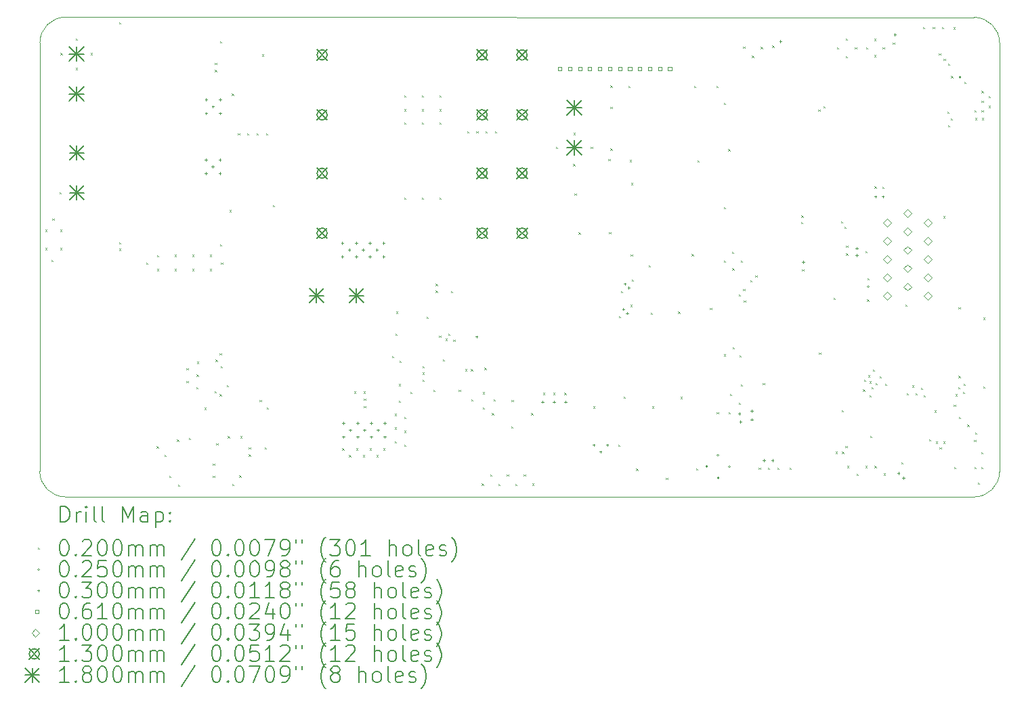
<source format=gbr>
%TF.GenerationSoftware,KiCad,Pcbnew,9.0.3+1*%
%TF.CreationDate,2025-08-21T21:39:01+01:00*%
%TF.ProjectId,Elytra,456c7974-7261-42e6-9b69-6361645f7063,rev?*%
%TF.SameCoordinates,Original*%
%TF.FileFunction,Drillmap*%
%TF.FilePolarity,Positive*%
%FSLAX45Y45*%
G04 Gerber Fmt 4.5, Leading zero omitted, Abs format (unit mm)*
G04 Created by KiCad (PCBNEW 9.0.3+1) date 2025-08-21 21:39:01*
%MOMM*%
%LPD*%
G01*
G04 APERTURE LIST*
%ADD10C,0.050000*%
%ADD11C,0.200000*%
%ADD12C,0.100000*%
%ADD13C,0.130000*%
%ADD14C,0.180000*%
G04 APERTURE END LIST*
D10*
X20928760Y-12185000D02*
X20928760Y-6820000D01*
X20928760Y-12185000D02*
G75*
G02*
X20608760Y-12500039I-320000J5000D01*
G01*
X20608760Y-6500000D02*
G75*
G02*
X20928760Y-6820000I0J-320000D01*
G01*
X9248287Y-12498063D02*
G75*
G02*
X8928287Y-12178063I0J320000D01*
G01*
X9248287Y-12498063D02*
X20608760Y-12500039D01*
X20608760Y-6500000D02*
X9250787Y-6498063D01*
X8930787Y-6818063D02*
G75*
G02*
X9250787Y-6498063I320000J0D01*
G01*
X8930787Y-6818063D02*
X8928287Y-12178063D01*
D11*
D12*
X8998287Y-9155563D02*
X9018287Y-9175563D01*
X9018287Y-9155563D02*
X8998287Y-9175563D01*
X8998287Y-9385563D02*
X9018287Y-9405563D01*
X9018287Y-9385563D02*
X8998287Y-9405563D01*
X9073287Y-9531063D02*
X9093287Y-9551063D01*
X9093287Y-9531063D02*
X9073287Y-9551063D01*
X9085787Y-9018063D02*
X9105787Y-9038063D01*
X9105787Y-9018063D02*
X9085787Y-9038063D01*
X9173287Y-8685563D02*
X9193287Y-8705563D01*
X9193287Y-8685563D02*
X9173287Y-8705563D01*
X9183287Y-9158063D02*
X9203287Y-9178063D01*
X9203287Y-9158063D02*
X9183287Y-9178063D01*
X9183287Y-9385063D02*
X9203287Y-9405063D01*
X9203287Y-9385063D02*
X9183287Y-9405063D01*
X9188287Y-6948063D02*
X9208287Y-6968063D01*
X9208287Y-6948063D02*
X9188287Y-6968063D01*
X9378287Y-6763063D02*
X9398287Y-6783063D01*
X9398287Y-6763063D02*
X9378287Y-6783063D01*
X9378287Y-7133063D02*
X9398287Y-7153063D01*
X9398287Y-7133063D02*
X9378287Y-7153063D01*
X9563287Y-6948063D02*
X9583287Y-6968063D01*
X9583287Y-6948063D02*
X9563287Y-6968063D01*
X9918287Y-6563063D02*
X9938287Y-6583063D01*
X9938287Y-6563063D02*
X9918287Y-6583063D01*
X9918287Y-9315563D02*
X9938287Y-9335563D01*
X9938287Y-9315563D02*
X9918287Y-9335563D01*
X9918287Y-9393063D02*
X9938287Y-9413063D01*
X9938287Y-9393063D02*
X9918287Y-9413063D01*
X10258287Y-9565563D02*
X10278287Y-9585563D01*
X10278287Y-9565563D02*
X10258287Y-9585563D01*
X10390787Y-11865563D02*
X10410787Y-11885563D01*
X10410787Y-11865563D02*
X10390787Y-11885563D01*
X10393287Y-9473063D02*
X10413287Y-9493063D01*
X10413287Y-9473063D02*
X10393287Y-9493063D01*
X10393287Y-9648063D02*
X10413287Y-9668063D01*
X10413287Y-9648063D02*
X10393287Y-9668063D01*
X10488288Y-11970562D02*
X10508288Y-11990562D01*
X10508288Y-11970562D02*
X10488288Y-11990562D01*
X10548287Y-12233063D02*
X10568287Y-12253063D01*
X10568287Y-12233063D02*
X10548287Y-12253063D01*
X10613287Y-9470563D02*
X10633287Y-9490563D01*
X10633287Y-9470563D02*
X10613287Y-9490563D01*
X10613287Y-9648063D02*
X10633287Y-9668063D01*
X10633287Y-9648063D02*
X10613287Y-9668063D01*
X10643287Y-11780563D02*
X10663287Y-11800563D01*
X10663287Y-11780563D02*
X10643287Y-11800563D01*
X10657907Y-12342683D02*
X10677907Y-12362683D01*
X10677907Y-12342683D02*
X10657907Y-12362683D01*
X10763287Y-10888063D02*
X10783287Y-10908063D01*
X10783287Y-10888063D02*
X10763287Y-10908063D01*
X10763287Y-11048063D02*
X10783287Y-11068063D01*
X10783287Y-11048063D02*
X10763287Y-11068063D01*
X10793287Y-11760563D02*
X10813287Y-11780563D01*
X10813287Y-11760563D02*
X10793287Y-11780563D01*
X10833287Y-9470563D02*
X10853287Y-9490563D01*
X10853287Y-9470563D02*
X10833287Y-9490563D01*
X10833287Y-9648063D02*
X10853287Y-9668063D01*
X10853287Y-9648063D02*
X10833287Y-9668063D01*
X10885787Y-11125563D02*
X10905787Y-11145563D01*
X10905787Y-11125563D02*
X10885787Y-11145563D01*
X10889244Y-10969019D02*
X10909244Y-10989019D01*
X10909244Y-10969019D02*
X10889244Y-10989019D01*
X10892331Y-10809019D02*
X10912331Y-10829019D01*
X10912331Y-10809019D02*
X10892331Y-10829019D01*
X10988946Y-11383721D02*
X11008946Y-11403721D01*
X11008946Y-11383721D02*
X10988946Y-11403721D01*
X11053287Y-9470563D02*
X11073287Y-9490563D01*
X11073287Y-9470563D02*
X11053287Y-9490563D01*
X11053287Y-9648063D02*
X11073287Y-9668063D01*
X11073287Y-9648063D02*
X11053287Y-9668063D01*
X11093287Y-12083063D02*
X11113287Y-12103063D01*
X11113287Y-12083063D02*
X11093287Y-12103063D01*
X11093287Y-12233063D02*
X11113287Y-12253063D01*
X11113287Y-12233063D02*
X11093287Y-12253063D01*
X11112216Y-11174134D02*
X11132216Y-11194134D01*
X11132216Y-11174134D02*
X11112216Y-11194134D01*
X11120000Y-7070000D02*
X11140000Y-7090000D01*
X11140000Y-7070000D02*
X11120000Y-7090000D01*
X11120000Y-7160000D02*
X11140000Y-7180000D01*
X11140000Y-7160000D02*
X11120000Y-7180000D01*
X11128287Y-10783063D02*
X11148287Y-10803063D01*
X11148287Y-10783063D02*
X11128287Y-10803063D01*
X11134287Y-11829063D02*
X11154287Y-11849063D01*
X11154287Y-11829063D02*
X11134287Y-11849063D01*
X11178287Y-10703063D02*
X11198287Y-10723063D01*
X11198287Y-10703063D02*
X11178287Y-10723063D01*
X11178287Y-11213063D02*
X11198287Y-11233063D01*
X11198287Y-11213063D02*
X11178287Y-11233063D01*
X11180000Y-6800000D02*
X11200000Y-6820000D01*
X11200000Y-6800000D02*
X11180000Y-6820000D01*
X11180000Y-9340000D02*
X11200000Y-9360000D01*
X11200000Y-9340000D02*
X11180000Y-9360000D01*
X11188287Y-10863063D02*
X11208287Y-10883063D01*
X11208287Y-10863063D02*
X11188287Y-10883063D01*
X11193287Y-9568063D02*
X11213287Y-9588063D01*
X11213287Y-9568063D02*
X11193287Y-9588063D01*
X11265788Y-11100563D02*
X11285788Y-11120563D01*
X11285788Y-11100563D02*
X11265788Y-11120563D01*
X11280000Y-11740000D02*
X11300000Y-11760000D01*
X11300000Y-11740000D02*
X11280000Y-11760000D01*
X11300000Y-8910000D02*
X11320000Y-8930000D01*
X11320000Y-8910000D02*
X11300000Y-8930000D01*
X11330000Y-7455000D02*
X11350000Y-7475000D01*
X11350000Y-7455000D02*
X11330000Y-7475000D01*
X11333288Y-12338062D02*
X11353288Y-12358062D01*
X11353288Y-12338062D02*
X11333288Y-12358062D01*
X11406667Y-7950000D02*
X11426667Y-7970000D01*
X11426667Y-7950000D02*
X11406667Y-7970000D01*
X11423287Y-12230710D02*
X11443287Y-12250710D01*
X11443287Y-12230710D02*
X11423287Y-12250710D01*
X11435000Y-11740000D02*
X11455000Y-11760000D01*
X11455000Y-11740000D02*
X11435000Y-11760000D01*
X11523333Y-7950000D02*
X11543333Y-7970000D01*
X11543333Y-7950000D02*
X11523333Y-7970000D01*
X11543287Y-11878063D02*
X11563287Y-11898063D01*
X11563287Y-11878063D02*
X11543287Y-11898063D01*
X11543287Y-11968063D02*
X11563287Y-11988063D01*
X11563287Y-11968063D02*
X11543287Y-11988063D01*
X11640000Y-7950000D02*
X11660000Y-7970000D01*
X11660000Y-7950000D02*
X11640000Y-7970000D01*
X11678571Y-11286810D02*
X11698571Y-11306810D01*
X11698571Y-11286810D02*
X11678571Y-11306810D01*
X11705000Y-6962500D02*
X11725000Y-6982500D01*
X11725000Y-6962500D02*
X11705000Y-6982500D01*
X11743287Y-11878063D02*
X11763287Y-11898063D01*
X11763287Y-11878063D02*
X11743287Y-11898063D01*
X11756667Y-7950000D02*
X11776667Y-7970000D01*
X11776667Y-7950000D02*
X11756667Y-7970000D01*
X11766071Y-11376810D02*
X11786071Y-11396810D01*
X11786071Y-11376810D02*
X11766071Y-11396810D01*
X11840000Y-8850000D02*
X11860000Y-8870000D01*
X11860000Y-8850000D02*
X11840000Y-8870000D01*
X12708760Y-11892500D02*
X12728760Y-11912500D01*
X12728760Y-11892500D02*
X12708760Y-11912500D01*
X12793760Y-11977500D02*
X12813760Y-11997500D01*
X12813760Y-11977500D02*
X12793760Y-11997500D01*
X12856260Y-11179779D02*
X12876260Y-11199779D01*
X12876260Y-11179779D02*
X12856260Y-11199779D01*
X12883760Y-11892500D02*
X12903760Y-11912500D01*
X12903760Y-11892500D02*
X12883760Y-11912500D01*
X12968760Y-11977500D02*
X12988760Y-11997500D01*
X12988760Y-11977500D02*
X12968760Y-11997500D01*
X12977500Y-11179779D02*
X12997500Y-11199779D01*
X12997500Y-11179779D02*
X12977500Y-11199779D01*
X12980000Y-11271029D02*
X13000000Y-11291029D01*
X13000000Y-11271029D02*
X12980000Y-11291029D01*
X12980000Y-11362279D02*
X13000000Y-11382279D01*
X13000000Y-11362279D02*
X12980000Y-11382279D01*
X13053760Y-11892500D02*
X13073760Y-11912500D01*
X13073760Y-11892500D02*
X13053760Y-11912500D01*
X13138760Y-11977500D02*
X13158760Y-11997500D01*
X13158760Y-11977500D02*
X13138760Y-11997500D01*
X13223760Y-11892500D02*
X13243760Y-11912500D01*
X13243760Y-11892500D02*
X13223760Y-11912500D01*
X13331260Y-10735000D02*
X13351260Y-10755000D01*
X13351260Y-10735000D02*
X13331260Y-10755000D01*
X13368760Y-11460000D02*
X13388760Y-11480000D01*
X13388760Y-11460000D02*
X13368760Y-11480000D01*
X13368760Y-11630000D02*
X13388760Y-11650000D01*
X13388760Y-11630000D02*
X13368760Y-11650000D01*
X13368760Y-11805000D02*
X13388760Y-11825000D01*
X13388760Y-11805000D02*
X13368760Y-11825000D01*
X13374360Y-10454400D02*
X13394360Y-10474400D01*
X13394360Y-10454400D02*
X13374360Y-10474400D01*
X13383760Y-10180000D02*
X13403760Y-10200000D01*
X13403760Y-10180000D02*
X13383760Y-10200000D01*
X13415000Y-11295000D02*
X13435000Y-11315000D01*
X13435000Y-11295000D02*
X13415000Y-11315000D01*
X13416260Y-11087500D02*
X13436260Y-11107500D01*
X13436260Y-11087500D02*
X13416260Y-11107500D01*
X13423760Y-10792500D02*
X13443760Y-10812500D01*
X13443760Y-10792500D02*
X13423760Y-10812500D01*
X13483760Y-7477500D02*
X13503760Y-7497500D01*
X13503760Y-7477500D02*
X13483760Y-7497500D01*
X13483760Y-7650000D02*
X13503760Y-7670000D01*
X13503760Y-7650000D02*
X13483760Y-7670000D01*
X13483760Y-7815000D02*
X13503760Y-7835000D01*
X13503760Y-7815000D02*
X13483760Y-7835000D01*
X13483760Y-8755000D02*
X13503760Y-8775000D01*
X13503760Y-8755000D02*
X13483760Y-8775000D01*
X13485734Y-11500000D02*
X13505734Y-11520000D01*
X13505734Y-11500000D02*
X13485734Y-11520000D01*
X13485734Y-11670000D02*
X13505734Y-11690000D01*
X13505734Y-11670000D02*
X13485734Y-11690000D01*
X13485734Y-11845000D02*
X13505734Y-11865000D01*
X13505734Y-11845000D02*
X13485734Y-11865000D01*
X13558760Y-11182500D02*
X13578760Y-11202500D01*
X13578760Y-11182500D02*
X13558760Y-11202500D01*
X13705010Y-7477500D02*
X13725010Y-7497500D01*
X13725010Y-7477500D02*
X13705010Y-7497500D01*
X13705010Y-7650000D02*
X13725010Y-7670000D01*
X13725010Y-7650000D02*
X13705010Y-7670000D01*
X13705010Y-7815000D02*
X13725010Y-7835000D01*
X13725010Y-7815000D02*
X13705010Y-7835000D01*
X13705010Y-8755000D02*
X13725010Y-8775000D01*
X13725010Y-8755000D02*
X13705010Y-8775000D01*
X13711260Y-10942500D02*
X13731260Y-10962500D01*
X13731260Y-10942500D02*
X13711260Y-10962500D01*
X13713760Y-10865000D02*
X13733760Y-10885000D01*
X13733760Y-10865000D02*
X13713760Y-10885000D01*
X13713760Y-11032500D02*
X13733760Y-11052500D01*
X13733760Y-11032500D02*
X13713760Y-11052500D01*
X13764760Y-10245000D02*
X13784760Y-10265000D01*
X13784760Y-10245000D02*
X13764760Y-10265000D01*
X13851260Y-11157500D02*
X13871260Y-11177500D01*
X13871260Y-11157500D02*
X13851260Y-11177500D01*
X13878760Y-9832500D02*
X13898760Y-9852500D01*
X13898760Y-9832500D02*
X13878760Y-9852500D01*
X13878760Y-9920000D02*
X13898760Y-9940000D01*
X13898760Y-9920000D02*
X13878760Y-9940000D01*
X13921260Y-10480000D02*
X13941260Y-10500000D01*
X13941260Y-10480000D02*
X13921260Y-10500000D01*
X13926260Y-7477500D02*
X13946260Y-7497500D01*
X13946260Y-7477500D02*
X13926260Y-7497500D01*
X13926260Y-7650000D02*
X13946260Y-7670000D01*
X13946260Y-7650000D02*
X13926260Y-7670000D01*
X13926260Y-7815000D02*
X13946260Y-7835000D01*
X13946260Y-7815000D02*
X13926260Y-7835000D01*
X13926260Y-8755000D02*
X13946260Y-8775000D01*
X13946260Y-8755000D02*
X13926260Y-8775000D01*
X13968760Y-10780000D02*
X13988760Y-10800000D01*
X13988760Y-10780000D02*
X13968760Y-10800000D01*
X14001260Y-10520000D02*
X14021260Y-10540000D01*
X14021260Y-10520000D02*
X14001260Y-10540000D01*
X14035760Y-10456000D02*
X14055760Y-10476000D01*
X14055760Y-10456000D02*
X14035760Y-10476000D01*
X14066760Y-9924000D02*
X14086760Y-9944000D01*
X14086760Y-9924000D02*
X14066760Y-9944000D01*
X14098010Y-10533250D02*
X14118010Y-10553250D01*
X14118010Y-10533250D02*
X14098010Y-10553250D01*
X14166860Y-11156900D02*
X14186860Y-11176900D01*
X14186860Y-11156900D02*
X14166860Y-11176900D01*
X14244760Y-10901000D02*
X14264760Y-10921000D01*
X14264760Y-10901000D02*
X14244760Y-10921000D01*
X14270000Y-7925000D02*
X14290000Y-7945000D01*
X14290000Y-7925000D02*
X14270000Y-7945000D01*
X14318760Y-10900000D02*
X14338760Y-10920000D01*
X14338760Y-10900000D02*
X14318760Y-10920000D01*
X14321260Y-11277500D02*
X14341260Y-11297500D01*
X14341260Y-11277500D02*
X14321260Y-11297500D01*
X14386667Y-7925000D02*
X14406667Y-7945000D01*
X14406667Y-7925000D02*
X14386667Y-7945000D01*
X14453760Y-12332500D02*
X14473760Y-12352500D01*
X14473760Y-12332500D02*
X14453760Y-12352500D01*
X14466260Y-11190000D02*
X14486260Y-11210000D01*
X14486260Y-11190000D02*
X14466260Y-11210000D01*
X14466260Y-11377500D02*
X14486260Y-11397500D01*
X14486260Y-11377500D02*
X14466260Y-11397500D01*
X14488760Y-10882500D02*
X14508760Y-10902500D01*
X14508760Y-10882500D02*
X14488760Y-10902500D01*
X14503333Y-7925000D02*
X14523333Y-7945000D01*
X14523333Y-7925000D02*
X14503333Y-7945000D01*
X14558760Y-12215000D02*
X14578760Y-12235000D01*
X14578760Y-12215000D02*
X14558760Y-12235000D01*
X14581260Y-11452500D02*
X14601260Y-11472500D01*
X14601260Y-11452500D02*
X14581260Y-11472500D01*
X14603760Y-11280000D02*
X14623760Y-11300000D01*
X14623760Y-11280000D02*
X14603760Y-11300000D01*
X14620000Y-7925000D02*
X14640000Y-7945000D01*
X14640000Y-7925000D02*
X14620000Y-7945000D01*
X14663760Y-12335000D02*
X14683760Y-12355000D01*
X14683760Y-12335000D02*
X14663760Y-12355000D01*
X14768760Y-12215000D02*
X14788760Y-12235000D01*
X14788760Y-12215000D02*
X14768760Y-12235000D01*
X14823760Y-11615000D02*
X14843760Y-11635000D01*
X14843760Y-11615000D02*
X14823760Y-11635000D01*
X14826260Y-11287500D02*
X14846260Y-11307500D01*
X14846260Y-11287500D02*
X14826260Y-11307500D01*
X14873760Y-12335000D02*
X14893760Y-12355000D01*
X14893760Y-12335000D02*
X14873760Y-12355000D01*
X14978760Y-12215000D02*
X14998760Y-12235000D01*
X14998760Y-12215000D02*
X14978760Y-12235000D01*
X15073760Y-11452500D02*
X15093760Y-11472500D01*
X15093760Y-11452500D02*
X15073760Y-11472500D01*
X15083760Y-12332500D02*
X15103760Y-12352500D01*
X15103760Y-12332500D02*
X15083760Y-12352500D01*
X15218760Y-11197500D02*
X15238760Y-11217500D01*
X15238760Y-11197500D02*
X15218760Y-11217500D01*
X15348760Y-11197500D02*
X15368760Y-11217500D01*
X15368760Y-11197500D02*
X15348760Y-11217500D01*
X15383760Y-8120000D02*
X15403760Y-8140000D01*
X15403760Y-8120000D02*
X15383760Y-8140000D01*
X15486260Y-11197500D02*
X15506260Y-11217500D01*
X15506260Y-11197500D02*
X15486260Y-11217500D01*
X15598760Y-8335000D02*
X15618760Y-8355000D01*
X15618760Y-8335000D02*
X15598760Y-8355000D01*
X15601260Y-7945000D02*
X15621260Y-7965000D01*
X15621260Y-7945000D02*
X15601260Y-7965000D01*
X15613760Y-8702500D02*
X15633760Y-8722500D01*
X15633760Y-8702500D02*
X15613760Y-8722500D01*
X15663760Y-9190000D02*
X15683760Y-9210000D01*
X15683760Y-9190000D02*
X15663760Y-9210000D01*
X15816260Y-8120000D02*
X15836260Y-8140000D01*
X15836260Y-8120000D02*
X15816260Y-8140000D01*
X15846260Y-11367500D02*
X15866260Y-11387500D01*
X15866260Y-11367500D02*
X15846260Y-11387500D01*
X16038760Y-8272500D02*
X16058760Y-8292500D01*
X16058760Y-8272500D02*
X16038760Y-8292500D01*
X16046260Y-9187500D02*
X16066260Y-9207500D01*
X16066260Y-9187500D02*
X16046260Y-9207500D01*
X16063760Y-7352500D02*
X16083760Y-7372500D01*
X16083760Y-7352500D02*
X16063760Y-7372500D01*
X16063760Y-7620000D02*
X16083760Y-7640000D01*
X16083760Y-7620000D02*
X16063760Y-7640000D01*
X16063760Y-8140000D02*
X16083760Y-8160000D01*
X16083760Y-8140000D02*
X16063760Y-8160000D01*
X16158760Y-11847500D02*
X16178760Y-11867500D01*
X16178760Y-11847500D02*
X16158760Y-11867500D01*
X16166260Y-10237500D02*
X16186260Y-10257500D01*
X16186260Y-10237500D02*
X16166260Y-10257500D01*
X16193760Y-9922500D02*
X16213760Y-9942500D01*
X16213760Y-9922500D02*
X16193760Y-9942500D01*
X16226260Y-11242500D02*
X16246260Y-11262500D01*
X16246260Y-11242500D02*
X16226260Y-11262500D01*
X16286260Y-7355000D02*
X16306260Y-7375000D01*
X16306260Y-7355000D02*
X16286260Y-7375000D01*
X16303760Y-8285000D02*
X16323760Y-8305000D01*
X16323760Y-8285000D02*
X16303760Y-8305000D01*
X16311260Y-10097500D02*
X16331260Y-10117500D01*
X16331260Y-10097500D02*
X16311260Y-10117500D01*
X16316260Y-9465000D02*
X16336260Y-9485000D01*
X16336260Y-9465000D02*
X16316260Y-9485000D01*
X16320000Y-8572000D02*
X16340000Y-8592000D01*
X16340000Y-8572000D02*
X16320000Y-8592000D01*
X16328760Y-9780000D02*
X16348760Y-9800000D01*
X16348760Y-9780000D02*
X16328760Y-9800000D01*
X16383760Y-12145000D02*
X16403760Y-12165000D01*
X16403760Y-12145000D02*
X16383760Y-12165000D01*
X16541260Y-9600000D02*
X16561260Y-9620000D01*
X16561260Y-9600000D02*
X16541260Y-9620000D01*
X16568760Y-10195000D02*
X16588760Y-10215000D01*
X16588760Y-10195000D02*
X16568760Y-10215000D01*
X16583760Y-11365000D02*
X16603760Y-11385000D01*
X16603760Y-11365000D02*
X16583760Y-11385000D01*
X16758760Y-12260000D02*
X16778760Y-12280000D01*
X16778760Y-12260000D02*
X16758760Y-12280000D01*
X16908760Y-10180000D02*
X16928760Y-10200000D01*
X16928760Y-10180000D02*
X16908760Y-10200000D01*
X16938760Y-11247500D02*
X16958760Y-11267500D01*
X16958760Y-11247500D02*
X16938760Y-11267500D01*
X17078760Y-9462500D02*
X17098760Y-9482500D01*
X17098760Y-9462500D02*
X17078760Y-9482500D01*
X17108760Y-7357500D02*
X17128760Y-7377500D01*
X17128760Y-7357500D02*
X17108760Y-7377500D01*
X17133760Y-12142500D02*
X17153760Y-12162500D01*
X17153760Y-12142500D02*
X17133760Y-12162500D01*
X17150000Y-8290000D02*
X17170000Y-8310000D01*
X17170000Y-8290000D02*
X17150000Y-8310000D01*
X17308760Y-10132500D02*
X17328760Y-10152500D01*
X17328760Y-10132500D02*
X17308760Y-10152500D01*
X17386260Y-7355000D02*
X17406260Y-7375000D01*
X17406260Y-7355000D02*
X17386260Y-7375000D01*
X17391260Y-11437500D02*
X17411260Y-11457500D01*
X17411260Y-11437500D02*
X17391260Y-11457500D01*
X17478760Y-8875000D02*
X17498760Y-8895000D01*
X17498760Y-8875000D02*
X17478760Y-8895000D01*
X17478760Y-10715000D02*
X17498760Y-10735000D01*
X17498760Y-10715000D02*
X17478760Y-10735000D01*
X17481260Y-9542500D02*
X17501260Y-9562500D01*
X17501260Y-9542500D02*
X17481260Y-9562500D01*
X17483760Y-7567500D02*
X17503760Y-7587500D01*
X17503760Y-7567500D02*
X17483760Y-7587500D01*
X17536260Y-8150000D02*
X17556260Y-8170000D01*
X17556260Y-8150000D02*
X17536260Y-8170000D01*
X17540424Y-11438336D02*
X17560424Y-11458336D01*
X17560424Y-11438336D02*
X17540424Y-11458336D01*
X17556260Y-11212500D02*
X17576260Y-11232500D01*
X17576260Y-11212500D02*
X17556260Y-11232500D01*
X17583760Y-9432500D02*
X17603760Y-9452500D01*
X17603760Y-9432500D02*
X17583760Y-9452500D01*
X17586260Y-9640000D02*
X17606260Y-9660000D01*
X17606260Y-9640000D02*
X17586260Y-9660000D01*
X17588760Y-10625000D02*
X17608760Y-10645000D01*
X17608760Y-10625000D02*
X17588760Y-10645000D01*
X17666260Y-9967500D02*
X17686260Y-9987500D01*
X17686260Y-9967500D02*
X17666260Y-9987500D01*
X17666260Y-11317500D02*
X17686260Y-11337500D01*
X17686260Y-11317500D02*
X17666260Y-11337500D01*
X17673760Y-10725000D02*
X17693760Y-10745000D01*
X17693760Y-10725000D02*
X17673760Y-10745000D01*
X17691260Y-9540000D02*
X17711260Y-9560000D01*
X17711260Y-9540000D02*
X17691260Y-9560000D01*
X17691260Y-11092500D02*
X17711260Y-11112500D01*
X17711260Y-11092500D02*
X17691260Y-11112500D01*
X17721260Y-6867500D02*
X17741260Y-6887500D01*
X17741260Y-6867500D02*
X17721260Y-6887500D01*
X17723760Y-9895000D02*
X17743760Y-9915000D01*
X17743760Y-9895000D02*
X17723760Y-9915000D01*
X17731260Y-10042500D02*
X17751260Y-10062500D01*
X17751260Y-10042500D02*
X17731260Y-10062500D01*
X17812760Y-9787500D02*
X17832760Y-9807500D01*
X17832760Y-9787500D02*
X17812760Y-9807500D01*
X17833760Y-6980000D02*
X17853760Y-7000000D01*
X17853760Y-6980000D02*
X17833760Y-7000000D01*
X17873760Y-9730000D02*
X17893760Y-9750000D01*
X17893760Y-9730000D02*
X17873760Y-9750000D01*
X17916260Y-12130000D02*
X17936260Y-12150000D01*
X17936260Y-12130000D02*
X17916260Y-12150000D01*
X17943760Y-6870000D02*
X17963760Y-6890000D01*
X17963760Y-6870000D02*
X17943760Y-6890000D01*
X17968760Y-11072500D02*
X17988760Y-11092500D01*
X17988760Y-11072500D02*
X17968760Y-11092500D01*
X18031260Y-12132500D02*
X18051260Y-12152500D01*
X18051260Y-12132500D02*
X18031260Y-12152500D01*
X18086260Y-6852500D02*
X18106260Y-6872500D01*
X18106260Y-6852500D02*
X18086260Y-6872500D01*
X18151260Y-12135000D02*
X18171260Y-12155000D01*
X18171260Y-12135000D02*
X18151260Y-12155000D01*
X18303760Y-12135000D02*
X18323760Y-12155000D01*
X18323760Y-12135000D02*
X18303760Y-12155000D01*
X18448760Y-9060000D02*
X18468760Y-9080000D01*
X18468760Y-9060000D02*
X18448760Y-9080000D01*
X18451260Y-8980000D02*
X18471260Y-9000000D01*
X18471260Y-8980000D02*
X18451260Y-9000000D01*
X18458760Y-9650000D02*
X18478760Y-9670000D01*
X18478760Y-9650000D02*
X18458760Y-9670000D01*
X18661260Y-7652500D02*
X18681260Y-7672500D01*
X18681260Y-7652500D02*
X18661260Y-7672500D01*
X18671260Y-10695000D02*
X18691260Y-10715000D01*
X18691260Y-10695000D02*
X18671260Y-10715000D01*
X18724206Y-7611722D02*
X18744206Y-7631722D01*
X18744206Y-7611722D02*
X18724206Y-7631722D01*
X18851260Y-10005000D02*
X18871260Y-10025000D01*
X18871260Y-10005000D02*
X18851260Y-10025000D01*
X18878760Y-11935000D02*
X18898760Y-11955000D01*
X18898760Y-11935000D02*
X18878760Y-11955000D01*
X18893760Y-6872500D02*
X18913760Y-6892500D01*
X18913760Y-6872500D02*
X18893760Y-6892500D01*
X18946760Y-9051000D02*
X18966760Y-9071000D01*
X18966760Y-9051000D02*
X18946760Y-9071000D01*
X18953760Y-11415000D02*
X18973760Y-11435000D01*
X18973760Y-11415000D02*
X18953760Y-11435000D01*
X18958760Y-11935000D02*
X18978760Y-11955000D01*
X18978760Y-11935000D02*
X18958760Y-11955000D01*
X18988760Y-9120000D02*
X19008760Y-9140000D01*
X19008760Y-9120000D02*
X18988760Y-9140000D01*
X19001260Y-11860000D02*
X19021260Y-11880000D01*
X19021260Y-11860000D02*
X19001260Y-11880000D01*
X19003760Y-6762500D02*
X19023760Y-6782500D01*
X19023760Y-6762500D02*
X19003760Y-6782500D01*
X19006260Y-6982500D02*
X19026260Y-7002500D01*
X19026260Y-6982500D02*
X19006260Y-7002500D01*
X19008760Y-9355000D02*
X19028760Y-9375000D01*
X19028760Y-9355000D02*
X19008760Y-9375000D01*
X19008760Y-9452500D02*
X19028760Y-9472500D01*
X19028760Y-9452500D02*
X19008760Y-9472500D01*
X19023760Y-12112500D02*
X19043760Y-12132500D01*
X19043760Y-12112500D02*
X19023760Y-12132500D01*
X19118760Y-6872500D02*
X19138760Y-6892500D01*
X19138760Y-6872500D02*
X19118760Y-6892500D01*
X19138760Y-12207500D02*
X19158760Y-12227500D01*
X19158760Y-12207500D02*
X19138760Y-12227500D01*
X19221260Y-11155000D02*
X19241260Y-11175000D01*
X19241260Y-11155000D02*
X19221260Y-11175000D01*
X19231260Y-11030000D02*
X19251260Y-11050000D01*
X19251260Y-11030000D02*
X19231260Y-11050000D01*
X19248760Y-9422500D02*
X19268760Y-9442500D01*
X19268760Y-9422500D02*
X19248760Y-9442500D01*
X19248760Y-12112500D02*
X19268760Y-12132500D01*
X19268760Y-12112500D02*
X19248760Y-12132500D01*
X19258760Y-6872500D02*
X19278760Y-6892500D01*
X19278760Y-6872500D02*
X19258760Y-6892500D01*
X19271260Y-10030000D02*
X19291260Y-10050000D01*
X19291260Y-10030000D02*
X19271260Y-10050000D01*
X19276260Y-9762500D02*
X19296260Y-9782500D01*
X19296260Y-9762500D02*
X19276260Y-9782500D01*
X19283760Y-10977500D02*
X19303760Y-10997500D01*
X19303760Y-10977500D02*
X19283760Y-10997500D01*
X19301260Y-11052500D02*
X19321260Y-11072500D01*
X19321260Y-11052500D02*
X19301260Y-11072500D01*
X19303760Y-11225000D02*
X19323760Y-11245000D01*
X19323760Y-11225000D02*
X19303760Y-11245000D01*
X19308760Y-11732500D02*
X19328760Y-11752500D01*
X19328760Y-11732500D02*
X19308760Y-11752500D01*
X19326260Y-11125000D02*
X19346260Y-11145000D01*
X19346260Y-11125000D02*
X19326260Y-11145000D01*
X19346260Y-10902500D02*
X19366260Y-10922500D01*
X19366260Y-10902500D02*
X19346260Y-10922500D01*
X19361260Y-6770000D02*
X19381260Y-6790000D01*
X19381260Y-6770000D02*
X19361260Y-6790000D01*
X19361260Y-6972500D02*
X19381260Y-6992500D01*
X19381260Y-6972500D02*
X19361260Y-6992500D01*
X19363760Y-8615000D02*
X19383760Y-8635000D01*
X19383760Y-8615000D02*
X19363760Y-8635000D01*
X19366260Y-12112500D02*
X19386260Y-12132500D01*
X19386260Y-12112500D02*
X19366260Y-12132500D01*
X19378760Y-11072500D02*
X19398760Y-11092500D01*
X19398760Y-11072500D02*
X19378760Y-11092500D01*
X19426260Y-10987500D02*
X19446260Y-11007500D01*
X19446260Y-10987500D02*
X19426260Y-11007500D01*
X19463760Y-8617500D02*
X19483760Y-8637500D01*
X19483760Y-8617500D02*
X19463760Y-8637500D01*
X19466260Y-6872500D02*
X19486260Y-6892500D01*
X19486260Y-6872500D02*
X19466260Y-6892500D01*
X19478760Y-12205000D02*
X19498760Y-12225000D01*
X19498760Y-12205000D02*
X19478760Y-12225000D01*
X19498760Y-11085000D02*
X19518760Y-11105000D01*
X19518760Y-11085000D02*
X19498760Y-11105000D01*
X19593760Y-6817500D02*
X19613760Y-6837500D01*
X19613760Y-6817500D02*
X19593760Y-6837500D01*
X19698760Y-12065000D02*
X19718760Y-12085000D01*
X19718760Y-12065000D02*
X19698760Y-12085000D01*
X19748760Y-10090000D02*
X19768760Y-10110000D01*
X19768760Y-10090000D02*
X19748760Y-10110000D01*
X19766260Y-11200000D02*
X19786260Y-11220000D01*
X19786260Y-11200000D02*
X19766260Y-11220000D01*
X19836260Y-11105000D02*
X19856260Y-11125000D01*
X19856260Y-11105000D02*
X19836260Y-11125000D01*
X19878760Y-11200000D02*
X19898760Y-11220000D01*
X19898760Y-11200000D02*
X19878760Y-11220000D01*
X19943760Y-11135000D02*
X19963760Y-11155000D01*
X19963760Y-11135000D02*
X19943760Y-11155000D01*
X19968760Y-6620000D02*
X19988760Y-6640000D01*
X19988760Y-6620000D02*
X19968760Y-6640000D01*
X19976260Y-11227500D02*
X19996260Y-11247500D01*
X19996260Y-11227500D02*
X19976260Y-11247500D01*
X20046260Y-11777500D02*
X20066260Y-11797500D01*
X20066260Y-11777500D02*
X20046260Y-11797500D01*
X20093760Y-6620000D02*
X20113760Y-6640000D01*
X20113760Y-6620000D02*
X20093760Y-6640000D01*
X20116260Y-11417500D02*
X20136260Y-11437500D01*
X20136260Y-11417500D02*
X20116260Y-11437500D01*
X20131260Y-11807500D02*
X20151260Y-11827500D01*
X20151260Y-11807500D02*
X20131260Y-11827500D01*
X20168760Y-6952500D02*
X20188760Y-6972500D01*
X20188760Y-6952500D02*
X20168760Y-6972500D01*
X20178760Y-11877500D02*
X20198760Y-11897500D01*
X20198760Y-11877500D02*
X20178760Y-11897500D01*
X20208760Y-6620000D02*
X20228760Y-6640000D01*
X20228760Y-6620000D02*
X20208760Y-6640000D01*
X20223760Y-8987500D02*
X20243760Y-9007500D01*
X20243760Y-8987500D02*
X20223760Y-9007500D01*
X20226260Y-11807500D02*
X20246260Y-11827500D01*
X20246260Y-11807500D02*
X20226260Y-11827500D01*
X20228760Y-7017500D02*
X20248760Y-7037500D01*
X20248760Y-7017500D02*
X20228760Y-7037500D01*
X20273760Y-7677500D02*
X20293760Y-7697500D01*
X20293760Y-7677500D02*
X20273760Y-7697500D01*
X20283760Y-7850000D02*
X20303760Y-7870000D01*
X20303760Y-7850000D02*
X20283760Y-7870000D01*
X20286260Y-7080000D02*
X20306260Y-7100000D01*
X20306260Y-7080000D02*
X20286260Y-7100000D01*
X20318760Y-7765000D02*
X20338760Y-7785000D01*
X20338760Y-7765000D02*
X20318760Y-7785000D01*
X20321260Y-7235000D02*
X20341260Y-7255000D01*
X20341260Y-7235000D02*
X20321260Y-7255000D01*
X20351260Y-6625000D02*
X20371260Y-6645000D01*
X20371260Y-6625000D02*
X20351260Y-6645000D01*
X20356260Y-11347500D02*
X20376260Y-11367500D01*
X20376260Y-11347500D02*
X20356260Y-11367500D01*
X20361260Y-12125000D02*
X20381260Y-12145000D01*
X20381260Y-12125000D02*
X20361260Y-12145000D01*
X20376260Y-11215000D02*
X20396260Y-11235000D01*
X20396260Y-11215000D02*
X20376260Y-11235000D01*
X20408760Y-11125000D02*
X20428760Y-11145000D01*
X20428760Y-11125000D02*
X20408760Y-11145000D01*
X20416260Y-10127500D02*
X20436260Y-10147500D01*
X20436260Y-10127500D02*
X20416260Y-10147500D01*
X20416260Y-10985000D02*
X20436260Y-11005000D01*
X20436260Y-10985000D02*
X20416260Y-11005000D01*
X20418760Y-11497500D02*
X20438760Y-11517500D01*
X20438760Y-11497500D02*
X20418760Y-11517500D01*
X20468760Y-11185000D02*
X20488760Y-11205000D01*
X20488760Y-11185000D02*
X20468760Y-11205000D01*
X20476260Y-11082500D02*
X20496260Y-11102500D01*
X20496260Y-11082500D02*
X20476260Y-11102500D01*
X20488760Y-7305000D02*
X20508760Y-7325000D01*
X20508760Y-7305000D02*
X20488760Y-7325000D01*
X20526260Y-11595000D02*
X20546260Y-11615000D01*
X20546260Y-11595000D02*
X20526260Y-11615000D01*
X20608760Y-11785000D02*
X20628760Y-11805000D01*
X20628760Y-11785000D02*
X20608760Y-11805000D01*
X20613760Y-7660000D02*
X20633760Y-7680000D01*
X20633760Y-7660000D02*
X20613760Y-7680000D01*
X20613760Y-12122500D02*
X20633760Y-12142500D01*
X20633760Y-12122500D02*
X20613760Y-12142500D01*
X20621260Y-7760000D02*
X20641260Y-7780000D01*
X20641260Y-7760000D02*
X20621260Y-7780000D01*
X20621260Y-11690000D02*
X20641260Y-11710000D01*
X20641260Y-11690000D02*
X20621260Y-11710000D01*
X20653760Y-12317500D02*
X20673760Y-12337500D01*
X20673760Y-12317500D02*
X20653760Y-12337500D01*
X20696260Y-11937500D02*
X20716260Y-11957500D01*
X20716260Y-11937500D02*
X20696260Y-11957500D01*
X20698760Y-12122500D02*
X20718760Y-12142500D01*
X20718760Y-12122500D02*
X20698760Y-12142500D01*
X20703760Y-7420000D02*
X20723760Y-7440000D01*
X20723760Y-7420000D02*
X20703760Y-7440000D01*
X20703760Y-7545000D02*
X20723760Y-7565000D01*
X20723760Y-7545000D02*
X20703760Y-7565000D01*
X20703760Y-7660000D02*
X20723760Y-7680000D01*
X20723760Y-7660000D02*
X20703760Y-7680000D01*
X20708760Y-7760000D02*
X20728760Y-7780000D01*
X20728760Y-7760000D02*
X20708760Y-7780000D01*
X20723760Y-10257500D02*
X20743760Y-10277500D01*
X20743760Y-10257500D02*
X20723760Y-10277500D01*
X20723760Y-11115000D02*
X20743760Y-11135000D01*
X20743760Y-11115000D02*
X20723760Y-11135000D01*
X20793760Y-7482500D02*
X20813760Y-7502500D01*
X20813760Y-7482500D02*
X20793760Y-7502500D01*
X20793760Y-7607500D02*
X20813760Y-7627500D01*
X20813760Y-7607500D02*
X20793760Y-7627500D01*
X17278760Y-12120000D02*
G75*
G02*
X17253760Y-12120000I-12500J0D01*
G01*
X17253760Y-12120000D02*
G75*
G02*
X17278760Y-12120000I12500J0D01*
G01*
X17421260Y-11977500D02*
G75*
G02*
X17396260Y-11977500I-12500J0D01*
G01*
X17396260Y-11977500D02*
G75*
G02*
X17421260Y-11977500I12500J0D01*
G01*
X17421260Y-12260000D02*
G75*
G02*
X17396260Y-12260000I-12500J0D01*
G01*
X17396260Y-12260000D02*
G75*
G02*
X17421260Y-12260000I12500J0D01*
G01*
X17561260Y-12120000D02*
G75*
G02*
X17536260Y-12120000I-12500J0D01*
G01*
X17536260Y-12120000D02*
G75*
G02*
X17561260Y-12120000I12500J0D01*
G01*
X19296260Y-9870000D02*
G75*
G02*
X19271260Y-9870000I-12500J0D01*
G01*
X19271260Y-9870000D02*
G75*
G02*
X19296260Y-9870000I12500J0D01*
G01*
X20446260Y-7250000D02*
G75*
G02*
X20421260Y-7250000I-12500J0D01*
G01*
X20421260Y-7250000D02*
G75*
G02*
X20446260Y-7250000I12500J0D01*
G01*
X11005787Y-8265563D02*
X11005787Y-8295563D01*
X10990787Y-8280563D02*
X11020787Y-8280563D01*
X11005787Y-8435563D02*
X11005787Y-8465563D01*
X10990787Y-8450563D02*
X11020787Y-8450563D01*
X11008287Y-7515563D02*
X11008287Y-7545563D01*
X10993287Y-7530563D02*
X11023287Y-7530563D01*
X11008287Y-7685563D02*
X11008287Y-7715563D01*
X10993287Y-7700563D02*
X11023287Y-7700563D01*
X11090787Y-8350563D02*
X11090787Y-8380563D01*
X11075787Y-8365563D02*
X11105787Y-8365563D01*
X11093287Y-7600563D02*
X11093287Y-7630563D01*
X11078287Y-7615563D02*
X11108287Y-7615563D01*
X11180787Y-8265563D02*
X11180787Y-8295563D01*
X11165787Y-8280563D02*
X11195787Y-8280563D01*
X11180787Y-8435563D02*
X11180787Y-8465563D01*
X11165787Y-8450563D02*
X11195787Y-8450563D01*
X11183287Y-7515563D02*
X11183287Y-7545563D01*
X11168287Y-7530563D02*
X11198287Y-7530563D01*
X11183287Y-7685563D02*
X11183287Y-7715563D01*
X11168287Y-7700563D02*
X11198287Y-7700563D01*
X12711760Y-9308000D02*
X12711760Y-9338000D01*
X12696760Y-9323000D02*
X12726760Y-9323000D01*
X12711760Y-9478000D02*
X12711760Y-9508000D01*
X12696760Y-9493000D02*
X12726760Y-9493000D01*
X12726260Y-11562500D02*
X12726260Y-11592500D01*
X12711260Y-11577500D02*
X12741260Y-11577500D01*
X12726260Y-11732500D02*
X12726260Y-11762500D01*
X12711260Y-11747500D02*
X12741260Y-11747500D01*
X12796760Y-9393000D02*
X12796760Y-9423000D01*
X12781760Y-9408000D02*
X12811760Y-9408000D01*
X12811260Y-11647500D02*
X12811260Y-11677500D01*
X12796260Y-11662500D02*
X12826260Y-11662500D01*
X12886760Y-9308000D02*
X12886760Y-9338000D01*
X12871760Y-9323000D02*
X12901760Y-9323000D01*
X12886760Y-9478000D02*
X12886760Y-9508000D01*
X12871760Y-9493000D02*
X12901760Y-9493000D01*
X12901260Y-11562500D02*
X12901260Y-11592500D01*
X12886260Y-11577500D02*
X12916260Y-11577500D01*
X12901260Y-11732500D02*
X12901260Y-11762500D01*
X12886260Y-11747500D02*
X12916260Y-11747500D01*
X12971760Y-9393000D02*
X12971760Y-9423000D01*
X12956760Y-9408000D02*
X12986760Y-9408000D01*
X12986260Y-11647500D02*
X12986260Y-11677500D01*
X12971260Y-11662500D02*
X13001260Y-11662500D01*
X13056760Y-9308000D02*
X13056760Y-9338000D01*
X13041760Y-9323000D02*
X13071760Y-9323000D01*
X13056760Y-9478000D02*
X13056760Y-9508000D01*
X13041760Y-9493000D02*
X13071760Y-9493000D01*
X13071260Y-11562500D02*
X13071260Y-11592500D01*
X13056260Y-11577500D02*
X13086260Y-11577500D01*
X13071260Y-11732500D02*
X13071260Y-11762500D01*
X13056260Y-11747500D02*
X13086260Y-11747500D01*
X13141760Y-9393000D02*
X13141760Y-9423000D01*
X13126760Y-9408000D02*
X13156760Y-9408000D01*
X13156260Y-11647500D02*
X13156260Y-11677500D01*
X13141260Y-11662500D02*
X13171260Y-11662500D01*
X13226760Y-9308000D02*
X13226760Y-9338000D01*
X13211760Y-9323000D02*
X13241760Y-9323000D01*
X13226760Y-9478000D02*
X13226760Y-9508000D01*
X13211760Y-9493000D02*
X13241760Y-9493000D01*
X13241260Y-11562500D02*
X13241260Y-11592500D01*
X13226260Y-11577500D02*
X13256260Y-11577500D01*
X13241260Y-11732500D02*
X13241260Y-11762500D01*
X13226260Y-11747500D02*
X13256260Y-11747500D01*
X14388760Y-10480000D02*
X14388760Y-10510000D01*
X14373760Y-10495000D02*
X14403760Y-10495000D01*
X15213760Y-11295000D02*
X15213760Y-11325000D01*
X15198760Y-11310000D02*
X15228760Y-11310000D01*
X15358760Y-11295000D02*
X15358760Y-11325000D01*
X15343760Y-11310000D02*
X15373760Y-11310000D01*
X15503760Y-11295000D02*
X15503760Y-11325000D01*
X15488760Y-11310000D02*
X15518760Y-11310000D01*
X15853760Y-11835000D02*
X15853760Y-11865000D01*
X15838760Y-11850000D02*
X15868760Y-11850000D01*
X15938760Y-11920000D02*
X15938760Y-11950000D01*
X15923760Y-11935000D02*
X15953760Y-11935000D01*
X16023760Y-11835000D02*
X16023760Y-11865000D01*
X16008760Y-11850000D02*
X16038760Y-11850000D01*
X16223760Y-10135000D02*
X16223760Y-10165000D01*
X16208760Y-10150000D02*
X16238760Y-10150000D01*
X16243760Y-9820000D02*
X16243760Y-9850000D01*
X16228760Y-9835000D02*
X16258760Y-9835000D01*
X16273760Y-10185000D02*
X16273760Y-10215000D01*
X16258760Y-10200000D02*
X16288760Y-10200000D01*
X16291260Y-9867500D02*
X16291260Y-9897500D01*
X16276260Y-9882500D02*
X16306260Y-9882500D01*
X17673760Y-11440000D02*
X17673760Y-11470000D01*
X17658760Y-11455000D02*
X17688760Y-11455000D01*
X17688760Y-11545000D02*
X17688760Y-11575000D01*
X17673760Y-11560000D02*
X17703760Y-11560000D01*
X17828760Y-11410000D02*
X17828760Y-11440000D01*
X17813760Y-11425000D02*
X17843760Y-11425000D01*
X17828760Y-11515000D02*
X17828760Y-11545000D01*
X17813760Y-11530000D02*
X17843760Y-11530000D01*
X17983760Y-12025000D02*
X17983760Y-12055000D01*
X17968760Y-12040000D02*
X17998760Y-12040000D01*
X18088760Y-12025000D02*
X18088760Y-12055000D01*
X18073760Y-12040000D02*
X18103760Y-12040000D01*
X18188760Y-6785000D02*
X18188760Y-6815000D01*
X18173760Y-6800000D02*
X18203760Y-6800000D01*
X18473760Y-9545000D02*
X18473760Y-9575000D01*
X18458760Y-9560000D02*
X18488760Y-9560000D01*
X19141260Y-9372500D02*
X19141260Y-9402500D01*
X19126260Y-9387500D02*
X19156260Y-9387500D01*
X19143760Y-9460000D02*
X19143760Y-9490000D01*
X19128760Y-9475000D02*
X19158760Y-9475000D01*
X19376260Y-8727500D02*
X19376260Y-8757500D01*
X19361260Y-8742500D02*
X19391260Y-8742500D01*
X19468760Y-8727500D02*
X19468760Y-8757500D01*
X19453760Y-8742500D02*
X19483760Y-8742500D01*
X19618760Y-6700000D02*
X19618760Y-6730000D01*
X19603760Y-6715000D02*
X19633760Y-6715000D01*
X19663760Y-12185000D02*
X19663760Y-12215000D01*
X19648760Y-12200000D02*
X19678760Y-12200000D01*
X19726260Y-12247500D02*
X19726260Y-12277500D01*
X19711260Y-12262500D02*
X19741260Y-12262500D01*
X15452323Y-7162423D02*
X15452323Y-7119317D01*
X15409217Y-7119317D01*
X15409217Y-7162423D01*
X15452323Y-7162423D01*
X15577323Y-7162423D02*
X15577323Y-7119317D01*
X15534217Y-7119317D01*
X15534217Y-7162423D01*
X15577323Y-7162423D01*
X15702323Y-7162423D02*
X15702323Y-7119317D01*
X15659217Y-7119317D01*
X15659217Y-7162423D01*
X15702323Y-7162423D01*
X15827323Y-7162423D02*
X15827323Y-7119317D01*
X15784217Y-7119317D01*
X15784217Y-7162423D01*
X15827323Y-7162423D01*
X15952323Y-7162423D02*
X15952323Y-7119317D01*
X15909217Y-7119317D01*
X15909217Y-7162423D01*
X15952323Y-7162423D01*
X16077323Y-7162423D02*
X16077323Y-7119317D01*
X16034217Y-7119317D01*
X16034217Y-7162423D01*
X16077323Y-7162423D01*
X16202323Y-7162423D02*
X16202323Y-7119317D01*
X16159217Y-7119317D01*
X16159217Y-7162423D01*
X16202323Y-7162423D01*
X16327323Y-7162423D02*
X16327323Y-7119317D01*
X16284217Y-7119317D01*
X16284217Y-7162423D01*
X16327323Y-7162423D01*
X16452323Y-7162423D02*
X16452323Y-7119317D01*
X16409217Y-7119317D01*
X16409217Y-7162423D01*
X16452323Y-7162423D01*
X16577323Y-7162423D02*
X16577323Y-7119317D01*
X16534217Y-7119317D01*
X16534217Y-7162423D01*
X16577323Y-7162423D01*
X16702323Y-7162423D02*
X16702323Y-7119317D01*
X16659217Y-7119317D01*
X16659217Y-7162423D01*
X16702323Y-7162423D01*
X16827323Y-7162423D02*
X16827323Y-7119317D01*
X16784217Y-7119317D01*
X16784217Y-7162423D01*
X16827323Y-7162423D01*
X19524760Y-9118000D02*
X19574760Y-9068000D01*
X19524760Y-9018000D01*
X19474760Y-9068000D01*
X19524760Y-9118000D01*
X19524760Y-9347000D02*
X19574760Y-9297000D01*
X19524760Y-9247000D01*
X19474760Y-9297000D01*
X19524760Y-9347000D01*
X19524760Y-9576000D02*
X19574760Y-9526000D01*
X19524760Y-9476000D01*
X19474760Y-9526000D01*
X19524760Y-9576000D01*
X19524760Y-9805000D02*
X19574760Y-9755000D01*
X19524760Y-9705000D01*
X19474760Y-9755000D01*
X19524760Y-9805000D01*
X19524760Y-10034000D02*
X19574760Y-9984000D01*
X19524760Y-9934000D01*
X19474760Y-9984000D01*
X19524760Y-10034000D01*
X19778760Y-9003500D02*
X19828760Y-8953500D01*
X19778760Y-8903500D01*
X19728760Y-8953500D01*
X19778760Y-9003500D01*
X19778760Y-9232500D02*
X19828760Y-9182500D01*
X19778760Y-9132500D01*
X19728760Y-9182500D01*
X19778760Y-9232500D01*
X19778760Y-9461500D02*
X19828760Y-9411500D01*
X19778760Y-9361500D01*
X19728760Y-9411500D01*
X19778760Y-9461500D01*
X19778760Y-9690500D02*
X19828760Y-9640500D01*
X19778760Y-9590500D01*
X19728760Y-9640500D01*
X19778760Y-9690500D01*
X19778760Y-9919500D02*
X19828760Y-9869500D01*
X19778760Y-9819500D01*
X19728760Y-9869500D01*
X19778760Y-9919500D01*
X20032760Y-9118000D02*
X20082760Y-9068000D01*
X20032760Y-9018000D01*
X19982760Y-9068000D01*
X20032760Y-9118000D01*
X20032760Y-9347000D02*
X20082760Y-9297000D01*
X20032760Y-9247000D01*
X19982760Y-9297000D01*
X20032760Y-9347000D01*
X20032760Y-9576000D02*
X20082760Y-9526000D01*
X20032760Y-9476000D01*
X19982760Y-9526000D01*
X20032760Y-9576000D01*
X20032760Y-9805000D02*
X20082760Y-9755000D01*
X20032760Y-9705000D01*
X19982760Y-9755000D01*
X20032760Y-9805000D01*
X20032760Y-10034000D02*
X20082760Y-9984000D01*
X20032760Y-9934000D01*
X19982760Y-9984000D01*
X20032760Y-10034000D01*
D13*
X12393760Y-6905000D02*
X12523760Y-7035000D01*
X12523760Y-6905000D02*
X12393760Y-7035000D01*
X12523760Y-6970000D02*
G75*
G02*
X12393760Y-6970000I-65000J0D01*
G01*
X12393760Y-6970000D02*
G75*
G02*
X12523760Y-6970000I65000J0D01*
G01*
X12393760Y-7655000D02*
X12523760Y-7785000D01*
X12523760Y-7655000D02*
X12393760Y-7785000D01*
X12523760Y-7720000D02*
G75*
G02*
X12393760Y-7720000I-65000J0D01*
G01*
X12393760Y-7720000D02*
G75*
G02*
X12523760Y-7720000I65000J0D01*
G01*
X12393760Y-8385000D02*
X12523760Y-8515000D01*
X12523760Y-8385000D02*
X12393760Y-8515000D01*
X12523760Y-8450000D02*
G75*
G02*
X12393760Y-8450000I-65000J0D01*
G01*
X12393760Y-8450000D02*
G75*
G02*
X12523760Y-8450000I65000J0D01*
G01*
X12393760Y-9135000D02*
X12523760Y-9265000D01*
X12523760Y-9135000D02*
X12393760Y-9265000D01*
X12523760Y-9200000D02*
G75*
G02*
X12393760Y-9200000I-65000J0D01*
G01*
X12393760Y-9200000D02*
G75*
G02*
X12523760Y-9200000I65000J0D01*
G01*
X14393760Y-6905000D02*
X14523760Y-7035000D01*
X14523760Y-6905000D02*
X14393760Y-7035000D01*
X14523760Y-6970000D02*
G75*
G02*
X14393760Y-6970000I-65000J0D01*
G01*
X14393760Y-6970000D02*
G75*
G02*
X14523760Y-6970000I65000J0D01*
G01*
X14393760Y-7655000D02*
X14523760Y-7785000D01*
X14523760Y-7655000D02*
X14393760Y-7785000D01*
X14523760Y-7720000D02*
G75*
G02*
X14393760Y-7720000I-65000J0D01*
G01*
X14393760Y-7720000D02*
G75*
G02*
X14523760Y-7720000I65000J0D01*
G01*
X14393760Y-8385000D02*
X14523760Y-8515000D01*
X14523760Y-8385000D02*
X14393760Y-8515000D01*
X14523760Y-8450000D02*
G75*
G02*
X14393760Y-8450000I-65000J0D01*
G01*
X14393760Y-8450000D02*
G75*
G02*
X14523760Y-8450000I65000J0D01*
G01*
X14393760Y-9135000D02*
X14523760Y-9265000D01*
X14523760Y-9135000D02*
X14393760Y-9265000D01*
X14523760Y-9200000D02*
G75*
G02*
X14393760Y-9200000I-65000J0D01*
G01*
X14393760Y-9200000D02*
G75*
G02*
X14523760Y-9200000I65000J0D01*
G01*
X14893760Y-6905000D02*
X15023760Y-7035000D01*
X15023760Y-6905000D02*
X14893760Y-7035000D01*
X15023760Y-6970000D02*
G75*
G02*
X14893760Y-6970000I-65000J0D01*
G01*
X14893760Y-6970000D02*
G75*
G02*
X15023760Y-6970000I65000J0D01*
G01*
X14893760Y-7655000D02*
X15023760Y-7785000D01*
X15023760Y-7655000D02*
X14893760Y-7785000D01*
X15023760Y-7720000D02*
G75*
G02*
X14893760Y-7720000I-65000J0D01*
G01*
X14893760Y-7720000D02*
G75*
G02*
X15023760Y-7720000I65000J0D01*
G01*
X14893760Y-8385000D02*
X15023760Y-8515000D01*
X15023760Y-8385000D02*
X14893760Y-8515000D01*
X15023760Y-8450000D02*
G75*
G02*
X14893760Y-8450000I-65000J0D01*
G01*
X14893760Y-8450000D02*
G75*
G02*
X15023760Y-8450000I65000J0D01*
G01*
X14893760Y-9135000D02*
X15023760Y-9265000D01*
X15023760Y-9135000D02*
X14893760Y-9265000D01*
X15023760Y-9200000D02*
G75*
G02*
X14893760Y-9200000I-65000J0D01*
G01*
X14893760Y-9200000D02*
G75*
G02*
X15023760Y-9200000I65000J0D01*
G01*
D14*
X9298287Y-6868063D02*
X9478287Y-7048063D01*
X9478287Y-6868063D02*
X9298287Y-7048063D01*
X9388287Y-6868063D02*
X9388287Y-7048063D01*
X9298287Y-6958063D02*
X9478287Y-6958063D01*
X9298287Y-7368063D02*
X9478287Y-7548063D01*
X9478287Y-7368063D02*
X9298287Y-7548063D01*
X9388287Y-7368063D02*
X9388287Y-7548063D01*
X9298287Y-7458063D02*
X9478287Y-7458063D01*
X9300787Y-8105063D02*
X9480787Y-8285063D01*
X9480787Y-8105063D02*
X9300787Y-8285063D01*
X9390787Y-8105063D02*
X9390787Y-8285063D01*
X9300787Y-8195063D02*
X9480787Y-8195063D01*
X9300787Y-8605063D02*
X9480787Y-8785063D01*
X9480787Y-8605063D02*
X9300787Y-8785063D01*
X9390787Y-8605063D02*
X9390787Y-8785063D01*
X9300787Y-8695063D02*
X9480787Y-8695063D01*
X12298760Y-9892500D02*
X12478760Y-10072500D01*
X12478760Y-9892500D02*
X12298760Y-10072500D01*
X12388760Y-9892500D02*
X12388760Y-10072500D01*
X12298760Y-9982500D02*
X12478760Y-9982500D01*
X12798760Y-9892500D02*
X12978760Y-10072500D01*
X12978760Y-9892500D02*
X12798760Y-10072500D01*
X12888760Y-9892500D02*
X12888760Y-10072500D01*
X12798760Y-9982500D02*
X12978760Y-9982500D01*
X15521260Y-7540000D02*
X15701260Y-7720000D01*
X15701260Y-7540000D02*
X15521260Y-7720000D01*
X15611260Y-7540000D02*
X15611260Y-7720000D01*
X15521260Y-7630000D02*
X15701260Y-7630000D01*
X15521260Y-8040000D02*
X15701260Y-8220000D01*
X15701260Y-8040000D02*
X15521260Y-8220000D01*
X15611260Y-8040000D02*
X15611260Y-8220000D01*
X15521260Y-8130000D02*
X15701260Y-8130000D01*
D11*
X9186564Y-12814023D02*
X9186564Y-12614023D01*
X9186564Y-12614023D02*
X9234183Y-12614023D01*
X9234183Y-12614023D02*
X9262754Y-12623547D01*
X9262754Y-12623547D02*
X9281802Y-12642594D01*
X9281802Y-12642594D02*
X9291326Y-12661642D01*
X9291326Y-12661642D02*
X9300850Y-12699737D01*
X9300850Y-12699737D02*
X9300850Y-12728309D01*
X9300850Y-12728309D02*
X9291326Y-12766404D01*
X9291326Y-12766404D02*
X9281802Y-12785451D01*
X9281802Y-12785451D02*
X9262754Y-12804499D01*
X9262754Y-12804499D02*
X9234183Y-12814023D01*
X9234183Y-12814023D02*
X9186564Y-12814023D01*
X9386564Y-12814023D02*
X9386564Y-12680689D01*
X9386564Y-12718785D02*
X9396088Y-12699737D01*
X9396088Y-12699737D02*
X9405612Y-12690213D01*
X9405612Y-12690213D02*
X9424659Y-12680689D01*
X9424659Y-12680689D02*
X9443707Y-12680689D01*
X9510373Y-12814023D02*
X9510373Y-12680689D01*
X9510373Y-12614023D02*
X9500850Y-12623547D01*
X9500850Y-12623547D02*
X9510373Y-12633070D01*
X9510373Y-12633070D02*
X9519897Y-12623547D01*
X9519897Y-12623547D02*
X9510373Y-12614023D01*
X9510373Y-12614023D02*
X9510373Y-12633070D01*
X9634183Y-12814023D02*
X9615135Y-12804499D01*
X9615135Y-12804499D02*
X9605612Y-12785451D01*
X9605612Y-12785451D02*
X9605612Y-12614023D01*
X9738945Y-12814023D02*
X9719897Y-12804499D01*
X9719897Y-12804499D02*
X9710373Y-12785451D01*
X9710373Y-12785451D02*
X9710373Y-12614023D01*
X9967516Y-12814023D02*
X9967516Y-12614023D01*
X9967516Y-12614023D02*
X10034183Y-12756880D01*
X10034183Y-12756880D02*
X10100850Y-12614023D01*
X10100850Y-12614023D02*
X10100850Y-12814023D01*
X10281802Y-12814023D02*
X10281802Y-12709261D01*
X10281802Y-12709261D02*
X10272278Y-12690213D01*
X10272278Y-12690213D02*
X10253231Y-12680689D01*
X10253231Y-12680689D02*
X10215135Y-12680689D01*
X10215135Y-12680689D02*
X10196088Y-12690213D01*
X10281802Y-12804499D02*
X10262754Y-12814023D01*
X10262754Y-12814023D02*
X10215135Y-12814023D01*
X10215135Y-12814023D02*
X10196088Y-12804499D01*
X10196088Y-12804499D02*
X10186564Y-12785451D01*
X10186564Y-12785451D02*
X10186564Y-12766404D01*
X10186564Y-12766404D02*
X10196088Y-12747356D01*
X10196088Y-12747356D02*
X10215135Y-12737832D01*
X10215135Y-12737832D02*
X10262754Y-12737832D01*
X10262754Y-12737832D02*
X10281802Y-12728309D01*
X10377040Y-12680689D02*
X10377040Y-12880689D01*
X10377040Y-12690213D02*
X10396088Y-12680689D01*
X10396088Y-12680689D02*
X10434183Y-12680689D01*
X10434183Y-12680689D02*
X10453231Y-12690213D01*
X10453231Y-12690213D02*
X10462754Y-12699737D01*
X10462754Y-12699737D02*
X10472278Y-12718785D01*
X10472278Y-12718785D02*
X10472278Y-12775928D01*
X10472278Y-12775928D02*
X10462754Y-12794975D01*
X10462754Y-12794975D02*
X10453231Y-12804499D01*
X10453231Y-12804499D02*
X10434183Y-12814023D01*
X10434183Y-12814023D02*
X10396088Y-12814023D01*
X10396088Y-12814023D02*
X10377040Y-12804499D01*
X10557993Y-12794975D02*
X10567516Y-12804499D01*
X10567516Y-12804499D02*
X10557993Y-12814023D01*
X10557993Y-12814023D02*
X10548469Y-12804499D01*
X10548469Y-12804499D02*
X10557993Y-12794975D01*
X10557993Y-12794975D02*
X10557993Y-12814023D01*
X10557993Y-12690213D02*
X10567516Y-12699737D01*
X10567516Y-12699737D02*
X10557993Y-12709261D01*
X10557993Y-12709261D02*
X10548469Y-12699737D01*
X10548469Y-12699737D02*
X10557993Y-12690213D01*
X10557993Y-12690213D02*
X10557993Y-12709261D01*
D12*
X8905787Y-13132539D02*
X8925787Y-13152539D01*
X8925787Y-13132539D02*
X8905787Y-13152539D01*
D11*
X9224659Y-13034023D02*
X9243707Y-13034023D01*
X9243707Y-13034023D02*
X9262754Y-13043547D01*
X9262754Y-13043547D02*
X9272278Y-13053070D01*
X9272278Y-13053070D02*
X9281802Y-13072118D01*
X9281802Y-13072118D02*
X9291326Y-13110213D01*
X9291326Y-13110213D02*
X9291326Y-13157832D01*
X9291326Y-13157832D02*
X9281802Y-13195928D01*
X9281802Y-13195928D02*
X9272278Y-13214975D01*
X9272278Y-13214975D02*
X9262754Y-13224499D01*
X9262754Y-13224499D02*
X9243707Y-13234023D01*
X9243707Y-13234023D02*
X9224659Y-13234023D01*
X9224659Y-13234023D02*
X9205612Y-13224499D01*
X9205612Y-13224499D02*
X9196088Y-13214975D01*
X9196088Y-13214975D02*
X9186564Y-13195928D01*
X9186564Y-13195928D02*
X9177040Y-13157832D01*
X9177040Y-13157832D02*
X9177040Y-13110213D01*
X9177040Y-13110213D02*
X9186564Y-13072118D01*
X9186564Y-13072118D02*
X9196088Y-13053070D01*
X9196088Y-13053070D02*
X9205612Y-13043547D01*
X9205612Y-13043547D02*
X9224659Y-13034023D01*
X9377040Y-13214975D02*
X9386564Y-13224499D01*
X9386564Y-13224499D02*
X9377040Y-13234023D01*
X9377040Y-13234023D02*
X9367516Y-13224499D01*
X9367516Y-13224499D02*
X9377040Y-13214975D01*
X9377040Y-13214975D02*
X9377040Y-13234023D01*
X9462754Y-13053070D02*
X9472278Y-13043547D01*
X9472278Y-13043547D02*
X9491326Y-13034023D01*
X9491326Y-13034023D02*
X9538945Y-13034023D01*
X9538945Y-13034023D02*
X9557993Y-13043547D01*
X9557993Y-13043547D02*
X9567516Y-13053070D01*
X9567516Y-13053070D02*
X9577040Y-13072118D01*
X9577040Y-13072118D02*
X9577040Y-13091166D01*
X9577040Y-13091166D02*
X9567516Y-13119737D01*
X9567516Y-13119737D02*
X9453231Y-13234023D01*
X9453231Y-13234023D02*
X9577040Y-13234023D01*
X9700850Y-13034023D02*
X9719897Y-13034023D01*
X9719897Y-13034023D02*
X9738945Y-13043547D01*
X9738945Y-13043547D02*
X9748469Y-13053070D01*
X9748469Y-13053070D02*
X9757993Y-13072118D01*
X9757993Y-13072118D02*
X9767516Y-13110213D01*
X9767516Y-13110213D02*
X9767516Y-13157832D01*
X9767516Y-13157832D02*
X9757993Y-13195928D01*
X9757993Y-13195928D02*
X9748469Y-13214975D01*
X9748469Y-13214975D02*
X9738945Y-13224499D01*
X9738945Y-13224499D02*
X9719897Y-13234023D01*
X9719897Y-13234023D02*
X9700850Y-13234023D01*
X9700850Y-13234023D02*
X9681802Y-13224499D01*
X9681802Y-13224499D02*
X9672278Y-13214975D01*
X9672278Y-13214975D02*
X9662754Y-13195928D01*
X9662754Y-13195928D02*
X9653231Y-13157832D01*
X9653231Y-13157832D02*
X9653231Y-13110213D01*
X9653231Y-13110213D02*
X9662754Y-13072118D01*
X9662754Y-13072118D02*
X9672278Y-13053070D01*
X9672278Y-13053070D02*
X9681802Y-13043547D01*
X9681802Y-13043547D02*
X9700850Y-13034023D01*
X9891326Y-13034023D02*
X9910374Y-13034023D01*
X9910374Y-13034023D02*
X9929421Y-13043547D01*
X9929421Y-13043547D02*
X9938945Y-13053070D01*
X9938945Y-13053070D02*
X9948469Y-13072118D01*
X9948469Y-13072118D02*
X9957993Y-13110213D01*
X9957993Y-13110213D02*
X9957993Y-13157832D01*
X9957993Y-13157832D02*
X9948469Y-13195928D01*
X9948469Y-13195928D02*
X9938945Y-13214975D01*
X9938945Y-13214975D02*
X9929421Y-13224499D01*
X9929421Y-13224499D02*
X9910374Y-13234023D01*
X9910374Y-13234023D02*
X9891326Y-13234023D01*
X9891326Y-13234023D02*
X9872278Y-13224499D01*
X9872278Y-13224499D02*
X9862754Y-13214975D01*
X9862754Y-13214975D02*
X9853231Y-13195928D01*
X9853231Y-13195928D02*
X9843707Y-13157832D01*
X9843707Y-13157832D02*
X9843707Y-13110213D01*
X9843707Y-13110213D02*
X9853231Y-13072118D01*
X9853231Y-13072118D02*
X9862754Y-13053070D01*
X9862754Y-13053070D02*
X9872278Y-13043547D01*
X9872278Y-13043547D02*
X9891326Y-13034023D01*
X10043707Y-13234023D02*
X10043707Y-13100689D01*
X10043707Y-13119737D02*
X10053231Y-13110213D01*
X10053231Y-13110213D02*
X10072278Y-13100689D01*
X10072278Y-13100689D02*
X10100850Y-13100689D01*
X10100850Y-13100689D02*
X10119897Y-13110213D01*
X10119897Y-13110213D02*
X10129421Y-13129261D01*
X10129421Y-13129261D02*
X10129421Y-13234023D01*
X10129421Y-13129261D02*
X10138945Y-13110213D01*
X10138945Y-13110213D02*
X10157993Y-13100689D01*
X10157993Y-13100689D02*
X10186564Y-13100689D01*
X10186564Y-13100689D02*
X10205612Y-13110213D01*
X10205612Y-13110213D02*
X10215135Y-13129261D01*
X10215135Y-13129261D02*
X10215135Y-13234023D01*
X10310374Y-13234023D02*
X10310374Y-13100689D01*
X10310374Y-13119737D02*
X10319897Y-13110213D01*
X10319897Y-13110213D02*
X10338945Y-13100689D01*
X10338945Y-13100689D02*
X10367516Y-13100689D01*
X10367516Y-13100689D02*
X10386564Y-13110213D01*
X10386564Y-13110213D02*
X10396088Y-13129261D01*
X10396088Y-13129261D02*
X10396088Y-13234023D01*
X10396088Y-13129261D02*
X10405612Y-13110213D01*
X10405612Y-13110213D02*
X10424659Y-13100689D01*
X10424659Y-13100689D02*
X10453231Y-13100689D01*
X10453231Y-13100689D02*
X10472278Y-13110213D01*
X10472278Y-13110213D02*
X10481802Y-13129261D01*
X10481802Y-13129261D02*
X10481802Y-13234023D01*
X10872278Y-13024499D02*
X10700850Y-13281642D01*
X11129421Y-13034023D02*
X11148469Y-13034023D01*
X11148469Y-13034023D02*
X11167517Y-13043547D01*
X11167517Y-13043547D02*
X11177040Y-13053070D01*
X11177040Y-13053070D02*
X11186564Y-13072118D01*
X11186564Y-13072118D02*
X11196088Y-13110213D01*
X11196088Y-13110213D02*
X11196088Y-13157832D01*
X11196088Y-13157832D02*
X11186564Y-13195928D01*
X11186564Y-13195928D02*
X11177040Y-13214975D01*
X11177040Y-13214975D02*
X11167517Y-13224499D01*
X11167517Y-13224499D02*
X11148469Y-13234023D01*
X11148469Y-13234023D02*
X11129421Y-13234023D01*
X11129421Y-13234023D02*
X11110374Y-13224499D01*
X11110374Y-13224499D02*
X11100850Y-13214975D01*
X11100850Y-13214975D02*
X11091326Y-13195928D01*
X11091326Y-13195928D02*
X11081802Y-13157832D01*
X11081802Y-13157832D02*
X11081802Y-13110213D01*
X11081802Y-13110213D02*
X11091326Y-13072118D01*
X11091326Y-13072118D02*
X11100850Y-13053070D01*
X11100850Y-13053070D02*
X11110374Y-13043547D01*
X11110374Y-13043547D02*
X11129421Y-13034023D01*
X11281802Y-13214975D02*
X11291326Y-13224499D01*
X11291326Y-13224499D02*
X11281802Y-13234023D01*
X11281802Y-13234023D02*
X11272278Y-13224499D01*
X11272278Y-13224499D02*
X11281802Y-13214975D01*
X11281802Y-13214975D02*
X11281802Y-13234023D01*
X11415135Y-13034023D02*
X11434183Y-13034023D01*
X11434183Y-13034023D02*
X11453231Y-13043547D01*
X11453231Y-13043547D02*
X11462755Y-13053070D01*
X11462755Y-13053070D02*
X11472278Y-13072118D01*
X11472278Y-13072118D02*
X11481802Y-13110213D01*
X11481802Y-13110213D02*
X11481802Y-13157832D01*
X11481802Y-13157832D02*
X11472278Y-13195928D01*
X11472278Y-13195928D02*
X11462755Y-13214975D01*
X11462755Y-13214975D02*
X11453231Y-13224499D01*
X11453231Y-13224499D02*
X11434183Y-13234023D01*
X11434183Y-13234023D02*
X11415135Y-13234023D01*
X11415135Y-13234023D02*
X11396088Y-13224499D01*
X11396088Y-13224499D02*
X11386564Y-13214975D01*
X11386564Y-13214975D02*
X11377040Y-13195928D01*
X11377040Y-13195928D02*
X11367516Y-13157832D01*
X11367516Y-13157832D02*
X11367516Y-13110213D01*
X11367516Y-13110213D02*
X11377040Y-13072118D01*
X11377040Y-13072118D02*
X11386564Y-13053070D01*
X11386564Y-13053070D02*
X11396088Y-13043547D01*
X11396088Y-13043547D02*
X11415135Y-13034023D01*
X11605612Y-13034023D02*
X11624659Y-13034023D01*
X11624659Y-13034023D02*
X11643707Y-13043547D01*
X11643707Y-13043547D02*
X11653231Y-13053070D01*
X11653231Y-13053070D02*
X11662755Y-13072118D01*
X11662755Y-13072118D02*
X11672278Y-13110213D01*
X11672278Y-13110213D02*
X11672278Y-13157832D01*
X11672278Y-13157832D02*
X11662755Y-13195928D01*
X11662755Y-13195928D02*
X11653231Y-13214975D01*
X11653231Y-13214975D02*
X11643707Y-13224499D01*
X11643707Y-13224499D02*
X11624659Y-13234023D01*
X11624659Y-13234023D02*
X11605612Y-13234023D01*
X11605612Y-13234023D02*
X11586564Y-13224499D01*
X11586564Y-13224499D02*
X11577040Y-13214975D01*
X11577040Y-13214975D02*
X11567516Y-13195928D01*
X11567516Y-13195928D02*
X11557993Y-13157832D01*
X11557993Y-13157832D02*
X11557993Y-13110213D01*
X11557993Y-13110213D02*
X11567516Y-13072118D01*
X11567516Y-13072118D02*
X11577040Y-13053070D01*
X11577040Y-13053070D02*
X11586564Y-13043547D01*
X11586564Y-13043547D02*
X11605612Y-13034023D01*
X11738945Y-13034023D02*
X11872278Y-13034023D01*
X11872278Y-13034023D02*
X11786564Y-13234023D01*
X11957993Y-13234023D02*
X11996088Y-13234023D01*
X11996088Y-13234023D02*
X12015136Y-13224499D01*
X12015136Y-13224499D02*
X12024659Y-13214975D01*
X12024659Y-13214975D02*
X12043707Y-13186404D01*
X12043707Y-13186404D02*
X12053231Y-13148309D01*
X12053231Y-13148309D02*
X12053231Y-13072118D01*
X12053231Y-13072118D02*
X12043707Y-13053070D01*
X12043707Y-13053070D02*
X12034183Y-13043547D01*
X12034183Y-13043547D02*
X12015136Y-13034023D01*
X12015136Y-13034023D02*
X11977040Y-13034023D01*
X11977040Y-13034023D02*
X11957993Y-13043547D01*
X11957993Y-13043547D02*
X11948469Y-13053070D01*
X11948469Y-13053070D02*
X11938945Y-13072118D01*
X11938945Y-13072118D02*
X11938945Y-13119737D01*
X11938945Y-13119737D02*
X11948469Y-13138785D01*
X11948469Y-13138785D02*
X11957993Y-13148309D01*
X11957993Y-13148309D02*
X11977040Y-13157832D01*
X11977040Y-13157832D02*
X12015136Y-13157832D01*
X12015136Y-13157832D02*
X12034183Y-13148309D01*
X12034183Y-13148309D02*
X12043707Y-13138785D01*
X12043707Y-13138785D02*
X12053231Y-13119737D01*
X12129421Y-13034023D02*
X12129421Y-13072118D01*
X12205612Y-13034023D02*
X12205612Y-13072118D01*
X12500850Y-13310213D02*
X12491326Y-13300689D01*
X12491326Y-13300689D02*
X12472278Y-13272118D01*
X12472278Y-13272118D02*
X12462755Y-13253070D01*
X12462755Y-13253070D02*
X12453231Y-13224499D01*
X12453231Y-13224499D02*
X12443707Y-13176880D01*
X12443707Y-13176880D02*
X12443707Y-13138785D01*
X12443707Y-13138785D02*
X12453231Y-13091166D01*
X12453231Y-13091166D02*
X12462755Y-13062594D01*
X12462755Y-13062594D02*
X12472278Y-13043547D01*
X12472278Y-13043547D02*
X12491326Y-13014975D01*
X12491326Y-13014975D02*
X12500850Y-13005451D01*
X12557993Y-13034023D02*
X12681802Y-13034023D01*
X12681802Y-13034023D02*
X12615136Y-13110213D01*
X12615136Y-13110213D02*
X12643707Y-13110213D01*
X12643707Y-13110213D02*
X12662755Y-13119737D01*
X12662755Y-13119737D02*
X12672278Y-13129261D01*
X12672278Y-13129261D02*
X12681802Y-13148309D01*
X12681802Y-13148309D02*
X12681802Y-13195928D01*
X12681802Y-13195928D02*
X12672278Y-13214975D01*
X12672278Y-13214975D02*
X12662755Y-13224499D01*
X12662755Y-13224499D02*
X12643707Y-13234023D01*
X12643707Y-13234023D02*
X12586564Y-13234023D01*
X12586564Y-13234023D02*
X12567517Y-13224499D01*
X12567517Y-13224499D02*
X12557993Y-13214975D01*
X12805612Y-13034023D02*
X12824659Y-13034023D01*
X12824659Y-13034023D02*
X12843707Y-13043547D01*
X12843707Y-13043547D02*
X12853231Y-13053070D01*
X12853231Y-13053070D02*
X12862755Y-13072118D01*
X12862755Y-13072118D02*
X12872278Y-13110213D01*
X12872278Y-13110213D02*
X12872278Y-13157832D01*
X12872278Y-13157832D02*
X12862755Y-13195928D01*
X12862755Y-13195928D02*
X12853231Y-13214975D01*
X12853231Y-13214975D02*
X12843707Y-13224499D01*
X12843707Y-13224499D02*
X12824659Y-13234023D01*
X12824659Y-13234023D02*
X12805612Y-13234023D01*
X12805612Y-13234023D02*
X12786564Y-13224499D01*
X12786564Y-13224499D02*
X12777040Y-13214975D01*
X12777040Y-13214975D02*
X12767517Y-13195928D01*
X12767517Y-13195928D02*
X12757993Y-13157832D01*
X12757993Y-13157832D02*
X12757993Y-13110213D01*
X12757993Y-13110213D02*
X12767517Y-13072118D01*
X12767517Y-13072118D02*
X12777040Y-13053070D01*
X12777040Y-13053070D02*
X12786564Y-13043547D01*
X12786564Y-13043547D02*
X12805612Y-13034023D01*
X13062755Y-13234023D02*
X12948469Y-13234023D01*
X13005612Y-13234023D02*
X13005612Y-13034023D01*
X13005612Y-13034023D02*
X12986564Y-13062594D01*
X12986564Y-13062594D02*
X12967517Y-13081642D01*
X12967517Y-13081642D02*
X12948469Y-13091166D01*
X13300850Y-13234023D02*
X13300850Y-13034023D01*
X13386564Y-13234023D02*
X13386564Y-13129261D01*
X13386564Y-13129261D02*
X13377040Y-13110213D01*
X13377040Y-13110213D02*
X13357993Y-13100689D01*
X13357993Y-13100689D02*
X13329421Y-13100689D01*
X13329421Y-13100689D02*
X13310374Y-13110213D01*
X13310374Y-13110213D02*
X13300850Y-13119737D01*
X13510374Y-13234023D02*
X13491326Y-13224499D01*
X13491326Y-13224499D02*
X13481802Y-13214975D01*
X13481802Y-13214975D02*
X13472279Y-13195928D01*
X13472279Y-13195928D02*
X13472279Y-13138785D01*
X13472279Y-13138785D02*
X13481802Y-13119737D01*
X13481802Y-13119737D02*
X13491326Y-13110213D01*
X13491326Y-13110213D02*
X13510374Y-13100689D01*
X13510374Y-13100689D02*
X13538945Y-13100689D01*
X13538945Y-13100689D02*
X13557993Y-13110213D01*
X13557993Y-13110213D02*
X13567517Y-13119737D01*
X13567517Y-13119737D02*
X13577040Y-13138785D01*
X13577040Y-13138785D02*
X13577040Y-13195928D01*
X13577040Y-13195928D02*
X13567517Y-13214975D01*
X13567517Y-13214975D02*
X13557993Y-13224499D01*
X13557993Y-13224499D02*
X13538945Y-13234023D01*
X13538945Y-13234023D02*
X13510374Y-13234023D01*
X13691326Y-13234023D02*
X13672279Y-13224499D01*
X13672279Y-13224499D02*
X13662755Y-13205451D01*
X13662755Y-13205451D02*
X13662755Y-13034023D01*
X13843707Y-13224499D02*
X13824660Y-13234023D01*
X13824660Y-13234023D02*
X13786564Y-13234023D01*
X13786564Y-13234023D02*
X13767517Y-13224499D01*
X13767517Y-13224499D02*
X13757993Y-13205451D01*
X13757993Y-13205451D02*
X13757993Y-13129261D01*
X13757993Y-13129261D02*
X13767517Y-13110213D01*
X13767517Y-13110213D02*
X13786564Y-13100689D01*
X13786564Y-13100689D02*
X13824660Y-13100689D01*
X13824660Y-13100689D02*
X13843707Y-13110213D01*
X13843707Y-13110213D02*
X13853231Y-13129261D01*
X13853231Y-13129261D02*
X13853231Y-13148309D01*
X13853231Y-13148309D02*
X13757993Y-13167356D01*
X13929421Y-13224499D02*
X13948469Y-13234023D01*
X13948469Y-13234023D02*
X13986564Y-13234023D01*
X13986564Y-13234023D02*
X14005612Y-13224499D01*
X14005612Y-13224499D02*
X14015136Y-13205451D01*
X14015136Y-13205451D02*
X14015136Y-13195928D01*
X14015136Y-13195928D02*
X14005612Y-13176880D01*
X14005612Y-13176880D02*
X13986564Y-13167356D01*
X13986564Y-13167356D02*
X13957993Y-13167356D01*
X13957993Y-13167356D02*
X13938945Y-13157832D01*
X13938945Y-13157832D02*
X13929421Y-13138785D01*
X13929421Y-13138785D02*
X13929421Y-13129261D01*
X13929421Y-13129261D02*
X13938945Y-13110213D01*
X13938945Y-13110213D02*
X13957993Y-13100689D01*
X13957993Y-13100689D02*
X13986564Y-13100689D01*
X13986564Y-13100689D02*
X14005612Y-13110213D01*
X14081802Y-13310213D02*
X14091326Y-13300689D01*
X14091326Y-13300689D02*
X14110374Y-13272118D01*
X14110374Y-13272118D02*
X14119898Y-13253070D01*
X14119898Y-13253070D02*
X14129421Y-13224499D01*
X14129421Y-13224499D02*
X14138945Y-13176880D01*
X14138945Y-13176880D02*
X14138945Y-13138785D01*
X14138945Y-13138785D02*
X14129421Y-13091166D01*
X14129421Y-13091166D02*
X14119898Y-13062594D01*
X14119898Y-13062594D02*
X14110374Y-13043547D01*
X14110374Y-13043547D02*
X14091326Y-13014975D01*
X14091326Y-13014975D02*
X14081802Y-13005451D01*
D12*
X8925787Y-13406539D02*
G75*
G02*
X8900787Y-13406539I-12500J0D01*
G01*
X8900787Y-13406539D02*
G75*
G02*
X8925787Y-13406539I12500J0D01*
G01*
D11*
X9224659Y-13298023D02*
X9243707Y-13298023D01*
X9243707Y-13298023D02*
X9262754Y-13307547D01*
X9262754Y-13307547D02*
X9272278Y-13317070D01*
X9272278Y-13317070D02*
X9281802Y-13336118D01*
X9281802Y-13336118D02*
X9291326Y-13374213D01*
X9291326Y-13374213D02*
X9291326Y-13421832D01*
X9291326Y-13421832D02*
X9281802Y-13459928D01*
X9281802Y-13459928D02*
X9272278Y-13478975D01*
X9272278Y-13478975D02*
X9262754Y-13488499D01*
X9262754Y-13488499D02*
X9243707Y-13498023D01*
X9243707Y-13498023D02*
X9224659Y-13498023D01*
X9224659Y-13498023D02*
X9205612Y-13488499D01*
X9205612Y-13488499D02*
X9196088Y-13478975D01*
X9196088Y-13478975D02*
X9186564Y-13459928D01*
X9186564Y-13459928D02*
X9177040Y-13421832D01*
X9177040Y-13421832D02*
X9177040Y-13374213D01*
X9177040Y-13374213D02*
X9186564Y-13336118D01*
X9186564Y-13336118D02*
X9196088Y-13317070D01*
X9196088Y-13317070D02*
X9205612Y-13307547D01*
X9205612Y-13307547D02*
X9224659Y-13298023D01*
X9377040Y-13478975D02*
X9386564Y-13488499D01*
X9386564Y-13488499D02*
X9377040Y-13498023D01*
X9377040Y-13498023D02*
X9367516Y-13488499D01*
X9367516Y-13488499D02*
X9377040Y-13478975D01*
X9377040Y-13478975D02*
X9377040Y-13498023D01*
X9462754Y-13317070D02*
X9472278Y-13307547D01*
X9472278Y-13307547D02*
X9491326Y-13298023D01*
X9491326Y-13298023D02*
X9538945Y-13298023D01*
X9538945Y-13298023D02*
X9557993Y-13307547D01*
X9557993Y-13307547D02*
X9567516Y-13317070D01*
X9567516Y-13317070D02*
X9577040Y-13336118D01*
X9577040Y-13336118D02*
X9577040Y-13355166D01*
X9577040Y-13355166D02*
X9567516Y-13383737D01*
X9567516Y-13383737D02*
X9453231Y-13498023D01*
X9453231Y-13498023D02*
X9577040Y-13498023D01*
X9757993Y-13298023D02*
X9662754Y-13298023D01*
X9662754Y-13298023D02*
X9653231Y-13393261D01*
X9653231Y-13393261D02*
X9662754Y-13383737D01*
X9662754Y-13383737D02*
X9681802Y-13374213D01*
X9681802Y-13374213D02*
X9729421Y-13374213D01*
X9729421Y-13374213D02*
X9748469Y-13383737D01*
X9748469Y-13383737D02*
X9757993Y-13393261D01*
X9757993Y-13393261D02*
X9767516Y-13412309D01*
X9767516Y-13412309D02*
X9767516Y-13459928D01*
X9767516Y-13459928D02*
X9757993Y-13478975D01*
X9757993Y-13478975D02*
X9748469Y-13488499D01*
X9748469Y-13488499D02*
X9729421Y-13498023D01*
X9729421Y-13498023D02*
X9681802Y-13498023D01*
X9681802Y-13498023D02*
X9662754Y-13488499D01*
X9662754Y-13488499D02*
X9653231Y-13478975D01*
X9891326Y-13298023D02*
X9910374Y-13298023D01*
X9910374Y-13298023D02*
X9929421Y-13307547D01*
X9929421Y-13307547D02*
X9938945Y-13317070D01*
X9938945Y-13317070D02*
X9948469Y-13336118D01*
X9948469Y-13336118D02*
X9957993Y-13374213D01*
X9957993Y-13374213D02*
X9957993Y-13421832D01*
X9957993Y-13421832D02*
X9948469Y-13459928D01*
X9948469Y-13459928D02*
X9938945Y-13478975D01*
X9938945Y-13478975D02*
X9929421Y-13488499D01*
X9929421Y-13488499D02*
X9910374Y-13498023D01*
X9910374Y-13498023D02*
X9891326Y-13498023D01*
X9891326Y-13498023D02*
X9872278Y-13488499D01*
X9872278Y-13488499D02*
X9862754Y-13478975D01*
X9862754Y-13478975D02*
X9853231Y-13459928D01*
X9853231Y-13459928D02*
X9843707Y-13421832D01*
X9843707Y-13421832D02*
X9843707Y-13374213D01*
X9843707Y-13374213D02*
X9853231Y-13336118D01*
X9853231Y-13336118D02*
X9862754Y-13317070D01*
X9862754Y-13317070D02*
X9872278Y-13307547D01*
X9872278Y-13307547D02*
X9891326Y-13298023D01*
X10043707Y-13498023D02*
X10043707Y-13364689D01*
X10043707Y-13383737D02*
X10053231Y-13374213D01*
X10053231Y-13374213D02*
X10072278Y-13364689D01*
X10072278Y-13364689D02*
X10100850Y-13364689D01*
X10100850Y-13364689D02*
X10119897Y-13374213D01*
X10119897Y-13374213D02*
X10129421Y-13393261D01*
X10129421Y-13393261D02*
X10129421Y-13498023D01*
X10129421Y-13393261D02*
X10138945Y-13374213D01*
X10138945Y-13374213D02*
X10157993Y-13364689D01*
X10157993Y-13364689D02*
X10186564Y-13364689D01*
X10186564Y-13364689D02*
X10205612Y-13374213D01*
X10205612Y-13374213D02*
X10215135Y-13393261D01*
X10215135Y-13393261D02*
X10215135Y-13498023D01*
X10310374Y-13498023D02*
X10310374Y-13364689D01*
X10310374Y-13383737D02*
X10319897Y-13374213D01*
X10319897Y-13374213D02*
X10338945Y-13364689D01*
X10338945Y-13364689D02*
X10367516Y-13364689D01*
X10367516Y-13364689D02*
X10386564Y-13374213D01*
X10386564Y-13374213D02*
X10396088Y-13393261D01*
X10396088Y-13393261D02*
X10396088Y-13498023D01*
X10396088Y-13393261D02*
X10405612Y-13374213D01*
X10405612Y-13374213D02*
X10424659Y-13364689D01*
X10424659Y-13364689D02*
X10453231Y-13364689D01*
X10453231Y-13364689D02*
X10472278Y-13374213D01*
X10472278Y-13374213D02*
X10481802Y-13393261D01*
X10481802Y-13393261D02*
X10481802Y-13498023D01*
X10872278Y-13288499D02*
X10700850Y-13545642D01*
X11129421Y-13298023D02*
X11148469Y-13298023D01*
X11148469Y-13298023D02*
X11167517Y-13307547D01*
X11167517Y-13307547D02*
X11177040Y-13317070D01*
X11177040Y-13317070D02*
X11186564Y-13336118D01*
X11186564Y-13336118D02*
X11196088Y-13374213D01*
X11196088Y-13374213D02*
X11196088Y-13421832D01*
X11196088Y-13421832D02*
X11186564Y-13459928D01*
X11186564Y-13459928D02*
X11177040Y-13478975D01*
X11177040Y-13478975D02*
X11167517Y-13488499D01*
X11167517Y-13488499D02*
X11148469Y-13498023D01*
X11148469Y-13498023D02*
X11129421Y-13498023D01*
X11129421Y-13498023D02*
X11110374Y-13488499D01*
X11110374Y-13488499D02*
X11100850Y-13478975D01*
X11100850Y-13478975D02*
X11091326Y-13459928D01*
X11091326Y-13459928D02*
X11081802Y-13421832D01*
X11081802Y-13421832D02*
X11081802Y-13374213D01*
X11081802Y-13374213D02*
X11091326Y-13336118D01*
X11091326Y-13336118D02*
X11100850Y-13317070D01*
X11100850Y-13317070D02*
X11110374Y-13307547D01*
X11110374Y-13307547D02*
X11129421Y-13298023D01*
X11281802Y-13478975D02*
X11291326Y-13488499D01*
X11291326Y-13488499D02*
X11281802Y-13498023D01*
X11281802Y-13498023D02*
X11272278Y-13488499D01*
X11272278Y-13488499D02*
X11281802Y-13478975D01*
X11281802Y-13478975D02*
X11281802Y-13498023D01*
X11415135Y-13298023D02*
X11434183Y-13298023D01*
X11434183Y-13298023D02*
X11453231Y-13307547D01*
X11453231Y-13307547D02*
X11462755Y-13317070D01*
X11462755Y-13317070D02*
X11472278Y-13336118D01*
X11472278Y-13336118D02*
X11481802Y-13374213D01*
X11481802Y-13374213D02*
X11481802Y-13421832D01*
X11481802Y-13421832D02*
X11472278Y-13459928D01*
X11472278Y-13459928D02*
X11462755Y-13478975D01*
X11462755Y-13478975D02*
X11453231Y-13488499D01*
X11453231Y-13488499D02*
X11434183Y-13498023D01*
X11434183Y-13498023D02*
X11415135Y-13498023D01*
X11415135Y-13498023D02*
X11396088Y-13488499D01*
X11396088Y-13488499D02*
X11386564Y-13478975D01*
X11386564Y-13478975D02*
X11377040Y-13459928D01*
X11377040Y-13459928D02*
X11367516Y-13421832D01*
X11367516Y-13421832D02*
X11367516Y-13374213D01*
X11367516Y-13374213D02*
X11377040Y-13336118D01*
X11377040Y-13336118D02*
X11386564Y-13317070D01*
X11386564Y-13317070D02*
X11396088Y-13307547D01*
X11396088Y-13307547D02*
X11415135Y-13298023D01*
X11605612Y-13298023D02*
X11624659Y-13298023D01*
X11624659Y-13298023D02*
X11643707Y-13307547D01*
X11643707Y-13307547D02*
X11653231Y-13317070D01*
X11653231Y-13317070D02*
X11662755Y-13336118D01*
X11662755Y-13336118D02*
X11672278Y-13374213D01*
X11672278Y-13374213D02*
X11672278Y-13421832D01*
X11672278Y-13421832D02*
X11662755Y-13459928D01*
X11662755Y-13459928D02*
X11653231Y-13478975D01*
X11653231Y-13478975D02*
X11643707Y-13488499D01*
X11643707Y-13488499D02*
X11624659Y-13498023D01*
X11624659Y-13498023D02*
X11605612Y-13498023D01*
X11605612Y-13498023D02*
X11586564Y-13488499D01*
X11586564Y-13488499D02*
X11577040Y-13478975D01*
X11577040Y-13478975D02*
X11567516Y-13459928D01*
X11567516Y-13459928D02*
X11557993Y-13421832D01*
X11557993Y-13421832D02*
X11557993Y-13374213D01*
X11557993Y-13374213D02*
X11567516Y-13336118D01*
X11567516Y-13336118D02*
X11577040Y-13317070D01*
X11577040Y-13317070D02*
X11586564Y-13307547D01*
X11586564Y-13307547D02*
X11605612Y-13298023D01*
X11767516Y-13498023D02*
X11805612Y-13498023D01*
X11805612Y-13498023D02*
X11824659Y-13488499D01*
X11824659Y-13488499D02*
X11834183Y-13478975D01*
X11834183Y-13478975D02*
X11853231Y-13450404D01*
X11853231Y-13450404D02*
X11862755Y-13412309D01*
X11862755Y-13412309D02*
X11862755Y-13336118D01*
X11862755Y-13336118D02*
X11853231Y-13317070D01*
X11853231Y-13317070D02*
X11843707Y-13307547D01*
X11843707Y-13307547D02*
X11824659Y-13298023D01*
X11824659Y-13298023D02*
X11786564Y-13298023D01*
X11786564Y-13298023D02*
X11767516Y-13307547D01*
X11767516Y-13307547D02*
X11757993Y-13317070D01*
X11757993Y-13317070D02*
X11748469Y-13336118D01*
X11748469Y-13336118D02*
X11748469Y-13383737D01*
X11748469Y-13383737D02*
X11757993Y-13402785D01*
X11757993Y-13402785D02*
X11767516Y-13412309D01*
X11767516Y-13412309D02*
X11786564Y-13421832D01*
X11786564Y-13421832D02*
X11824659Y-13421832D01*
X11824659Y-13421832D02*
X11843707Y-13412309D01*
X11843707Y-13412309D02*
X11853231Y-13402785D01*
X11853231Y-13402785D02*
X11862755Y-13383737D01*
X11977040Y-13383737D02*
X11957993Y-13374213D01*
X11957993Y-13374213D02*
X11948469Y-13364689D01*
X11948469Y-13364689D02*
X11938945Y-13345642D01*
X11938945Y-13345642D02*
X11938945Y-13336118D01*
X11938945Y-13336118D02*
X11948469Y-13317070D01*
X11948469Y-13317070D02*
X11957993Y-13307547D01*
X11957993Y-13307547D02*
X11977040Y-13298023D01*
X11977040Y-13298023D02*
X12015136Y-13298023D01*
X12015136Y-13298023D02*
X12034183Y-13307547D01*
X12034183Y-13307547D02*
X12043707Y-13317070D01*
X12043707Y-13317070D02*
X12053231Y-13336118D01*
X12053231Y-13336118D02*
X12053231Y-13345642D01*
X12053231Y-13345642D02*
X12043707Y-13364689D01*
X12043707Y-13364689D02*
X12034183Y-13374213D01*
X12034183Y-13374213D02*
X12015136Y-13383737D01*
X12015136Y-13383737D02*
X11977040Y-13383737D01*
X11977040Y-13383737D02*
X11957993Y-13393261D01*
X11957993Y-13393261D02*
X11948469Y-13402785D01*
X11948469Y-13402785D02*
X11938945Y-13421832D01*
X11938945Y-13421832D02*
X11938945Y-13459928D01*
X11938945Y-13459928D02*
X11948469Y-13478975D01*
X11948469Y-13478975D02*
X11957993Y-13488499D01*
X11957993Y-13488499D02*
X11977040Y-13498023D01*
X11977040Y-13498023D02*
X12015136Y-13498023D01*
X12015136Y-13498023D02*
X12034183Y-13488499D01*
X12034183Y-13488499D02*
X12043707Y-13478975D01*
X12043707Y-13478975D02*
X12053231Y-13459928D01*
X12053231Y-13459928D02*
X12053231Y-13421832D01*
X12053231Y-13421832D02*
X12043707Y-13402785D01*
X12043707Y-13402785D02*
X12034183Y-13393261D01*
X12034183Y-13393261D02*
X12015136Y-13383737D01*
X12129421Y-13298023D02*
X12129421Y-13336118D01*
X12205612Y-13298023D02*
X12205612Y-13336118D01*
X12500850Y-13574213D02*
X12491326Y-13564689D01*
X12491326Y-13564689D02*
X12472278Y-13536118D01*
X12472278Y-13536118D02*
X12462755Y-13517070D01*
X12462755Y-13517070D02*
X12453231Y-13488499D01*
X12453231Y-13488499D02*
X12443707Y-13440880D01*
X12443707Y-13440880D02*
X12443707Y-13402785D01*
X12443707Y-13402785D02*
X12453231Y-13355166D01*
X12453231Y-13355166D02*
X12462755Y-13326594D01*
X12462755Y-13326594D02*
X12472278Y-13307547D01*
X12472278Y-13307547D02*
X12491326Y-13278975D01*
X12491326Y-13278975D02*
X12500850Y-13269451D01*
X12662755Y-13298023D02*
X12624659Y-13298023D01*
X12624659Y-13298023D02*
X12605612Y-13307547D01*
X12605612Y-13307547D02*
X12596088Y-13317070D01*
X12596088Y-13317070D02*
X12577040Y-13345642D01*
X12577040Y-13345642D02*
X12567517Y-13383737D01*
X12567517Y-13383737D02*
X12567517Y-13459928D01*
X12567517Y-13459928D02*
X12577040Y-13478975D01*
X12577040Y-13478975D02*
X12586564Y-13488499D01*
X12586564Y-13488499D02*
X12605612Y-13498023D01*
X12605612Y-13498023D02*
X12643707Y-13498023D01*
X12643707Y-13498023D02*
X12662755Y-13488499D01*
X12662755Y-13488499D02*
X12672278Y-13478975D01*
X12672278Y-13478975D02*
X12681802Y-13459928D01*
X12681802Y-13459928D02*
X12681802Y-13412309D01*
X12681802Y-13412309D02*
X12672278Y-13393261D01*
X12672278Y-13393261D02*
X12662755Y-13383737D01*
X12662755Y-13383737D02*
X12643707Y-13374213D01*
X12643707Y-13374213D02*
X12605612Y-13374213D01*
X12605612Y-13374213D02*
X12586564Y-13383737D01*
X12586564Y-13383737D02*
X12577040Y-13393261D01*
X12577040Y-13393261D02*
X12567517Y-13412309D01*
X12919898Y-13498023D02*
X12919898Y-13298023D01*
X13005612Y-13498023D02*
X13005612Y-13393261D01*
X13005612Y-13393261D02*
X12996088Y-13374213D01*
X12996088Y-13374213D02*
X12977040Y-13364689D01*
X12977040Y-13364689D02*
X12948469Y-13364689D01*
X12948469Y-13364689D02*
X12929421Y-13374213D01*
X12929421Y-13374213D02*
X12919898Y-13383737D01*
X13129421Y-13498023D02*
X13110374Y-13488499D01*
X13110374Y-13488499D02*
X13100850Y-13478975D01*
X13100850Y-13478975D02*
X13091326Y-13459928D01*
X13091326Y-13459928D02*
X13091326Y-13402785D01*
X13091326Y-13402785D02*
X13100850Y-13383737D01*
X13100850Y-13383737D02*
X13110374Y-13374213D01*
X13110374Y-13374213D02*
X13129421Y-13364689D01*
X13129421Y-13364689D02*
X13157993Y-13364689D01*
X13157993Y-13364689D02*
X13177040Y-13374213D01*
X13177040Y-13374213D02*
X13186564Y-13383737D01*
X13186564Y-13383737D02*
X13196088Y-13402785D01*
X13196088Y-13402785D02*
X13196088Y-13459928D01*
X13196088Y-13459928D02*
X13186564Y-13478975D01*
X13186564Y-13478975D02*
X13177040Y-13488499D01*
X13177040Y-13488499D02*
X13157993Y-13498023D01*
X13157993Y-13498023D02*
X13129421Y-13498023D01*
X13310374Y-13498023D02*
X13291326Y-13488499D01*
X13291326Y-13488499D02*
X13281802Y-13469451D01*
X13281802Y-13469451D02*
X13281802Y-13298023D01*
X13462755Y-13488499D02*
X13443707Y-13498023D01*
X13443707Y-13498023D02*
X13405612Y-13498023D01*
X13405612Y-13498023D02*
X13386564Y-13488499D01*
X13386564Y-13488499D02*
X13377040Y-13469451D01*
X13377040Y-13469451D02*
X13377040Y-13393261D01*
X13377040Y-13393261D02*
X13386564Y-13374213D01*
X13386564Y-13374213D02*
X13405612Y-13364689D01*
X13405612Y-13364689D02*
X13443707Y-13364689D01*
X13443707Y-13364689D02*
X13462755Y-13374213D01*
X13462755Y-13374213D02*
X13472279Y-13393261D01*
X13472279Y-13393261D02*
X13472279Y-13412309D01*
X13472279Y-13412309D02*
X13377040Y-13431356D01*
X13548469Y-13488499D02*
X13567517Y-13498023D01*
X13567517Y-13498023D02*
X13605612Y-13498023D01*
X13605612Y-13498023D02*
X13624660Y-13488499D01*
X13624660Y-13488499D02*
X13634183Y-13469451D01*
X13634183Y-13469451D02*
X13634183Y-13459928D01*
X13634183Y-13459928D02*
X13624660Y-13440880D01*
X13624660Y-13440880D02*
X13605612Y-13431356D01*
X13605612Y-13431356D02*
X13577040Y-13431356D01*
X13577040Y-13431356D02*
X13557993Y-13421832D01*
X13557993Y-13421832D02*
X13548469Y-13402785D01*
X13548469Y-13402785D02*
X13548469Y-13393261D01*
X13548469Y-13393261D02*
X13557993Y-13374213D01*
X13557993Y-13374213D02*
X13577040Y-13364689D01*
X13577040Y-13364689D02*
X13605612Y-13364689D01*
X13605612Y-13364689D02*
X13624660Y-13374213D01*
X13700850Y-13574213D02*
X13710374Y-13564689D01*
X13710374Y-13564689D02*
X13729421Y-13536118D01*
X13729421Y-13536118D02*
X13738945Y-13517070D01*
X13738945Y-13517070D02*
X13748469Y-13488499D01*
X13748469Y-13488499D02*
X13757993Y-13440880D01*
X13757993Y-13440880D02*
X13757993Y-13402785D01*
X13757993Y-13402785D02*
X13748469Y-13355166D01*
X13748469Y-13355166D02*
X13738945Y-13326594D01*
X13738945Y-13326594D02*
X13729421Y-13307547D01*
X13729421Y-13307547D02*
X13710374Y-13278975D01*
X13710374Y-13278975D02*
X13700850Y-13269451D01*
D12*
X8910787Y-13655539D02*
X8910787Y-13685539D01*
X8895787Y-13670539D02*
X8925787Y-13670539D01*
D11*
X9224659Y-13562023D02*
X9243707Y-13562023D01*
X9243707Y-13562023D02*
X9262754Y-13571547D01*
X9262754Y-13571547D02*
X9272278Y-13581070D01*
X9272278Y-13581070D02*
X9281802Y-13600118D01*
X9281802Y-13600118D02*
X9291326Y-13638213D01*
X9291326Y-13638213D02*
X9291326Y-13685832D01*
X9291326Y-13685832D02*
X9281802Y-13723928D01*
X9281802Y-13723928D02*
X9272278Y-13742975D01*
X9272278Y-13742975D02*
X9262754Y-13752499D01*
X9262754Y-13752499D02*
X9243707Y-13762023D01*
X9243707Y-13762023D02*
X9224659Y-13762023D01*
X9224659Y-13762023D02*
X9205612Y-13752499D01*
X9205612Y-13752499D02*
X9196088Y-13742975D01*
X9196088Y-13742975D02*
X9186564Y-13723928D01*
X9186564Y-13723928D02*
X9177040Y-13685832D01*
X9177040Y-13685832D02*
X9177040Y-13638213D01*
X9177040Y-13638213D02*
X9186564Y-13600118D01*
X9186564Y-13600118D02*
X9196088Y-13581070D01*
X9196088Y-13581070D02*
X9205612Y-13571547D01*
X9205612Y-13571547D02*
X9224659Y-13562023D01*
X9377040Y-13742975D02*
X9386564Y-13752499D01*
X9386564Y-13752499D02*
X9377040Y-13762023D01*
X9377040Y-13762023D02*
X9367516Y-13752499D01*
X9367516Y-13752499D02*
X9377040Y-13742975D01*
X9377040Y-13742975D02*
X9377040Y-13762023D01*
X9453231Y-13562023D02*
X9577040Y-13562023D01*
X9577040Y-13562023D02*
X9510373Y-13638213D01*
X9510373Y-13638213D02*
X9538945Y-13638213D01*
X9538945Y-13638213D02*
X9557993Y-13647737D01*
X9557993Y-13647737D02*
X9567516Y-13657261D01*
X9567516Y-13657261D02*
X9577040Y-13676309D01*
X9577040Y-13676309D02*
X9577040Y-13723928D01*
X9577040Y-13723928D02*
X9567516Y-13742975D01*
X9567516Y-13742975D02*
X9557993Y-13752499D01*
X9557993Y-13752499D02*
X9538945Y-13762023D01*
X9538945Y-13762023D02*
X9481802Y-13762023D01*
X9481802Y-13762023D02*
X9462754Y-13752499D01*
X9462754Y-13752499D02*
X9453231Y-13742975D01*
X9700850Y-13562023D02*
X9719897Y-13562023D01*
X9719897Y-13562023D02*
X9738945Y-13571547D01*
X9738945Y-13571547D02*
X9748469Y-13581070D01*
X9748469Y-13581070D02*
X9757993Y-13600118D01*
X9757993Y-13600118D02*
X9767516Y-13638213D01*
X9767516Y-13638213D02*
X9767516Y-13685832D01*
X9767516Y-13685832D02*
X9757993Y-13723928D01*
X9757993Y-13723928D02*
X9748469Y-13742975D01*
X9748469Y-13742975D02*
X9738945Y-13752499D01*
X9738945Y-13752499D02*
X9719897Y-13762023D01*
X9719897Y-13762023D02*
X9700850Y-13762023D01*
X9700850Y-13762023D02*
X9681802Y-13752499D01*
X9681802Y-13752499D02*
X9672278Y-13742975D01*
X9672278Y-13742975D02*
X9662754Y-13723928D01*
X9662754Y-13723928D02*
X9653231Y-13685832D01*
X9653231Y-13685832D02*
X9653231Y-13638213D01*
X9653231Y-13638213D02*
X9662754Y-13600118D01*
X9662754Y-13600118D02*
X9672278Y-13581070D01*
X9672278Y-13581070D02*
X9681802Y-13571547D01*
X9681802Y-13571547D02*
X9700850Y-13562023D01*
X9891326Y-13562023D02*
X9910374Y-13562023D01*
X9910374Y-13562023D02*
X9929421Y-13571547D01*
X9929421Y-13571547D02*
X9938945Y-13581070D01*
X9938945Y-13581070D02*
X9948469Y-13600118D01*
X9948469Y-13600118D02*
X9957993Y-13638213D01*
X9957993Y-13638213D02*
X9957993Y-13685832D01*
X9957993Y-13685832D02*
X9948469Y-13723928D01*
X9948469Y-13723928D02*
X9938945Y-13742975D01*
X9938945Y-13742975D02*
X9929421Y-13752499D01*
X9929421Y-13752499D02*
X9910374Y-13762023D01*
X9910374Y-13762023D02*
X9891326Y-13762023D01*
X9891326Y-13762023D02*
X9872278Y-13752499D01*
X9872278Y-13752499D02*
X9862754Y-13742975D01*
X9862754Y-13742975D02*
X9853231Y-13723928D01*
X9853231Y-13723928D02*
X9843707Y-13685832D01*
X9843707Y-13685832D02*
X9843707Y-13638213D01*
X9843707Y-13638213D02*
X9853231Y-13600118D01*
X9853231Y-13600118D02*
X9862754Y-13581070D01*
X9862754Y-13581070D02*
X9872278Y-13571547D01*
X9872278Y-13571547D02*
X9891326Y-13562023D01*
X10043707Y-13762023D02*
X10043707Y-13628689D01*
X10043707Y-13647737D02*
X10053231Y-13638213D01*
X10053231Y-13638213D02*
X10072278Y-13628689D01*
X10072278Y-13628689D02*
X10100850Y-13628689D01*
X10100850Y-13628689D02*
X10119897Y-13638213D01*
X10119897Y-13638213D02*
X10129421Y-13657261D01*
X10129421Y-13657261D02*
X10129421Y-13762023D01*
X10129421Y-13657261D02*
X10138945Y-13638213D01*
X10138945Y-13638213D02*
X10157993Y-13628689D01*
X10157993Y-13628689D02*
X10186564Y-13628689D01*
X10186564Y-13628689D02*
X10205612Y-13638213D01*
X10205612Y-13638213D02*
X10215135Y-13657261D01*
X10215135Y-13657261D02*
X10215135Y-13762023D01*
X10310374Y-13762023D02*
X10310374Y-13628689D01*
X10310374Y-13647737D02*
X10319897Y-13638213D01*
X10319897Y-13638213D02*
X10338945Y-13628689D01*
X10338945Y-13628689D02*
X10367516Y-13628689D01*
X10367516Y-13628689D02*
X10386564Y-13638213D01*
X10386564Y-13638213D02*
X10396088Y-13657261D01*
X10396088Y-13657261D02*
X10396088Y-13762023D01*
X10396088Y-13657261D02*
X10405612Y-13638213D01*
X10405612Y-13638213D02*
X10424659Y-13628689D01*
X10424659Y-13628689D02*
X10453231Y-13628689D01*
X10453231Y-13628689D02*
X10472278Y-13638213D01*
X10472278Y-13638213D02*
X10481802Y-13657261D01*
X10481802Y-13657261D02*
X10481802Y-13762023D01*
X10872278Y-13552499D02*
X10700850Y-13809642D01*
X11129421Y-13562023D02*
X11148469Y-13562023D01*
X11148469Y-13562023D02*
X11167517Y-13571547D01*
X11167517Y-13571547D02*
X11177040Y-13581070D01*
X11177040Y-13581070D02*
X11186564Y-13600118D01*
X11186564Y-13600118D02*
X11196088Y-13638213D01*
X11196088Y-13638213D02*
X11196088Y-13685832D01*
X11196088Y-13685832D02*
X11186564Y-13723928D01*
X11186564Y-13723928D02*
X11177040Y-13742975D01*
X11177040Y-13742975D02*
X11167517Y-13752499D01*
X11167517Y-13752499D02*
X11148469Y-13762023D01*
X11148469Y-13762023D02*
X11129421Y-13762023D01*
X11129421Y-13762023D02*
X11110374Y-13752499D01*
X11110374Y-13752499D02*
X11100850Y-13742975D01*
X11100850Y-13742975D02*
X11091326Y-13723928D01*
X11091326Y-13723928D02*
X11081802Y-13685832D01*
X11081802Y-13685832D02*
X11081802Y-13638213D01*
X11081802Y-13638213D02*
X11091326Y-13600118D01*
X11091326Y-13600118D02*
X11100850Y-13581070D01*
X11100850Y-13581070D02*
X11110374Y-13571547D01*
X11110374Y-13571547D02*
X11129421Y-13562023D01*
X11281802Y-13742975D02*
X11291326Y-13752499D01*
X11291326Y-13752499D02*
X11281802Y-13762023D01*
X11281802Y-13762023D02*
X11272278Y-13752499D01*
X11272278Y-13752499D02*
X11281802Y-13742975D01*
X11281802Y-13742975D02*
X11281802Y-13762023D01*
X11415135Y-13562023D02*
X11434183Y-13562023D01*
X11434183Y-13562023D02*
X11453231Y-13571547D01*
X11453231Y-13571547D02*
X11462755Y-13581070D01*
X11462755Y-13581070D02*
X11472278Y-13600118D01*
X11472278Y-13600118D02*
X11481802Y-13638213D01*
X11481802Y-13638213D02*
X11481802Y-13685832D01*
X11481802Y-13685832D02*
X11472278Y-13723928D01*
X11472278Y-13723928D02*
X11462755Y-13742975D01*
X11462755Y-13742975D02*
X11453231Y-13752499D01*
X11453231Y-13752499D02*
X11434183Y-13762023D01*
X11434183Y-13762023D02*
X11415135Y-13762023D01*
X11415135Y-13762023D02*
X11396088Y-13752499D01*
X11396088Y-13752499D02*
X11386564Y-13742975D01*
X11386564Y-13742975D02*
X11377040Y-13723928D01*
X11377040Y-13723928D02*
X11367516Y-13685832D01*
X11367516Y-13685832D02*
X11367516Y-13638213D01*
X11367516Y-13638213D02*
X11377040Y-13600118D01*
X11377040Y-13600118D02*
X11386564Y-13581070D01*
X11386564Y-13581070D02*
X11396088Y-13571547D01*
X11396088Y-13571547D02*
X11415135Y-13562023D01*
X11672278Y-13762023D02*
X11557993Y-13762023D01*
X11615135Y-13762023D02*
X11615135Y-13562023D01*
X11615135Y-13562023D02*
X11596088Y-13590594D01*
X11596088Y-13590594D02*
X11577040Y-13609642D01*
X11577040Y-13609642D02*
X11557993Y-13619166D01*
X11862755Y-13762023D02*
X11748469Y-13762023D01*
X11805612Y-13762023D02*
X11805612Y-13562023D01*
X11805612Y-13562023D02*
X11786564Y-13590594D01*
X11786564Y-13590594D02*
X11767516Y-13609642D01*
X11767516Y-13609642D02*
X11748469Y-13619166D01*
X11977040Y-13647737D02*
X11957993Y-13638213D01*
X11957993Y-13638213D02*
X11948469Y-13628689D01*
X11948469Y-13628689D02*
X11938945Y-13609642D01*
X11938945Y-13609642D02*
X11938945Y-13600118D01*
X11938945Y-13600118D02*
X11948469Y-13581070D01*
X11948469Y-13581070D02*
X11957993Y-13571547D01*
X11957993Y-13571547D02*
X11977040Y-13562023D01*
X11977040Y-13562023D02*
X12015136Y-13562023D01*
X12015136Y-13562023D02*
X12034183Y-13571547D01*
X12034183Y-13571547D02*
X12043707Y-13581070D01*
X12043707Y-13581070D02*
X12053231Y-13600118D01*
X12053231Y-13600118D02*
X12053231Y-13609642D01*
X12053231Y-13609642D02*
X12043707Y-13628689D01*
X12043707Y-13628689D02*
X12034183Y-13638213D01*
X12034183Y-13638213D02*
X12015136Y-13647737D01*
X12015136Y-13647737D02*
X11977040Y-13647737D01*
X11977040Y-13647737D02*
X11957993Y-13657261D01*
X11957993Y-13657261D02*
X11948469Y-13666785D01*
X11948469Y-13666785D02*
X11938945Y-13685832D01*
X11938945Y-13685832D02*
X11938945Y-13723928D01*
X11938945Y-13723928D02*
X11948469Y-13742975D01*
X11948469Y-13742975D02*
X11957993Y-13752499D01*
X11957993Y-13752499D02*
X11977040Y-13762023D01*
X11977040Y-13762023D02*
X12015136Y-13762023D01*
X12015136Y-13762023D02*
X12034183Y-13752499D01*
X12034183Y-13752499D02*
X12043707Y-13742975D01*
X12043707Y-13742975D02*
X12053231Y-13723928D01*
X12053231Y-13723928D02*
X12053231Y-13685832D01*
X12053231Y-13685832D02*
X12043707Y-13666785D01*
X12043707Y-13666785D02*
X12034183Y-13657261D01*
X12034183Y-13657261D02*
X12015136Y-13647737D01*
X12129421Y-13562023D02*
X12129421Y-13600118D01*
X12205612Y-13562023D02*
X12205612Y-13600118D01*
X12500850Y-13838213D02*
X12491326Y-13828689D01*
X12491326Y-13828689D02*
X12472278Y-13800118D01*
X12472278Y-13800118D02*
X12462755Y-13781070D01*
X12462755Y-13781070D02*
X12453231Y-13752499D01*
X12453231Y-13752499D02*
X12443707Y-13704880D01*
X12443707Y-13704880D02*
X12443707Y-13666785D01*
X12443707Y-13666785D02*
X12453231Y-13619166D01*
X12453231Y-13619166D02*
X12462755Y-13590594D01*
X12462755Y-13590594D02*
X12472278Y-13571547D01*
X12472278Y-13571547D02*
X12491326Y-13542975D01*
X12491326Y-13542975D02*
X12500850Y-13533451D01*
X12672278Y-13562023D02*
X12577040Y-13562023D01*
X12577040Y-13562023D02*
X12567517Y-13657261D01*
X12567517Y-13657261D02*
X12577040Y-13647737D01*
X12577040Y-13647737D02*
X12596088Y-13638213D01*
X12596088Y-13638213D02*
X12643707Y-13638213D01*
X12643707Y-13638213D02*
X12662755Y-13647737D01*
X12662755Y-13647737D02*
X12672278Y-13657261D01*
X12672278Y-13657261D02*
X12681802Y-13676309D01*
X12681802Y-13676309D02*
X12681802Y-13723928D01*
X12681802Y-13723928D02*
X12672278Y-13742975D01*
X12672278Y-13742975D02*
X12662755Y-13752499D01*
X12662755Y-13752499D02*
X12643707Y-13762023D01*
X12643707Y-13762023D02*
X12596088Y-13762023D01*
X12596088Y-13762023D02*
X12577040Y-13752499D01*
X12577040Y-13752499D02*
X12567517Y-13742975D01*
X12796088Y-13647737D02*
X12777040Y-13638213D01*
X12777040Y-13638213D02*
X12767517Y-13628689D01*
X12767517Y-13628689D02*
X12757993Y-13609642D01*
X12757993Y-13609642D02*
X12757993Y-13600118D01*
X12757993Y-13600118D02*
X12767517Y-13581070D01*
X12767517Y-13581070D02*
X12777040Y-13571547D01*
X12777040Y-13571547D02*
X12796088Y-13562023D01*
X12796088Y-13562023D02*
X12834183Y-13562023D01*
X12834183Y-13562023D02*
X12853231Y-13571547D01*
X12853231Y-13571547D02*
X12862755Y-13581070D01*
X12862755Y-13581070D02*
X12872278Y-13600118D01*
X12872278Y-13600118D02*
X12872278Y-13609642D01*
X12872278Y-13609642D02*
X12862755Y-13628689D01*
X12862755Y-13628689D02*
X12853231Y-13638213D01*
X12853231Y-13638213D02*
X12834183Y-13647737D01*
X12834183Y-13647737D02*
X12796088Y-13647737D01*
X12796088Y-13647737D02*
X12777040Y-13657261D01*
X12777040Y-13657261D02*
X12767517Y-13666785D01*
X12767517Y-13666785D02*
X12757993Y-13685832D01*
X12757993Y-13685832D02*
X12757993Y-13723928D01*
X12757993Y-13723928D02*
X12767517Y-13742975D01*
X12767517Y-13742975D02*
X12777040Y-13752499D01*
X12777040Y-13752499D02*
X12796088Y-13762023D01*
X12796088Y-13762023D02*
X12834183Y-13762023D01*
X12834183Y-13762023D02*
X12853231Y-13752499D01*
X12853231Y-13752499D02*
X12862755Y-13742975D01*
X12862755Y-13742975D02*
X12872278Y-13723928D01*
X12872278Y-13723928D02*
X12872278Y-13685832D01*
X12872278Y-13685832D02*
X12862755Y-13666785D01*
X12862755Y-13666785D02*
X12853231Y-13657261D01*
X12853231Y-13657261D02*
X12834183Y-13647737D01*
X13110374Y-13762023D02*
X13110374Y-13562023D01*
X13196088Y-13762023D02*
X13196088Y-13657261D01*
X13196088Y-13657261D02*
X13186564Y-13638213D01*
X13186564Y-13638213D02*
X13167517Y-13628689D01*
X13167517Y-13628689D02*
X13138945Y-13628689D01*
X13138945Y-13628689D02*
X13119898Y-13638213D01*
X13119898Y-13638213D02*
X13110374Y-13647737D01*
X13319898Y-13762023D02*
X13300850Y-13752499D01*
X13300850Y-13752499D02*
X13291326Y-13742975D01*
X13291326Y-13742975D02*
X13281802Y-13723928D01*
X13281802Y-13723928D02*
X13281802Y-13666785D01*
X13281802Y-13666785D02*
X13291326Y-13647737D01*
X13291326Y-13647737D02*
X13300850Y-13638213D01*
X13300850Y-13638213D02*
X13319898Y-13628689D01*
X13319898Y-13628689D02*
X13348469Y-13628689D01*
X13348469Y-13628689D02*
X13367517Y-13638213D01*
X13367517Y-13638213D02*
X13377040Y-13647737D01*
X13377040Y-13647737D02*
X13386564Y-13666785D01*
X13386564Y-13666785D02*
X13386564Y-13723928D01*
X13386564Y-13723928D02*
X13377040Y-13742975D01*
X13377040Y-13742975D02*
X13367517Y-13752499D01*
X13367517Y-13752499D02*
X13348469Y-13762023D01*
X13348469Y-13762023D02*
X13319898Y-13762023D01*
X13500850Y-13762023D02*
X13481802Y-13752499D01*
X13481802Y-13752499D02*
X13472279Y-13733451D01*
X13472279Y-13733451D02*
X13472279Y-13562023D01*
X13653231Y-13752499D02*
X13634183Y-13762023D01*
X13634183Y-13762023D02*
X13596088Y-13762023D01*
X13596088Y-13762023D02*
X13577040Y-13752499D01*
X13577040Y-13752499D02*
X13567517Y-13733451D01*
X13567517Y-13733451D02*
X13567517Y-13657261D01*
X13567517Y-13657261D02*
X13577040Y-13638213D01*
X13577040Y-13638213D02*
X13596088Y-13628689D01*
X13596088Y-13628689D02*
X13634183Y-13628689D01*
X13634183Y-13628689D02*
X13653231Y-13638213D01*
X13653231Y-13638213D02*
X13662755Y-13657261D01*
X13662755Y-13657261D02*
X13662755Y-13676309D01*
X13662755Y-13676309D02*
X13567517Y-13695356D01*
X13738945Y-13752499D02*
X13757993Y-13762023D01*
X13757993Y-13762023D02*
X13796088Y-13762023D01*
X13796088Y-13762023D02*
X13815136Y-13752499D01*
X13815136Y-13752499D02*
X13824660Y-13733451D01*
X13824660Y-13733451D02*
X13824660Y-13723928D01*
X13824660Y-13723928D02*
X13815136Y-13704880D01*
X13815136Y-13704880D02*
X13796088Y-13695356D01*
X13796088Y-13695356D02*
X13767517Y-13695356D01*
X13767517Y-13695356D02*
X13748469Y-13685832D01*
X13748469Y-13685832D02*
X13738945Y-13666785D01*
X13738945Y-13666785D02*
X13738945Y-13657261D01*
X13738945Y-13657261D02*
X13748469Y-13638213D01*
X13748469Y-13638213D02*
X13767517Y-13628689D01*
X13767517Y-13628689D02*
X13796088Y-13628689D01*
X13796088Y-13628689D02*
X13815136Y-13638213D01*
X13891326Y-13838213D02*
X13900850Y-13828689D01*
X13900850Y-13828689D02*
X13919898Y-13800118D01*
X13919898Y-13800118D02*
X13929421Y-13781070D01*
X13929421Y-13781070D02*
X13938945Y-13752499D01*
X13938945Y-13752499D02*
X13948469Y-13704880D01*
X13948469Y-13704880D02*
X13948469Y-13666785D01*
X13948469Y-13666785D02*
X13938945Y-13619166D01*
X13938945Y-13619166D02*
X13929421Y-13590594D01*
X13929421Y-13590594D02*
X13919898Y-13571547D01*
X13919898Y-13571547D02*
X13900850Y-13542975D01*
X13900850Y-13542975D02*
X13891326Y-13533451D01*
D12*
X8916860Y-13956092D02*
X8916860Y-13912986D01*
X8873754Y-13912986D01*
X8873754Y-13956092D01*
X8916860Y-13956092D01*
D11*
X9224659Y-13826023D02*
X9243707Y-13826023D01*
X9243707Y-13826023D02*
X9262754Y-13835547D01*
X9262754Y-13835547D02*
X9272278Y-13845070D01*
X9272278Y-13845070D02*
X9281802Y-13864118D01*
X9281802Y-13864118D02*
X9291326Y-13902213D01*
X9291326Y-13902213D02*
X9291326Y-13949832D01*
X9291326Y-13949832D02*
X9281802Y-13987928D01*
X9281802Y-13987928D02*
X9272278Y-14006975D01*
X9272278Y-14006975D02*
X9262754Y-14016499D01*
X9262754Y-14016499D02*
X9243707Y-14026023D01*
X9243707Y-14026023D02*
X9224659Y-14026023D01*
X9224659Y-14026023D02*
X9205612Y-14016499D01*
X9205612Y-14016499D02*
X9196088Y-14006975D01*
X9196088Y-14006975D02*
X9186564Y-13987928D01*
X9186564Y-13987928D02*
X9177040Y-13949832D01*
X9177040Y-13949832D02*
X9177040Y-13902213D01*
X9177040Y-13902213D02*
X9186564Y-13864118D01*
X9186564Y-13864118D02*
X9196088Y-13845070D01*
X9196088Y-13845070D02*
X9205612Y-13835547D01*
X9205612Y-13835547D02*
X9224659Y-13826023D01*
X9377040Y-14006975D02*
X9386564Y-14016499D01*
X9386564Y-14016499D02*
X9377040Y-14026023D01*
X9377040Y-14026023D02*
X9367516Y-14016499D01*
X9367516Y-14016499D02*
X9377040Y-14006975D01*
X9377040Y-14006975D02*
X9377040Y-14026023D01*
X9557993Y-13826023D02*
X9519897Y-13826023D01*
X9519897Y-13826023D02*
X9500850Y-13835547D01*
X9500850Y-13835547D02*
X9491326Y-13845070D01*
X9491326Y-13845070D02*
X9472278Y-13873642D01*
X9472278Y-13873642D02*
X9462754Y-13911737D01*
X9462754Y-13911737D02*
X9462754Y-13987928D01*
X9462754Y-13987928D02*
X9472278Y-14006975D01*
X9472278Y-14006975D02*
X9481802Y-14016499D01*
X9481802Y-14016499D02*
X9500850Y-14026023D01*
X9500850Y-14026023D02*
X9538945Y-14026023D01*
X9538945Y-14026023D02*
X9557993Y-14016499D01*
X9557993Y-14016499D02*
X9567516Y-14006975D01*
X9567516Y-14006975D02*
X9577040Y-13987928D01*
X9577040Y-13987928D02*
X9577040Y-13940309D01*
X9577040Y-13940309D02*
X9567516Y-13921261D01*
X9567516Y-13921261D02*
X9557993Y-13911737D01*
X9557993Y-13911737D02*
X9538945Y-13902213D01*
X9538945Y-13902213D02*
X9500850Y-13902213D01*
X9500850Y-13902213D02*
X9481802Y-13911737D01*
X9481802Y-13911737D02*
X9472278Y-13921261D01*
X9472278Y-13921261D02*
X9462754Y-13940309D01*
X9767516Y-14026023D02*
X9653231Y-14026023D01*
X9710373Y-14026023D02*
X9710373Y-13826023D01*
X9710373Y-13826023D02*
X9691326Y-13854594D01*
X9691326Y-13854594D02*
X9672278Y-13873642D01*
X9672278Y-13873642D02*
X9653231Y-13883166D01*
X9891326Y-13826023D02*
X9910374Y-13826023D01*
X9910374Y-13826023D02*
X9929421Y-13835547D01*
X9929421Y-13835547D02*
X9938945Y-13845070D01*
X9938945Y-13845070D02*
X9948469Y-13864118D01*
X9948469Y-13864118D02*
X9957993Y-13902213D01*
X9957993Y-13902213D02*
X9957993Y-13949832D01*
X9957993Y-13949832D02*
X9948469Y-13987928D01*
X9948469Y-13987928D02*
X9938945Y-14006975D01*
X9938945Y-14006975D02*
X9929421Y-14016499D01*
X9929421Y-14016499D02*
X9910374Y-14026023D01*
X9910374Y-14026023D02*
X9891326Y-14026023D01*
X9891326Y-14026023D02*
X9872278Y-14016499D01*
X9872278Y-14016499D02*
X9862754Y-14006975D01*
X9862754Y-14006975D02*
X9853231Y-13987928D01*
X9853231Y-13987928D02*
X9843707Y-13949832D01*
X9843707Y-13949832D02*
X9843707Y-13902213D01*
X9843707Y-13902213D02*
X9853231Y-13864118D01*
X9853231Y-13864118D02*
X9862754Y-13845070D01*
X9862754Y-13845070D02*
X9872278Y-13835547D01*
X9872278Y-13835547D02*
X9891326Y-13826023D01*
X10043707Y-14026023D02*
X10043707Y-13892689D01*
X10043707Y-13911737D02*
X10053231Y-13902213D01*
X10053231Y-13902213D02*
X10072278Y-13892689D01*
X10072278Y-13892689D02*
X10100850Y-13892689D01*
X10100850Y-13892689D02*
X10119897Y-13902213D01*
X10119897Y-13902213D02*
X10129421Y-13921261D01*
X10129421Y-13921261D02*
X10129421Y-14026023D01*
X10129421Y-13921261D02*
X10138945Y-13902213D01*
X10138945Y-13902213D02*
X10157993Y-13892689D01*
X10157993Y-13892689D02*
X10186564Y-13892689D01*
X10186564Y-13892689D02*
X10205612Y-13902213D01*
X10205612Y-13902213D02*
X10215135Y-13921261D01*
X10215135Y-13921261D02*
X10215135Y-14026023D01*
X10310374Y-14026023D02*
X10310374Y-13892689D01*
X10310374Y-13911737D02*
X10319897Y-13902213D01*
X10319897Y-13902213D02*
X10338945Y-13892689D01*
X10338945Y-13892689D02*
X10367516Y-13892689D01*
X10367516Y-13892689D02*
X10386564Y-13902213D01*
X10386564Y-13902213D02*
X10396088Y-13921261D01*
X10396088Y-13921261D02*
X10396088Y-14026023D01*
X10396088Y-13921261D02*
X10405612Y-13902213D01*
X10405612Y-13902213D02*
X10424659Y-13892689D01*
X10424659Y-13892689D02*
X10453231Y-13892689D01*
X10453231Y-13892689D02*
X10472278Y-13902213D01*
X10472278Y-13902213D02*
X10481802Y-13921261D01*
X10481802Y-13921261D02*
X10481802Y-14026023D01*
X10872278Y-13816499D02*
X10700850Y-14073642D01*
X11129421Y-13826023D02*
X11148469Y-13826023D01*
X11148469Y-13826023D02*
X11167517Y-13835547D01*
X11167517Y-13835547D02*
X11177040Y-13845070D01*
X11177040Y-13845070D02*
X11186564Y-13864118D01*
X11186564Y-13864118D02*
X11196088Y-13902213D01*
X11196088Y-13902213D02*
X11196088Y-13949832D01*
X11196088Y-13949832D02*
X11186564Y-13987928D01*
X11186564Y-13987928D02*
X11177040Y-14006975D01*
X11177040Y-14006975D02*
X11167517Y-14016499D01*
X11167517Y-14016499D02*
X11148469Y-14026023D01*
X11148469Y-14026023D02*
X11129421Y-14026023D01*
X11129421Y-14026023D02*
X11110374Y-14016499D01*
X11110374Y-14016499D02*
X11100850Y-14006975D01*
X11100850Y-14006975D02*
X11091326Y-13987928D01*
X11091326Y-13987928D02*
X11081802Y-13949832D01*
X11081802Y-13949832D02*
X11081802Y-13902213D01*
X11081802Y-13902213D02*
X11091326Y-13864118D01*
X11091326Y-13864118D02*
X11100850Y-13845070D01*
X11100850Y-13845070D02*
X11110374Y-13835547D01*
X11110374Y-13835547D02*
X11129421Y-13826023D01*
X11281802Y-14006975D02*
X11291326Y-14016499D01*
X11291326Y-14016499D02*
X11281802Y-14026023D01*
X11281802Y-14026023D02*
X11272278Y-14016499D01*
X11272278Y-14016499D02*
X11281802Y-14006975D01*
X11281802Y-14006975D02*
X11281802Y-14026023D01*
X11415135Y-13826023D02*
X11434183Y-13826023D01*
X11434183Y-13826023D02*
X11453231Y-13835547D01*
X11453231Y-13835547D02*
X11462755Y-13845070D01*
X11462755Y-13845070D02*
X11472278Y-13864118D01*
X11472278Y-13864118D02*
X11481802Y-13902213D01*
X11481802Y-13902213D02*
X11481802Y-13949832D01*
X11481802Y-13949832D02*
X11472278Y-13987928D01*
X11472278Y-13987928D02*
X11462755Y-14006975D01*
X11462755Y-14006975D02*
X11453231Y-14016499D01*
X11453231Y-14016499D02*
X11434183Y-14026023D01*
X11434183Y-14026023D02*
X11415135Y-14026023D01*
X11415135Y-14026023D02*
X11396088Y-14016499D01*
X11396088Y-14016499D02*
X11386564Y-14006975D01*
X11386564Y-14006975D02*
X11377040Y-13987928D01*
X11377040Y-13987928D02*
X11367516Y-13949832D01*
X11367516Y-13949832D02*
X11367516Y-13902213D01*
X11367516Y-13902213D02*
X11377040Y-13864118D01*
X11377040Y-13864118D02*
X11386564Y-13845070D01*
X11386564Y-13845070D02*
X11396088Y-13835547D01*
X11396088Y-13835547D02*
X11415135Y-13826023D01*
X11557993Y-13845070D02*
X11567516Y-13835547D01*
X11567516Y-13835547D02*
X11586564Y-13826023D01*
X11586564Y-13826023D02*
X11634183Y-13826023D01*
X11634183Y-13826023D02*
X11653231Y-13835547D01*
X11653231Y-13835547D02*
X11662755Y-13845070D01*
X11662755Y-13845070D02*
X11672278Y-13864118D01*
X11672278Y-13864118D02*
X11672278Y-13883166D01*
X11672278Y-13883166D02*
X11662755Y-13911737D01*
X11662755Y-13911737D02*
X11548469Y-14026023D01*
X11548469Y-14026023D02*
X11672278Y-14026023D01*
X11843707Y-13892689D02*
X11843707Y-14026023D01*
X11796088Y-13816499D02*
X11748469Y-13959356D01*
X11748469Y-13959356D02*
X11872278Y-13959356D01*
X11986564Y-13826023D02*
X12005612Y-13826023D01*
X12005612Y-13826023D02*
X12024659Y-13835547D01*
X12024659Y-13835547D02*
X12034183Y-13845070D01*
X12034183Y-13845070D02*
X12043707Y-13864118D01*
X12043707Y-13864118D02*
X12053231Y-13902213D01*
X12053231Y-13902213D02*
X12053231Y-13949832D01*
X12053231Y-13949832D02*
X12043707Y-13987928D01*
X12043707Y-13987928D02*
X12034183Y-14006975D01*
X12034183Y-14006975D02*
X12024659Y-14016499D01*
X12024659Y-14016499D02*
X12005612Y-14026023D01*
X12005612Y-14026023D02*
X11986564Y-14026023D01*
X11986564Y-14026023D02*
X11967516Y-14016499D01*
X11967516Y-14016499D02*
X11957993Y-14006975D01*
X11957993Y-14006975D02*
X11948469Y-13987928D01*
X11948469Y-13987928D02*
X11938945Y-13949832D01*
X11938945Y-13949832D02*
X11938945Y-13902213D01*
X11938945Y-13902213D02*
X11948469Y-13864118D01*
X11948469Y-13864118D02*
X11957993Y-13845070D01*
X11957993Y-13845070D02*
X11967516Y-13835547D01*
X11967516Y-13835547D02*
X11986564Y-13826023D01*
X12129421Y-13826023D02*
X12129421Y-13864118D01*
X12205612Y-13826023D02*
X12205612Y-13864118D01*
X12500850Y-14102213D02*
X12491326Y-14092689D01*
X12491326Y-14092689D02*
X12472278Y-14064118D01*
X12472278Y-14064118D02*
X12462755Y-14045070D01*
X12462755Y-14045070D02*
X12453231Y-14016499D01*
X12453231Y-14016499D02*
X12443707Y-13968880D01*
X12443707Y-13968880D02*
X12443707Y-13930785D01*
X12443707Y-13930785D02*
X12453231Y-13883166D01*
X12453231Y-13883166D02*
X12462755Y-13854594D01*
X12462755Y-13854594D02*
X12472278Y-13835547D01*
X12472278Y-13835547D02*
X12491326Y-13806975D01*
X12491326Y-13806975D02*
X12500850Y-13797451D01*
X12681802Y-14026023D02*
X12567517Y-14026023D01*
X12624659Y-14026023D02*
X12624659Y-13826023D01*
X12624659Y-13826023D02*
X12605612Y-13854594D01*
X12605612Y-13854594D02*
X12586564Y-13873642D01*
X12586564Y-13873642D02*
X12567517Y-13883166D01*
X12757993Y-13845070D02*
X12767517Y-13835547D01*
X12767517Y-13835547D02*
X12786564Y-13826023D01*
X12786564Y-13826023D02*
X12834183Y-13826023D01*
X12834183Y-13826023D02*
X12853231Y-13835547D01*
X12853231Y-13835547D02*
X12862755Y-13845070D01*
X12862755Y-13845070D02*
X12872278Y-13864118D01*
X12872278Y-13864118D02*
X12872278Y-13883166D01*
X12872278Y-13883166D02*
X12862755Y-13911737D01*
X12862755Y-13911737D02*
X12748469Y-14026023D01*
X12748469Y-14026023D02*
X12872278Y-14026023D01*
X13110374Y-14026023D02*
X13110374Y-13826023D01*
X13196088Y-14026023D02*
X13196088Y-13921261D01*
X13196088Y-13921261D02*
X13186564Y-13902213D01*
X13186564Y-13902213D02*
X13167517Y-13892689D01*
X13167517Y-13892689D02*
X13138945Y-13892689D01*
X13138945Y-13892689D02*
X13119898Y-13902213D01*
X13119898Y-13902213D02*
X13110374Y-13911737D01*
X13319898Y-14026023D02*
X13300850Y-14016499D01*
X13300850Y-14016499D02*
X13291326Y-14006975D01*
X13291326Y-14006975D02*
X13281802Y-13987928D01*
X13281802Y-13987928D02*
X13281802Y-13930785D01*
X13281802Y-13930785D02*
X13291326Y-13911737D01*
X13291326Y-13911737D02*
X13300850Y-13902213D01*
X13300850Y-13902213D02*
X13319898Y-13892689D01*
X13319898Y-13892689D02*
X13348469Y-13892689D01*
X13348469Y-13892689D02*
X13367517Y-13902213D01*
X13367517Y-13902213D02*
X13377040Y-13911737D01*
X13377040Y-13911737D02*
X13386564Y-13930785D01*
X13386564Y-13930785D02*
X13386564Y-13987928D01*
X13386564Y-13987928D02*
X13377040Y-14006975D01*
X13377040Y-14006975D02*
X13367517Y-14016499D01*
X13367517Y-14016499D02*
X13348469Y-14026023D01*
X13348469Y-14026023D02*
X13319898Y-14026023D01*
X13500850Y-14026023D02*
X13481802Y-14016499D01*
X13481802Y-14016499D02*
X13472279Y-13997451D01*
X13472279Y-13997451D02*
X13472279Y-13826023D01*
X13653231Y-14016499D02*
X13634183Y-14026023D01*
X13634183Y-14026023D02*
X13596088Y-14026023D01*
X13596088Y-14026023D02*
X13577040Y-14016499D01*
X13577040Y-14016499D02*
X13567517Y-13997451D01*
X13567517Y-13997451D02*
X13567517Y-13921261D01*
X13567517Y-13921261D02*
X13577040Y-13902213D01*
X13577040Y-13902213D02*
X13596088Y-13892689D01*
X13596088Y-13892689D02*
X13634183Y-13892689D01*
X13634183Y-13892689D02*
X13653231Y-13902213D01*
X13653231Y-13902213D02*
X13662755Y-13921261D01*
X13662755Y-13921261D02*
X13662755Y-13940309D01*
X13662755Y-13940309D02*
X13567517Y-13959356D01*
X13738945Y-14016499D02*
X13757993Y-14026023D01*
X13757993Y-14026023D02*
X13796088Y-14026023D01*
X13796088Y-14026023D02*
X13815136Y-14016499D01*
X13815136Y-14016499D02*
X13824660Y-13997451D01*
X13824660Y-13997451D02*
X13824660Y-13987928D01*
X13824660Y-13987928D02*
X13815136Y-13968880D01*
X13815136Y-13968880D02*
X13796088Y-13959356D01*
X13796088Y-13959356D02*
X13767517Y-13959356D01*
X13767517Y-13959356D02*
X13748469Y-13949832D01*
X13748469Y-13949832D02*
X13738945Y-13930785D01*
X13738945Y-13930785D02*
X13738945Y-13921261D01*
X13738945Y-13921261D02*
X13748469Y-13902213D01*
X13748469Y-13902213D02*
X13767517Y-13892689D01*
X13767517Y-13892689D02*
X13796088Y-13892689D01*
X13796088Y-13892689D02*
X13815136Y-13902213D01*
X13891326Y-14102213D02*
X13900850Y-14092689D01*
X13900850Y-14092689D02*
X13919898Y-14064118D01*
X13919898Y-14064118D02*
X13929421Y-14045070D01*
X13929421Y-14045070D02*
X13938945Y-14016499D01*
X13938945Y-14016499D02*
X13948469Y-13968880D01*
X13948469Y-13968880D02*
X13948469Y-13930785D01*
X13948469Y-13930785D02*
X13938945Y-13883166D01*
X13938945Y-13883166D02*
X13929421Y-13854594D01*
X13929421Y-13854594D02*
X13919898Y-13835547D01*
X13919898Y-13835547D02*
X13900850Y-13806975D01*
X13900850Y-13806975D02*
X13891326Y-13797451D01*
D12*
X8875787Y-14248539D02*
X8925787Y-14198539D01*
X8875787Y-14148539D01*
X8825787Y-14198539D01*
X8875787Y-14248539D01*
D11*
X9291326Y-14290023D02*
X9177040Y-14290023D01*
X9234183Y-14290023D02*
X9234183Y-14090023D01*
X9234183Y-14090023D02*
X9215135Y-14118594D01*
X9215135Y-14118594D02*
X9196088Y-14137642D01*
X9196088Y-14137642D02*
X9177040Y-14147166D01*
X9377040Y-14270975D02*
X9386564Y-14280499D01*
X9386564Y-14280499D02*
X9377040Y-14290023D01*
X9377040Y-14290023D02*
X9367516Y-14280499D01*
X9367516Y-14280499D02*
X9377040Y-14270975D01*
X9377040Y-14270975D02*
X9377040Y-14290023D01*
X9510373Y-14090023D02*
X9529421Y-14090023D01*
X9529421Y-14090023D02*
X9548469Y-14099547D01*
X9548469Y-14099547D02*
X9557993Y-14109070D01*
X9557993Y-14109070D02*
X9567516Y-14128118D01*
X9567516Y-14128118D02*
X9577040Y-14166213D01*
X9577040Y-14166213D02*
X9577040Y-14213832D01*
X9577040Y-14213832D02*
X9567516Y-14251928D01*
X9567516Y-14251928D02*
X9557993Y-14270975D01*
X9557993Y-14270975D02*
X9548469Y-14280499D01*
X9548469Y-14280499D02*
X9529421Y-14290023D01*
X9529421Y-14290023D02*
X9510373Y-14290023D01*
X9510373Y-14290023D02*
X9491326Y-14280499D01*
X9491326Y-14280499D02*
X9481802Y-14270975D01*
X9481802Y-14270975D02*
X9472278Y-14251928D01*
X9472278Y-14251928D02*
X9462754Y-14213832D01*
X9462754Y-14213832D02*
X9462754Y-14166213D01*
X9462754Y-14166213D02*
X9472278Y-14128118D01*
X9472278Y-14128118D02*
X9481802Y-14109070D01*
X9481802Y-14109070D02*
X9491326Y-14099547D01*
X9491326Y-14099547D02*
X9510373Y-14090023D01*
X9700850Y-14090023D02*
X9719897Y-14090023D01*
X9719897Y-14090023D02*
X9738945Y-14099547D01*
X9738945Y-14099547D02*
X9748469Y-14109070D01*
X9748469Y-14109070D02*
X9757993Y-14128118D01*
X9757993Y-14128118D02*
X9767516Y-14166213D01*
X9767516Y-14166213D02*
X9767516Y-14213832D01*
X9767516Y-14213832D02*
X9757993Y-14251928D01*
X9757993Y-14251928D02*
X9748469Y-14270975D01*
X9748469Y-14270975D02*
X9738945Y-14280499D01*
X9738945Y-14280499D02*
X9719897Y-14290023D01*
X9719897Y-14290023D02*
X9700850Y-14290023D01*
X9700850Y-14290023D02*
X9681802Y-14280499D01*
X9681802Y-14280499D02*
X9672278Y-14270975D01*
X9672278Y-14270975D02*
X9662754Y-14251928D01*
X9662754Y-14251928D02*
X9653231Y-14213832D01*
X9653231Y-14213832D02*
X9653231Y-14166213D01*
X9653231Y-14166213D02*
X9662754Y-14128118D01*
X9662754Y-14128118D02*
X9672278Y-14109070D01*
X9672278Y-14109070D02*
X9681802Y-14099547D01*
X9681802Y-14099547D02*
X9700850Y-14090023D01*
X9891326Y-14090023D02*
X9910374Y-14090023D01*
X9910374Y-14090023D02*
X9929421Y-14099547D01*
X9929421Y-14099547D02*
X9938945Y-14109070D01*
X9938945Y-14109070D02*
X9948469Y-14128118D01*
X9948469Y-14128118D02*
X9957993Y-14166213D01*
X9957993Y-14166213D02*
X9957993Y-14213832D01*
X9957993Y-14213832D02*
X9948469Y-14251928D01*
X9948469Y-14251928D02*
X9938945Y-14270975D01*
X9938945Y-14270975D02*
X9929421Y-14280499D01*
X9929421Y-14280499D02*
X9910374Y-14290023D01*
X9910374Y-14290023D02*
X9891326Y-14290023D01*
X9891326Y-14290023D02*
X9872278Y-14280499D01*
X9872278Y-14280499D02*
X9862754Y-14270975D01*
X9862754Y-14270975D02*
X9853231Y-14251928D01*
X9853231Y-14251928D02*
X9843707Y-14213832D01*
X9843707Y-14213832D02*
X9843707Y-14166213D01*
X9843707Y-14166213D02*
X9853231Y-14128118D01*
X9853231Y-14128118D02*
X9862754Y-14109070D01*
X9862754Y-14109070D02*
X9872278Y-14099547D01*
X9872278Y-14099547D02*
X9891326Y-14090023D01*
X10043707Y-14290023D02*
X10043707Y-14156689D01*
X10043707Y-14175737D02*
X10053231Y-14166213D01*
X10053231Y-14166213D02*
X10072278Y-14156689D01*
X10072278Y-14156689D02*
X10100850Y-14156689D01*
X10100850Y-14156689D02*
X10119897Y-14166213D01*
X10119897Y-14166213D02*
X10129421Y-14185261D01*
X10129421Y-14185261D02*
X10129421Y-14290023D01*
X10129421Y-14185261D02*
X10138945Y-14166213D01*
X10138945Y-14166213D02*
X10157993Y-14156689D01*
X10157993Y-14156689D02*
X10186564Y-14156689D01*
X10186564Y-14156689D02*
X10205612Y-14166213D01*
X10205612Y-14166213D02*
X10215135Y-14185261D01*
X10215135Y-14185261D02*
X10215135Y-14290023D01*
X10310374Y-14290023D02*
X10310374Y-14156689D01*
X10310374Y-14175737D02*
X10319897Y-14166213D01*
X10319897Y-14166213D02*
X10338945Y-14156689D01*
X10338945Y-14156689D02*
X10367516Y-14156689D01*
X10367516Y-14156689D02*
X10386564Y-14166213D01*
X10386564Y-14166213D02*
X10396088Y-14185261D01*
X10396088Y-14185261D02*
X10396088Y-14290023D01*
X10396088Y-14185261D02*
X10405612Y-14166213D01*
X10405612Y-14166213D02*
X10424659Y-14156689D01*
X10424659Y-14156689D02*
X10453231Y-14156689D01*
X10453231Y-14156689D02*
X10472278Y-14166213D01*
X10472278Y-14166213D02*
X10481802Y-14185261D01*
X10481802Y-14185261D02*
X10481802Y-14290023D01*
X10872278Y-14080499D02*
X10700850Y-14337642D01*
X11129421Y-14090023D02*
X11148469Y-14090023D01*
X11148469Y-14090023D02*
X11167517Y-14099547D01*
X11167517Y-14099547D02*
X11177040Y-14109070D01*
X11177040Y-14109070D02*
X11186564Y-14128118D01*
X11186564Y-14128118D02*
X11196088Y-14166213D01*
X11196088Y-14166213D02*
X11196088Y-14213832D01*
X11196088Y-14213832D02*
X11186564Y-14251928D01*
X11186564Y-14251928D02*
X11177040Y-14270975D01*
X11177040Y-14270975D02*
X11167517Y-14280499D01*
X11167517Y-14280499D02*
X11148469Y-14290023D01*
X11148469Y-14290023D02*
X11129421Y-14290023D01*
X11129421Y-14290023D02*
X11110374Y-14280499D01*
X11110374Y-14280499D02*
X11100850Y-14270975D01*
X11100850Y-14270975D02*
X11091326Y-14251928D01*
X11091326Y-14251928D02*
X11081802Y-14213832D01*
X11081802Y-14213832D02*
X11081802Y-14166213D01*
X11081802Y-14166213D02*
X11091326Y-14128118D01*
X11091326Y-14128118D02*
X11100850Y-14109070D01*
X11100850Y-14109070D02*
X11110374Y-14099547D01*
X11110374Y-14099547D02*
X11129421Y-14090023D01*
X11281802Y-14270975D02*
X11291326Y-14280499D01*
X11291326Y-14280499D02*
X11281802Y-14290023D01*
X11281802Y-14290023D02*
X11272278Y-14280499D01*
X11272278Y-14280499D02*
X11281802Y-14270975D01*
X11281802Y-14270975D02*
X11281802Y-14290023D01*
X11415135Y-14090023D02*
X11434183Y-14090023D01*
X11434183Y-14090023D02*
X11453231Y-14099547D01*
X11453231Y-14099547D02*
X11462755Y-14109070D01*
X11462755Y-14109070D02*
X11472278Y-14128118D01*
X11472278Y-14128118D02*
X11481802Y-14166213D01*
X11481802Y-14166213D02*
X11481802Y-14213832D01*
X11481802Y-14213832D02*
X11472278Y-14251928D01*
X11472278Y-14251928D02*
X11462755Y-14270975D01*
X11462755Y-14270975D02*
X11453231Y-14280499D01*
X11453231Y-14280499D02*
X11434183Y-14290023D01*
X11434183Y-14290023D02*
X11415135Y-14290023D01*
X11415135Y-14290023D02*
X11396088Y-14280499D01*
X11396088Y-14280499D02*
X11386564Y-14270975D01*
X11386564Y-14270975D02*
X11377040Y-14251928D01*
X11377040Y-14251928D02*
X11367516Y-14213832D01*
X11367516Y-14213832D02*
X11367516Y-14166213D01*
X11367516Y-14166213D02*
X11377040Y-14128118D01*
X11377040Y-14128118D02*
X11386564Y-14109070D01*
X11386564Y-14109070D02*
X11396088Y-14099547D01*
X11396088Y-14099547D02*
X11415135Y-14090023D01*
X11548469Y-14090023D02*
X11672278Y-14090023D01*
X11672278Y-14090023D02*
X11605612Y-14166213D01*
X11605612Y-14166213D02*
X11634183Y-14166213D01*
X11634183Y-14166213D02*
X11653231Y-14175737D01*
X11653231Y-14175737D02*
X11662755Y-14185261D01*
X11662755Y-14185261D02*
X11672278Y-14204309D01*
X11672278Y-14204309D02*
X11672278Y-14251928D01*
X11672278Y-14251928D02*
X11662755Y-14270975D01*
X11662755Y-14270975D02*
X11653231Y-14280499D01*
X11653231Y-14280499D02*
X11634183Y-14290023D01*
X11634183Y-14290023D02*
X11577040Y-14290023D01*
X11577040Y-14290023D02*
X11557993Y-14280499D01*
X11557993Y-14280499D02*
X11548469Y-14270975D01*
X11767516Y-14290023D02*
X11805612Y-14290023D01*
X11805612Y-14290023D02*
X11824659Y-14280499D01*
X11824659Y-14280499D02*
X11834183Y-14270975D01*
X11834183Y-14270975D02*
X11853231Y-14242404D01*
X11853231Y-14242404D02*
X11862755Y-14204309D01*
X11862755Y-14204309D02*
X11862755Y-14128118D01*
X11862755Y-14128118D02*
X11853231Y-14109070D01*
X11853231Y-14109070D02*
X11843707Y-14099547D01*
X11843707Y-14099547D02*
X11824659Y-14090023D01*
X11824659Y-14090023D02*
X11786564Y-14090023D01*
X11786564Y-14090023D02*
X11767516Y-14099547D01*
X11767516Y-14099547D02*
X11757993Y-14109070D01*
X11757993Y-14109070D02*
X11748469Y-14128118D01*
X11748469Y-14128118D02*
X11748469Y-14175737D01*
X11748469Y-14175737D02*
X11757993Y-14194785D01*
X11757993Y-14194785D02*
X11767516Y-14204309D01*
X11767516Y-14204309D02*
X11786564Y-14213832D01*
X11786564Y-14213832D02*
X11824659Y-14213832D01*
X11824659Y-14213832D02*
X11843707Y-14204309D01*
X11843707Y-14204309D02*
X11853231Y-14194785D01*
X11853231Y-14194785D02*
X11862755Y-14175737D01*
X12034183Y-14156689D02*
X12034183Y-14290023D01*
X11986564Y-14080499D02*
X11938945Y-14223356D01*
X11938945Y-14223356D02*
X12062755Y-14223356D01*
X12129421Y-14090023D02*
X12129421Y-14128118D01*
X12205612Y-14090023D02*
X12205612Y-14128118D01*
X12500850Y-14366213D02*
X12491326Y-14356689D01*
X12491326Y-14356689D02*
X12472278Y-14328118D01*
X12472278Y-14328118D02*
X12462755Y-14309070D01*
X12462755Y-14309070D02*
X12453231Y-14280499D01*
X12453231Y-14280499D02*
X12443707Y-14232880D01*
X12443707Y-14232880D02*
X12443707Y-14194785D01*
X12443707Y-14194785D02*
X12453231Y-14147166D01*
X12453231Y-14147166D02*
X12462755Y-14118594D01*
X12462755Y-14118594D02*
X12472278Y-14099547D01*
X12472278Y-14099547D02*
X12491326Y-14070975D01*
X12491326Y-14070975D02*
X12500850Y-14061451D01*
X12681802Y-14290023D02*
X12567517Y-14290023D01*
X12624659Y-14290023D02*
X12624659Y-14090023D01*
X12624659Y-14090023D02*
X12605612Y-14118594D01*
X12605612Y-14118594D02*
X12586564Y-14137642D01*
X12586564Y-14137642D02*
X12567517Y-14147166D01*
X12862755Y-14090023D02*
X12767517Y-14090023D01*
X12767517Y-14090023D02*
X12757993Y-14185261D01*
X12757993Y-14185261D02*
X12767517Y-14175737D01*
X12767517Y-14175737D02*
X12786564Y-14166213D01*
X12786564Y-14166213D02*
X12834183Y-14166213D01*
X12834183Y-14166213D02*
X12853231Y-14175737D01*
X12853231Y-14175737D02*
X12862755Y-14185261D01*
X12862755Y-14185261D02*
X12872278Y-14204309D01*
X12872278Y-14204309D02*
X12872278Y-14251928D01*
X12872278Y-14251928D02*
X12862755Y-14270975D01*
X12862755Y-14270975D02*
X12853231Y-14280499D01*
X12853231Y-14280499D02*
X12834183Y-14290023D01*
X12834183Y-14290023D02*
X12786564Y-14290023D01*
X12786564Y-14290023D02*
X12767517Y-14280499D01*
X12767517Y-14280499D02*
X12757993Y-14270975D01*
X13110374Y-14290023D02*
X13110374Y-14090023D01*
X13196088Y-14290023D02*
X13196088Y-14185261D01*
X13196088Y-14185261D02*
X13186564Y-14166213D01*
X13186564Y-14166213D02*
X13167517Y-14156689D01*
X13167517Y-14156689D02*
X13138945Y-14156689D01*
X13138945Y-14156689D02*
X13119898Y-14166213D01*
X13119898Y-14166213D02*
X13110374Y-14175737D01*
X13319898Y-14290023D02*
X13300850Y-14280499D01*
X13300850Y-14280499D02*
X13291326Y-14270975D01*
X13291326Y-14270975D02*
X13281802Y-14251928D01*
X13281802Y-14251928D02*
X13281802Y-14194785D01*
X13281802Y-14194785D02*
X13291326Y-14175737D01*
X13291326Y-14175737D02*
X13300850Y-14166213D01*
X13300850Y-14166213D02*
X13319898Y-14156689D01*
X13319898Y-14156689D02*
X13348469Y-14156689D01*
X13348469Y-14156689D02*
X13367517Y-14166213D01*
X13367517Y-14166213D02*
X13377040Y-14175737D01*
X13377040Y-14175737D02*
X13386564Y-14194785D01*
X13386564Y-14194785D02*
X13386564Y-14251928D01*
X13386564Y-14251928D02*
X13377040Y-14270975D01*
X13377040Y-14270975D02*
X13367517Y-14280499D01*
X13367517Y-14280499D02*
X13348469Y-14290023D01*
X13348469Y-14290023D02*
X13319898Y-14290023D01*
X13500850Y-14290023D02*
X13481802Y-14280499D01*
X13481802Y-14280499D02*
X13472279Y-14261451D01*
X13472279Y-14261451D02*
X13472279Y-14090023D01*
X13653231Y-14280499D02*
X13634183Y-14290023D01*
X13634183Y-14290023D02*
X13596088Y-14290023D01*
X13596088Y-14290023D02*
X13577040Y-14280499D01*
X13577040Y-14280499D02*
X13567517Y-14261451D01*
X13567517Y-14261451D02*
X13567517Y-14185261D01*
X13567517Y-14185261D02*
X13577040Y-14166213D01*
X13577040Y-14166213D02*
X13596088Y-14156689D01*
X13596088Y-14156689D02*
X13634183Y-14156689D01*
X13634183Y-14156689D02*
X13653231Y-14166213D01*
X13653231Y-14166213D02*
X13662755Y-14185261D01*
X13662755Y-14185261D02*
X13662755Y-14204309D01*
X13662755Y-14204309D02*
X13567517Y-14223356D01*
X13738945Y-14280499D02*
X13757993Y-14290023D01*
X13757993Y-14290023D02*
X13796088Y-14290023D01*
X13796088Y-14290023D02*
X13815136Y-14280499D01*
X13815136Y-14280499D02*
X13824660Y-14261451D01*
X13824660Y-14261451D02*
X13824660Y-14251928D01*
X13824660Y-14251928D02*
X13815136Y-14232880D01*
X13815136Y-14232880D02*
X13796088Y-14223356D01*
X13796088Y-14223356D02*
X13767517Y-14223356D01*
X13767517Y-14223356D02*
X13748469Y-14213832D01*
X13748469Y-14213832D02*
X13738945Y-14194785D01*
X13738945Y-14194785D02*
X13738945Y-14185261D01*
X13738945Y-14185261D02*
X13748469Y-14166213D01*
X13748469Y-14166213D02*
X13767517Y-14156689D01*
X13767517Y-14156689D02*
X13796088Y-14156689D01*
X13796088Y-14156689D02*
X13815136Y-14166213D01*
X13891326Y-14366213D02*
X13900850Y-14356689D01*
X13900850Y-14356689D02*
X13919898Y-14328118D01*
X13919898Y-14328118D02*
X13929421Y-14309070D01*
X13929421Y-14309070D02*
X13938945Y-14280499D01*
X13938945Y-14280499D02*
X13948469Y-14232880D01*
X13948469Y-14232880D02*
X13948469Y-14194785D01*
X13948469Y-14194785D02*
X13938945Y-14147166D01*
X13938945Y-14147166D02*
X13929421Y-14118594D01*
X13929421Y-14118594D02*
X13919898Y-14099547D01*
X13919898Y-14099547D02*
X13900850Y-14070975D01*
X13900850Y-14070975D02*
X13891326Y-14061451D01*
D13*
X8795787Y-14397539D02*
X8925787Y-14527539D01*
X8925787Y-14397539D02*
X8795787Y-14527539D01*
X8925787Y-14462539D02*
G75*
G02*
X8795787Y-14462539I-65000J0D01*
G01*
X8795787Y-14462539D02*
G75*
G02*
X8925787Y-14462539I65000J0D01*
G01*
D11*
X9291326Y-14554023D02*
X9177040Y-14554023D01*
X9234183Y-14554023D02*
X9234183Y-14354023D01*
X9234183Y-14354023D02*
X9215135Y-14382594D01*
X9215135Y-14382594D02*
X9196088Y-14401642D01*
X9196088Y-14401642D02*
X9177040Y-14411166D01*
X9377040Y-14534975D02*
X9386564Y-14544499D01*
X9386564Y-14544499D02*
X9377040Y-14554023D01*
X9377040Y-14554023D02*
X9367516Y-14544499D01*
X9367516Y-14544499D02*
X9377040Y-14534975D01*
X9377040Y-14534975D02*
X9377040Y-14554023D01*
X9453231Y-14354023D02*
X9577040Y-14354023D01*
X9577040Y-14354023D02*
X9510373Y-14430213D01*
X9510373Y-14430213D02*
X9538945Y-14430213D01*
X9538945Y-14430213D02*
X9557993Y-14439737D01*
X9557993Y-14439737D02*
X9567516Y-14449261D01*
X9567516Y-14449261D02*
X9577040Y-14468309D01*
X9577040Y-14468309D02*
X9577040Y-14515928D01*
X9577040Y-14515928D02*
X9567516Y-14534975D01*
X9567516Y-14534975D02*
X9557993Y-14544499D01*
X9557993Y-14544499D02*
X9538945Y-14554023D01*
X9538945Y-14554023D02*
X9481802Y-14554023D01*
X9481802Y-14554023D02*
X9462754Y-14544499D01*
X9462754Y-14544499D02*
X9453231Y-14534975D01*
X9700850Y-14354023D02*
X9719897Y-14354023D01*
X9719897Y-14354023D02*
X9738945Y-14363547D01*
X9738945Y-14363547D02*
X9748469Y-14373070D01*
X9748469Y-14373070D02*
X9757993Y-14392118D01*
X9757993Y-14392118D02*
X9767516Y-14430213D01*
X9767516Y-14430213D02*
X9767516Y-14477832D01*
X9767516Y-14477832D02*
X9757993Y-14515928D01*
X9757993Y-14515928D02*
X9748469Y-14534975D01*
X9748469Y-14534975D02*
X9738945Y-14544499D01*
X9738945Y-14544499D02*
X9719897Y-14554023D01*
X9719897Y-14554023D02*
X9700850Y-14554023D01*
X9700850Y-14554023D02*
X9681802Y-14544499D01*
X9681802Y-14544499D02*
X9672278Y-14534975D01*
X9672278Y-14534975D02*
X9662754Y-14515928D01*
X9662754Y-14515928D02*
X9653231Y-14477832D01*
X9653231Y-14477832D02*
X9653231Y-14430213D01*
X9653231Y-14430213D02*
X9662754Y-14392118D01*
X9662754Y-14392118D02*
X9672278Y-14373070D01*
X9672278Y-14373070D02*
X9681802Y-14363547D01*
X9681802Y-14363547D02*
X9700850Y-14354023D01*
X9891326Y-14354023D02*
X9910374Y-14354023D01*
X9910374Y-14354023D02*
X9929421Y-14363547D01*
X9929421Y-14363547D02*
X9938945Y-14373070D01*
X9938945Y-14373070D02*
X9948469Y-14392118D01*
X9948469Y-14392118D02*
X9957993Y-14430213D01*
X9957993Y-14430213D02*
X9957993Y-14477832D01*
X9957993Y-14477832D02*
X9948469Y-14515928D01*
X9948469Y-14515928D02*
X9938945Y-14534975D01*
X9938945Y-14534975D02*
X9929421Y-14544499D01*
X9929421Y-14544499D02*
X9910374Y-14554023D01*
X9910374Y-14554023D02*
X9891326Y-14554023D01*
X9891326Y-14554023D02*
X9872278Y-14544499D01*
X9872278Y-14544499D02*
X9862754Y-14534975D01*
X9862754Y-14534975D02*
X9853231Y-14515928D01*
X9853231Y-14515928D02*
X9843707Y-14477832D01*
X9843707Y-14477832D02*
X9843707Y-14430213D01*
X9843707Y-14430213D02*
X9853231Y-14392118D01*
X9853231Y-14392118D02*
X9862754Y-14373070D01*
X9862754Y-14373070D02*
X9872278Y-14363547D01*
X9872278Y-14363547D02*
X9891326Y-14354023D01*
X10043707Y-14554023D02*
X10043707Y-14420689D01*
X10043707Y-14439737D02*
X10053231Y-14430213D01*
X10053231Y-14430213D02*
X10072278Y-14420689D01*
X10072278Y-14420689D02*
X10100850Y-14420689D01*
X10100850Y-14420689D02*
X10119897Y-14430213D01*
X10119897Y-14430213D02*
X10129421Y-14449261D01*
X10129421Y-14449261D02*
X10129421Y-14554023D01*
X10129421Y-14449261D02*
X10138945Y-14430213D01*
X10138945Y-14430213D02*
X10157993Y-14420689D01*
X10157993Y-14420689D02*
X10186564Y-14420689D01*
X10186564Y-14420689D02*
X10205612Y-14430213D01*
X10205612Y-14430213D02*
X10215135Y-14449261D01*
X10215135Y-14449261D02*
X10215135Y-14554023D01*
X10310374Y-14554023D02*
X10310374Y-14420689D01*
X10310374Y-14439737D02*
X10319897Y-14430213D01*
X10319897Y-14430213D02*
X10338945Y-14420689D01*
X10338945Y-14420689D02*
X10367516Y-14420689D01*
X10367516Y-14420689D02*
X10386564Y-14430213D01*
X10386564Y-14430213D02*
X10396088Y-14449261D01*
X10396088Y-14449261D02*
X10396088Y-14554023D01*
X10396088Y-14449261D02*
X10405612Y-14430213D01*
X10405612Y-14430213D02*
X10424659Y-14420689D01*
X10424659Y-14420689D02*
X10453231Y-14420689D01*
X10453231Y-14420689D02*
X10472278Y-14430213D01*
X10472278Y-14430213D02*
X10481802Y-14449261D01*
X10481802Y-14449261D02*
X10481802Y-14554023D01*
X10872278Y-14344499D02*
X10700850Y-14601642D01*
X11129421Y-14354023D02*
X11148469Y-14354023D01*
X11148469Y-14354023D02*
X11167517Y-14363547D01*
X11167517Y-14363547D02*
X11177040Y-14373070D01*
X11177040Y-14373070D02*
X11186564Y-14392118D01*
X11186564Y-14392118D02*
X11196088Y-14430213D01*
X11196088Y-14430213D02*
X11196088Y-14477832D01*
X11196088Y-14477832D02*
X11186564Y-14515928D01*
X11186564Y-14515928D02*
X11177040Y-14534975D01*
X11177040Y-14534975D02*
X11167517Y-14544499D01*
X11167517Y-14544499D02*
X11148469Y-14554023D01*
X11148469Y-14554023D02*
X11129421Y-14554023D01*
X11129421Y-14554023D02*
X11110374Y-14544499D01*
X11110374Y-14544499D02*
X11100850Y-14534975D01*
X11100850Y-14534975D02*
X11091326Y-14515928D01*
X11091326Y-14515928D02*
X11081802Y-14477832D01*
X11081802Y-14477832D02*
X11081802Y-14430213D01*
X11081802Y-14430213D02*
X11091326Y-14392118D01*
X11091326Y-14392118D02*
X11100850Y-14373070D01*
X11100850Y-14373070D02*
X11110374Y-14363547D01*
X11110374Y-14363547D02*
X11129421Y-14354023D01*
X11281802Y-14534975D02*
X11291326Y-14544499D01*
X11291326Y-14544499D02*
X11281802Y-14554023D01*
X11281802Y-14554023D02*
X11272278Y-14544499D01*
X11272278Y-14544499D02*
X11281802Y-14534975D01*
X11281802Y-14534975D02*
X11281802Y-14554023D01*
X11415135Y-14354023D02*
X11434183Y-14354023D01*
X11434183Y-14354023D02*
X11453231Y-14363547D01*
X11453231Y-14363547D02*
X11462755Y-14373070D01*
X11462755Y-14373070D02*
X11472278Y-14392118D01*
X11472278Y-14392118D02*
X11481802Y-14430213D01*
X11481802Y-14430213D02*
X11481802Y-14477832D01*
X11481802Y-14477832D02*
X11472278Y-14515928D01*
X11472278Y-14515928D02*
X11462755Y-14534975D01*
X11462755Y-14534975D02*
X11453231Y-14544499D01*
X11453231Y-14544499D02*
X11434183Y-14554023D01*
X11434183Y-14554023D02*
X11415135Y-14554023D01*
X11415135Y-14554023D02*
X11396088Y-14544499D01*
X11396088Y-14544499D02*
X11386564Y-14534975D01*
X11386564Y-14534975D02*
X11377040Y-14515928D01*
X11377040Y-14515928D02*
X11367516Y-14477832D01*
X11367516Y-14477832D02*
X11367516Y-14430213D01*
X11367516Y-14430213D02*
X11377040Y-14392118D01*
X11377040Y-14392118D02*
X11386564Y-14373070D01*
X11386564Y-14373070D02*
X11396088Y-14363547D01*
X11396088Y-14363547D02*
X11415135Y-14354023D01*
X11662755Y-14354023D02*
X11567516Y-14354023D01*
X11567516Y-14354023D02*
X11557993Y-14449261D01*
X11557993Y-14449261D02*
X11567516Y-14439737D01*
X11567516Y-14439737D02*
X11586564Y-14430213D01*
X11586564Y-14430213D02*
X11634183Y-14430213D01*
X11634183Y-14430213D02*
X11653231Y-14439737D01*
X11653231Y-14439737D02*
X11662755Y-14449261D01*
X11662755Y-14449261D02*
X11672278Y-14468309D01*
X11672278Y-14468309D02*
X11672278Y-14515928D01*
X11672278Y-14515928D02*
X11662755Y-14534975D01*
X11662755Y-14534975D02*
X11653231Y-14544499D01*
X11653231Y-14544499D02*
X11634183Y-14554023D01*
X11634183Y-14554023D02*
X11586564Y-14554023D01*
X11586564Y-14554023D02*
X11567516Y-14544499D01*
X11567516Y-14544499D02*
X11557993Y-14534975D01*
X11862755Y-14554023D02*
X11748469Y-14554023D01*
X11805612Y-14554023D02*
X11805612Y-14354023D01*
X11805612Y-14354023D02*
X11786564Y-14382594D01*
X11786564Y-14382594D02*
X11767516Y-14401642D01*
X11767516Y-14401642D02*
X11748469Y-14411166D01*
X11938945Y-14373070D02*
X11948469Y-14363547D01*
X11948469Y-14363547D02*
X11967516Y-14354023D01*
X11967516Y-14354023D02*
X12015136Y-14354023D01*
X12015136Y-14354023D02*
X12034183Y-14363547D01*
X12034183Y-14363547D02*
X12043707Y-14373070D01*
X12043707Y-14373070D02*
X12053231Y-14392118D01*
X12053231Y-14392118D02*
X12053231Y-14411166D01*
X12053231Y-14411166D02*
X12043707Y-14439737D01*
X12043707Y-14439737D02*
X11929421Y-14554023D01*
X11929421Y-14554023D02*
X12053231Y-14554023D01*
X12129421Y-14354023D02*
X12129421Y-14392118D01*
X12205612Y-14354023D02*
X12205612Y-14392118D01*
X12500850Y-14630213D02*
X12491326Y-14620689D01*
X12491326Y-14620689D02*
X12472278Y-14592118D01*
X12472278Y-14592118D02*
X12462755Y-14573070D01*
X12462755Y-14573070D02*
X12453231Y-14544499D01*
X12453231Y-14544499D02*
X12443707Y-14496880D01*
X12443707Y-14496880D02*
X12443707Y-14458785D01*
X12443707Y-14458785D02*
X12453231Y-14411166D01*
X12453231Y-14411166D02*
X12462755Y-14382594D01*
X12462755Y-14382594D02*
X12472278Y-14363547D01*
X12472278Y-14363547D02*
X12491326Y-14334975D01*
X12491326Y-14334975D02*
X12500850Y-14325451D01*
X12681802Y-14554023D02*
X12567517Y-14554023D01*
X12624659Y-14554023D02*
X12624659Y-14354023D01*
X12624659Y-14354023D02*
X12605612Y-14382594D01*
X12605612Y-14382594D02*
X12586564Y-14401642D01*
X12586564Y-14401642D02*
X12567517Y-14411166D01*
X12757993Y-14373070D02*
X12767517Y-14363547D01*
X12767517Y-14363547D02*
X12786564Y-14354023D01*
X12786564Y-14354023D02*
X12834183Y-14354023D01*
X12834183Y-14354023D02*
X12853231Y-14363547D01*
X12853231Y-14363547D02*
X12862755Y-14373070D01*
X12862755Y-14373070D02*
X12872278Y-14392118D01*
X12872278Y-14392118D02*
X12872278Y-14411166D01*
X12872278Y-14411166D02*
X12862755Y-14439737D01*
X12862755Y-14439737D02*
X12748469Y-14554023D01*
X12748469Y-14554023D02*
X12872278Y-14554023D01*
X13110374Y-14554023D02*
X13110374Y-14354023D01*
X13196088Y-14554023D02*
X13196088Y-14449261D01*
X13196088Y-14449261D02*
X13186564Y-14430213D01*
X13186564Y-14430213D02*
X13167517Y-14420689D01*
X13167517Y-14420689D02*
X13138945Y-14420689D01*
X13138945Y-14420689D02*
X13119898Y-14430213D01*
X13119898Y-14430213D02*
X13110374Y-14439737D01*
X13319898Y-14554023D02*
X13300850Y-14544499D01*
X13300850Y-14544499D02*
X13291326Y-14534975D01*
X13291326Y-14534975D02*
X13281802Y-14515928D01*
X13281802Y-14515928D02*
X13281802Y-14458785D01*
X13281802Y-14458785D02*
X13291326Y-14439737D01*
X13291326Y-14439737D02*
X13300850Y-14430213D01*
X13300850Y-14430213D02*
X13319898Y-14420689D01*
X13319898Y-14420689D02*
X13348469Y-14420689D01*
X13348469Y-14420689D02*
X13367517Y-14430213D01*
X13367517Y-14430213D02*
X13377040Y-14439737D01*
X13377040Y-14439737D02*
X13386564Y-14458785D01*
X13386564Y-14458785D02*
X13386564Y-14515928D01*
X13386564Y-14515928D02*
X13377040Y-14534975D01*
X13377040Y-14534975D02*
X13367517Y-14544499D01*
X13367517Y-14544499D02*
X13348469Y-14554023D01*
X13348469Y-14554023D02*
X13319898Y-14554023D01*
X13500850Y-14554023D02*
X13481802Y-14544499D01*
X13481802Y-14544499D02*
X13472279Y-14525451D01*
X13472279Y-14525451D02*
X13472279Y-14354023D01*
X13653231Y-14544499D02*
X13634183Y-14554023D01*
X13634183Y-14554023D02*
X13596088Y-14554023D01*
X13596088Y-14554023D02*
X13577040Y-14544499D01*
X13577040Y-14544499D02*
X13567517Y-14525451D01*
X13567517Y-14525451D02*
X13567517Y-14449261D01*
X13567517Y-14449261D02*
X13577040Y-14430213D01*
X13577040Y-14430213D02*
X13596088Y-14420689D01*
X13596088Y-14420689D02*
X13634183Y-14420689D01*
X13634183Y-14420689D02*
X13653231Y-14430213D01*
X13653231Y-14430213D02*
X13662755Y-14449261D01*
X13662755Y-14449261D02*
X13662755Y-14468309D01*
X13662755Y-14468309D02*
X13567517Y-14487356D01*
X13738945Y-14544499D02*
X13757993Y-14554023D01*
X13757993Y-14554023D02*
X13796088Y-14554023D01*
X13796088Y-14554023D02*
X13815136Y-14544499D01*
X13815136Y-14544499D02*
X13824660Y-14525451D01*
X13824660Y-14525451D02*
X13824660Y-14515928D01*
X13824660Y-14515928D02*
X13815136Y-14496880D01*
X13815136Y-14496880D02*
X13796088Y-14487356D01*
X13796088Y-14487356D02*
X13767517Y-14487356D01*
X13767517Y-14487356D02*
X13748469Y-14477832D01*
X13748469Y-14477832D02*
X13738945Y-14458785D01*
X13738945Y-14458785D02*
X13738945Y-14449261D01*
X13738945Y-14449261D02*
X13748469Y-14430213D01*
X13748469Y-14430213D02*
X13767517Y-14420689D01*
X13767517Y-14420689D02*
X13796088Y-14420689D01*
X13796088Y-14420689D02*
X13815136Y-14430213D01*
X13891326Y-14630213D02*
X13900850Y-14620689D01*
X13900850Y-14620689D02*
X13919898Y-14592118D01*
X13919898Y-14592118D02*
X13929421Y-14573070D01*
X13929421Y-14573070D02*
X13938945Y-14544499D01*
X13938945Y-14544499D02*
X13948469Y-14496880D01*
X13948469Y-14496880D02*
X13948469Y-14458785D01*
X13948469Y-14458785D02*
X13938945Y-14411166D01*
X13938945Y-14411166D02*
X13929421Y-14382594D01*
X13929421Y-14382594D02*
X13919898Y-14363547D01*
X13919898Y-14363547D02*
X13900850Y-14334975D01*
X13900850Y-14334975D02*
X13891326Y-14325451D01*
D14*
X8745787Y-14636539D02*
X8925787Y-14816539D01*
X8925787Y-14636539D02*
X8745787Y-14816539D01*
X8835787Y-14636539D02*
X8835787Y-14816539D01*
X8745787Y-14726539D02*
X8925787Y-14726539D01*
D11*
X9291326Y-14818023D02*
X9177040Y-14818023D01*
X9234183Y-14818023D02*
X9234183Y-14618023D01*
X9234183Y-14618023D02*
X9215135Y-14646594D01*
X9215135Y-14646594D02*
X9196088Y-14665642D01*
X9196088Y-14665642D02*
X9177040Y-14675166D01*
X9377040Y-14798975D02*
X9386564Y-14808499D01*
X9386564Y-14808499D02*
X9377040Y-14818023D01*
X9377040Y-14818023D02*
X9367516Y-14808499D01*
X9367516Y-14808499D02*
X9377040Y-14798975D01*
X9377040Y-14798975D02*
X9377040Y-14818023D01*
X9500850Y-14703737D02*
X9481802Y-14694213D01*
X9481802Y-14694213D02*
X9472278Y-14684689D01*
X9472278Y-14684689D02*
X9462754Y-14665642D01*
X9462754Y-14665642D02*
X9462754Y-14656118D01*
X9462754Y-14656118D02*
X9472278Y-14637070D01*
X9472278Y-14637070D02*
X9481802Y-14627547D01*
X9481802Y-14627547D02*
X9500850Y-14618023D01*
X9500850Y-14618023D02*
X9538945Y-14618023D01*
X9538945Y-14618023D02*
X9557993Y-14627547D01*
X9557993Y-14627547D02*
X9567516Y-14637070D01*
X9567516Y-14637070D02*
X9577040Y-14656118D01*
X9577040Y-14656118D02*
X9577040Y-14665642D01*
X9577040Y-14665642D02*
X9567516Y-14684689D01*
X9567516Y-14684689D02*
X9557993Y-14694213D01*
X9557993Y-14694213D02*
X9538945Y-14703737D01*
X9538945Y-14703737D02*
X9500850Y-14703737D01*
X9500850Y-14703737D02*
X9481802Y-14713261D01*
X9481802Y-14713261D02*
X9472278Y-14722785D01*
X9472278Y-14722785D02*
X9462754Y-14741832D01*
X9462754Y-14741832D02*
X9462754Y-14779928D01*
X9462754Y-14779928D02*
X9472278Y-14798975D01*
X9472278Y-14798975D02*
X9481802Y-14808499D01*
X9481802Y-14808499D02*
X9500850Y-14818023D01*
X9500850Y-14818023D02*
X9538945Y-14818023D01*
X9538945Y-14818023D02*
X9557993Y-14808499D01*
X9557993Y-14808499D02*
X9567516Y-14798975D01*
X9567516Y-14798975D02*
X9577040Y-14779928D01*
X9577040Y-14779928D02*
X9577040Y-14741832D01*
X9577040Y-14741832D02*
X9567516Y-14722785D01*
X9567516Y-14722785D02*
X9557993Y-14713261D01*
X9557993Y-14713261D02*
X9538945Y-14703737D01*
X9700850Y-14618023D02*
X9719897Y-14618023D01*
X9719897Y-14618023D02*
X9738945Y-14627547D01*
X9738945Y-14627547D02*
X9748469Y-14637070D01*
X9748469Y-14637070D02*
X9757993Y-14656118D01*
X9757993Y-14656118D02*
X9767516Y-14694213D01*
X9767516Y-14694213D02*
X9767516Y-14741832D01*
X9767516Y-14741832D02*
X9757993Y-14779928D01*
X9757993Y-14779928D02*
X9748469Y-14798975D01*
X9748469Y-14798975D02*
X9738945Y-14808499D01*
X9738945Y-14808499D02*
X9719897Y-14818023D01*
X9719897Y-14818023D02*
X9700850Y-14818023D01*
X9700850Y-14818023D02*
X9681802Y-14808499D01*
X9681802Y-14808499D02*
X9672278Y-14798975D01*
X9672278Y-14798975D02*
X9662754Y-14779928D01*
X9662754Y-14779928D02*
X9653231Y-14741832D01*
X9653231Y-14741832D02*
X9653231Y-14694213D01*
X9653231Y-14694213D02*
X9662754Y-14656118D01*
X9662754Y-14656118D02*
X9672278Y-14637070D01*
X9672278Y-14637070D02*
X9681802Y-14627547D01*
X9681802Y-14627547D02*
X9700850Y-14618023D01*
X9891326Y-14618023D02*
X9910374Y-14618023D01*
X9910374Y-14618023D02*
X9929421Y-14627547D01*
X9929421Y-14627547D02*
X9938945Y-14637070D01*
X9938945Y-14637070D02*
X9948469Y-14656118D01*
X9948469Y-14656118D02*
X9957993Y-14694213D01*
X9957993Y-14694213D02*
X9957993Y-14741832D01*
X9957993Y-14741832D02*
X9948469Y-14779928D01*
X9948469Y-14779928D02*
X9938945Y-14798975D01*
X9938945Y-14798975D02*
X9929421Y-14808499D01*
X9929421Y-14808499D02*
X9910374Y-14818023D01*
X9910374Y-14818023D02*
X9891326Y-14818023D01*
X9891326Y-14818023D02*
X9872278Y-14808499D01*
X9872278Y-14808499D02*
X9862754Y-14798975D01*
X9862754Y-14798975D02*
X9853231Y-14779928D01*
X9853231Y-14779928D02*
X9843707Y-14741832D01*
X9843707Y-14741832D02*
X9843707Y-14694213D01*
X9843707Y-14694213D02*
X9853231Y-14656118D01*
X9853231Y-14656118D02*
X9862754Y-14637070D01*
X9862754Y-14637070D02*
X9872278Y-14627547D01*
X9872278Y-14627547D02*
X9891326Y-14618023D01*
X10043707Y-14818023D02*
X10043707Y-14684689D01*
X10043707Y-14703737D02*
X10053231Y-14694213D01*
X10053231Y-14694213D02*
X10072278Y-14684689D01*
X10072278Y-14684689D02*
X10100850Y-14684689D01*
X10100850Y-14684689D02*
X10119897Y-14694213D01*
X10119897Y-14694213D02*
X10129421Y-14713261D01*
X10129421Y-14713261D02*
X10129421Y-14818023D01*
X10129421Y-14713261D02*
X10138945Y-14694213D01*
X10138945Y-14694213D02*
X10157993Y-14684689D01*
X10157993Y-14684689D02*
X10186564Y-14684689D01*
X10186564Y-14684689D02*
X10205612Y-14694213D01*
X10205612Y-14694213D02*
X10215135Y-14713261D01*
X10215135Y-14713261D02*
X10215135Y-14818023D01*
X10310374Y-14818023D02*
X10310374Y-14684689D01*
X10310374Y-14703737D02*
X10319897Y-14694213D01*
X10319897Y-14694213D02*
X10338945Y-14684689D01*
X10338945Y-14684689D02*
X10367516Y-14684689D01*
X10367516Y-14684689D02*
X10386564Y-14694213D01*
X10386564Y-14694213D02*
X10396088Y-14713261D01*
X10396088Y-14713261D02*
X10396088Y-14818023D01*
X10396088Y-14713261D02*
X10405612Y-14694213D01*
X10405612Y-14694213D02*
X10424659Y-14684689D01*
X10424659Y-14684689D02*
X10453231Y-14684689D01*
X10453231Y-14684689D02*
X10472278Y-14694213D01*
X10472278Y-14694213D02*
X10481802Y-14713261D01*
X10481802Y-14713261D02*
X10481802Y-14818023D01*
X10872278Y-14608499D02*
X10700850Y-14865642D01*
X11129421Y-14618023D02*
X11148469Y-14618023D01*
X11148469Y-14618023D02*
X11167517Y-14627547D01*
X11167517Y-14627547D02*
X11177040Y-14637070D01*
X11177040Y-14637070D02*
X11186564Y-14656118D01*
X11186564Y-14656118D02*
X11196088Y-14694213D01*
X11196088Y-14694213D02*
X11196088Y-14741832D01*
X11196088Y-14741832D02*
X11186564Y-14779928D01*
X11186564Y-14779928D02*
X11177040Y-14798975D01*
X11177040Y-14798975D02*
X11167517Y-14808499D01*
X11167517Y-14808499D02*
X11148469Y-14818023D01*
X11148469Y-14818023D02*
X11129421Y-14818023D01*
X11129421Y-14818023D02*
X11110374Y-14808499D01*
X11110374Y-14808499D02*
X11100850Y-14798975D01*
X11100850Y-14798975D02*
X11091326Y-14779928D01*
X11091326Y-14779928D02*
X11081802Y-14741832D01*
X11081802Y-14741832D02*
X11081802Y-14694213D01*
X11081802Y-14694213D02*
X11091326Y-14656118D01*
X11091326Y-14656118D02*
X11100850Y-14637070D01*
X11100850Y-14637070D02*
X11110374Y-14627547D01*
X11110374Y-14627547D02*
X11129421Y-14618023D01*
X11281802Y-14798975D02*
X11291326Y-14808499D01*
X11291326Y-14808499D02*
X11281802Y-14818023D01*
X11281802Y-14818023D02*
X11272278Y-14808499D01*
X11272278Y-14808499D02*
X11281802Y-14798975D01*
X11281802Y-14798975D02*
X11281802Y-14818023D01*
X11415135Y-14618023D02*
X11434183Y-14618023D01*
X11434183Y-14618023D02*
X11453231Y-14627547D01*
X11453231Y-14627547D02*
X11462755Y-14637070D01*
X11462755Y-14637070D02*
X11472278Y-14656118D01*
X11472278Y-14656118D02*
X11481802Y-14694213D01*
X11481802Y-14694213D02*
X11481802Y-14741832D01*
X11481802Y-14741832D02*
X11472278Y-14779928D01*
X11472278Y-14779928D02*
X11462755Y-14798975D01*
X11462755Y-14798975D02*
X11453231Y-14808499D01*
X11453231Y-14808499D02*
X11434183Y-14818023D01*
X11434183Y-14818023D02*
X11415135Y-14818023D01*
X11415135Y-14818023D02*
X11396088Y-14808499D01*
X11396088Y-14808499D02*
X11386564Y-14798975D01*
X11386564Y-14798975D02*
X11377040Y-14779928D01*
X11377040Y-14779928D02*
X11367516Y-14741832D01*
X11367516Y-14741832D02*
X11367516Y-14694213D01*
X11367516Y-14694213D02*
X11377040Y-14656118D01*
X11377040Y-14656118D02*
X11386564Y-14637070D01*
X11386564Y-14637070D02*
X11396088Y-14627547D01*
X11396088Y-14627547D02*
X11415135Y-14618023D01*
X11548469Y-14618023D02*
X11681802Y-14618023D01*
X11681802Y-14618023D02*
X11596088Y-14818023D01*
X11796088Y-14618023D02*
X11815136Y-14618023D01*
X11815136Y-14618023D02*
X11834183Y-14627547D01*
X11834183Y-14627547D02*
X11843707Y-14637070D01*
X11843707Y-14637070D02*
X11853231Y-14656118D01*
X11853231Y-14656118D02*
X11862755Y-14694213D01*
X11862755Y-14694213D02*
X11862755Y-14741832D01*
X11862755Y-14741832D02*
X11853231Y-14779928D01*
X11853231Y-14779928D02*
X11843707Y-14798975D01*
X11843707Y-14798975D02*
X11834183Y-14808499D01*
X11834183Y-14808499D02*
X11815136Y-14818023D01*
X11815136Y-14818023D02*
X11796088Y-14818023D01*
X11796088Y-14818023D02*
X11777040Y-14808499D01*
X11777040Y-14808499D02*
X11767516Y-14798975D01*
X11767516Y-14798975D02*
X11757993Y-14779928D01*
X11757993Y-14779928D02*
X11748469Y-14741832D01*
X11748469Y-14741832D02*
X11748469Y-14694213D01*
X11748469Y-14694213D02*
X11757993Y-14656118D01*
X11757993Y-14656118D02*
X11767516Y-14637070D01*
X11767516Y-14637070D02*
X11777040Y-14627547D01*
X11777040Y-14627547D02*
X11796088Y-14618023D01*
X11957993Y-14818023D02*
X11996088Y-14818023D01*
X11996088Y-14818023D02*
X12015136Y-14808499D01*
X12015136Y-14808499D02*
X12024659Y-14798975D01*
X12024659Y-14798975D02*
X12043707Y-14770404D01*
X12043707Y-14770404D02*
X12053231Y-14732309D01*
X12053231Y-14732309D02*
X12053231Y-14656118D01*
X12053231Y-14656118D02*
X12043707Y-14637070D01*
X12043707Y-14637070D02*
X12034183Y-14627547D01*
X12034183Y-14627547D02*
X12015136Y-14618023D01*
X12015136Y-14618023D02*
X11977040Y-14618023D01*
X11977040Y-14618023D02*
X11957993Y-14627547D01*
X11957993Y-14627547D02*
X11948469Y-14637070D01*
X11948469Y-14637070D02*
X11938945Y-14656118D01*
X11938945Y-14656118D02*
X11938945Y-14703737D01*
X11938945Y-14703737D02*
X11948469Y-14722785D01*
X11948469Y-14722785D02*
X11957993Y-14732309D01*
X11957993Y-14732309D02*
X11977040Y-14741832D01*
X11977040Y-14741832D02*
X12015136Y-14741832D01*
X12015136Y-14741832D02*
X12034183Y-14732309D01*
X12034183Y-14732309D02*
X12043707Y-14722785D01*
X12043707Y-14722785D02*
X12053231Y-14703737D01*
X12129421Y-14618023D02*
X12129421Y-14656118D01*
X12205612Y-14618023D02*
X12205612Y-14656118D01*
X12500850Y-14894213D02*
X12491326Y-14884689D01*
X12491326Y-14884689D02*
X12472278Y-14856118D01*
X12472278Y-14856118D02*
X12462755Y-14837070D01*
X12462755Y-14837070D02*
X12453231Y-14808499D01*
X12453231Y-14808499D02*
X12443707Y-14760880D01*
X12443707Y-14760880D02*
X12443707Y-14722785D01*
X12443707Y-14722785D02*
X12453231Y-14675166D01*
X12453231Y-14675166D02*
X12462755Y-14646594D01*
X12462755Y-14646594D02*
X12472278Y-14627547D01*
X12472278Y-14627547D02*
X12491326Y-14598975D01*
X12491326Y-14598975D02*
X12500850Y-14589451D01*
X12605612Y-14703737D02*
X12586564Y-14694213D01*
X12586564Y-14694213D02*
X12577040Y-14684689D01*
X12577040Y-14684689D02*
X12567517Y-14665642D01*
X12567517Y-14665642D02*
X12567517Y-14656118D01*
X12567517Y-14656118D02*
X12577040Y-14637070D01*
X12577040Y-14637070D02*
X12586564Y-14627547D01*
X12586564Y-14627547D02*
X12605612Y-14618023D01*
X12605612Y-14618023D02*
X12643707Y-14618023D01*
X12643707Y-14618023D02*
X12662755Y-14627547D01*
X12662755Y-14627547D02*
X12672278Y-14637070D01*
X12672278Y-14637070D02*
X12681802Y-14656118D01*
X12681802Y-14656118D02*
X12681802Y-14665642D01*
X12681802Y-14665642D02*
X12672278Y-14684689D01*
X12672278Y-14684689D02*
X12662755Y-14694213D01*
X12662755Y-14694213D02*
X12643707Y-14703737D01*
X12643707Y-14703737D02*
X12605612Y-14703737D01*
X12605612Y-14703737D02*
X12586564Y-14713261D01*
X12586564Y-14713261D02*
X12577040Y-14722785D01*
X12577040Y-14722785D02*
X12567517Y-14741832D01*
X12567517Y-14741832D02*
X12567517Y-14779928D01*
X12567517Y-14779928D02*
X12577040Y-14798975D01*
X12577040Y-14798975D02*
X12586564Y-14808499D01*
X12586564Y-14808499D02*
X12605612Y-14818023D01*
X12605612Y-14818023D02*
X12643707Y-14818023D01*
X12643707Y-14818023D02*
X12662755Y-14808499D01*
X12662755Y-14808499D02*
X12672278Y-14798975D01*
X12672278Y-14798975D02*
X12681802Y-14779928D01*
X12681802Y-14779928D02*
X12681802Y-14741832D01*
X12681802Y-14741832D02*
X12672278Y-14722785D01*
X12672278Y-14722785D02*
X12662755Y-14713261D01*
X12662755Y-14713261D02*
X12643707Y-14703737D01*
X12919898Y-14818023D02*
X12919898Y-14618023D01*
X13005612Y-14818023D02*
X13005612Y-14713261D01*
X13005612Y-14713261D02*
X12996088Y-14694213D01*
X12996088Y-14694213D02*
X12977040Y-14684689D01*
X12977040Y-14684689D02*
X12948469Y-14684689D01*
X12948469Y-14684689D02*
X12929421Y-14694213D01*
X12929421Y-14694213D02*
X12919898Y-14703737D01*
X13129421Y-14818023D02*
X13110374Y-14808499D01*
X13110374Y-14808499D02*
X13100850Y-14798975D01*
X13100850Y-14798975D02*
X13091326Y-14779928D01*
X13091326Y-14779928D02*
X13091326Y-14722785D01*
X13091326Y-14722785D02*
X13100850Y-14703737D01*
X13100850Y-14703737D02*
X13110374Y-14694213D01*
X13110374Y-14694213D02*
X13129421Y-14684689D01*
X13129421Y-14684689D02*
X13157993Y-14684689D01*
X13157993Y-14684689D02*
X13177040Y-14694213D01*
X13177040Y-14694213D02*
X13186564Y-14703737D01*
X13186564Y-14703737D02*
X13196088Y-14722785D01*
X13196088Y-14722785D02*
X13196088Y-14779928D01*
X13196088Y-14779928D02*
X13186564Y-14798975D01*
X13186564Y-14798975D02*
X13177040Y-14808499D01*
X13177040Y-14808499D02*
X13157993Y-14818023D01*
X13157993Y-14818023D02*
X13129421Y-14818023D01*
X13310374Y-14818023D02*
X13291326Y-14808499D01*
X13291326Y-14808499D02*
X13281802Y-14789451D01*
X13281802Y-14789451D02*
X13281802Y-14618023D01*
X13462755Y-14808499D02*
X13443707Y-14818023D01*
X13443707Y-14818023D02*
X13405612Y-14818023D01*
X13405612Y-14818023D02*
X13386564Y-14808499D01*
X13386564Y-14808499D02*
X13377040Y-14789451D01*
X13377040Y-14789451D02*
X13377040Y-14713261D01*
X13377040Y-14713261D02*
X13386564Y-14694213D01*
X13386564Y-14694213D02*
X13405612Y-14684689D01*
X13405612Y-14684689D02*
X13443707Y-14684689D01*
X13443707Y-14684689D02*
X13462755Y-14694213D01*
X13462755Y-14694213D02*
X13472279Y-14713261D01*
X13472279Y-14713261D02*
X13472279Y-14732309D01*
X13472279Y-14732309D02*
X13377040Y-14751356D01*
X13548469Y-14808499D02*
X13567517Y-14818023D01*
X13567517Y-14818023D02*
X13605612Y-14818023D01*
X13605612Y-14818023D02*
X13624660Y-14808499D01*
X13624660Y-14808499D02*
X13634183Y-14789451D01*
X13634183Y-14789451D02*
X13634183Y-14779928D01*
X13634183Y-14779928D02*
X13624660Y-14760880D01*
X13624660Y-14760880D02*
X13605612Y-14751356D01*
X13605612Y-14751356D02*
X13577040Y-14751356D01*
X13577040Y-14751356D02*
X13557993Y-14741832D01*
X13557993Y-14741832D02*
X13548469Y-14722785D01*
X13548469Y-14722785D02*
X13548469Y-14713261D01*
X13548469Y-14713261D02*
X13557993Y-14694213D01*
X13557993Y-14694213D02*
X13577040Y-14684689D01*
X13577040Y-14684689D02*
X13605612Y-14684689D01*
X13605612Y-14684689D02*
X13624660Y-14694213D01*
X13700850Y-14894213D02*
X13710374Y-14884689D01*
X13710374Y-14884689D02*
X13729421Y-14856118D01*
X13729421Y-14856118D02*
X13738945Y-14837070D01*
X13738945Y-14837070D02*
X13748469Y-14808499D01*
X13748469Y-14808499D02*
X13757993Y-14760880D01*
X13757993Y-14760880D02*
X13757993Y-14722785D01*
X13757993Y-14722785D02*
X13748469Y-14675166D01*
X13748469Y-14675166D02*
X13738945Y-14646594D01*
X13738945Y-14646594D02*
X13729421Y-14627547D01*
X13729421Y-14627547D02*
X13710374Y-14598975D01*
X13710374Y-14598975D02*
X13700850Y-14589451D01*
M02*

</source>
